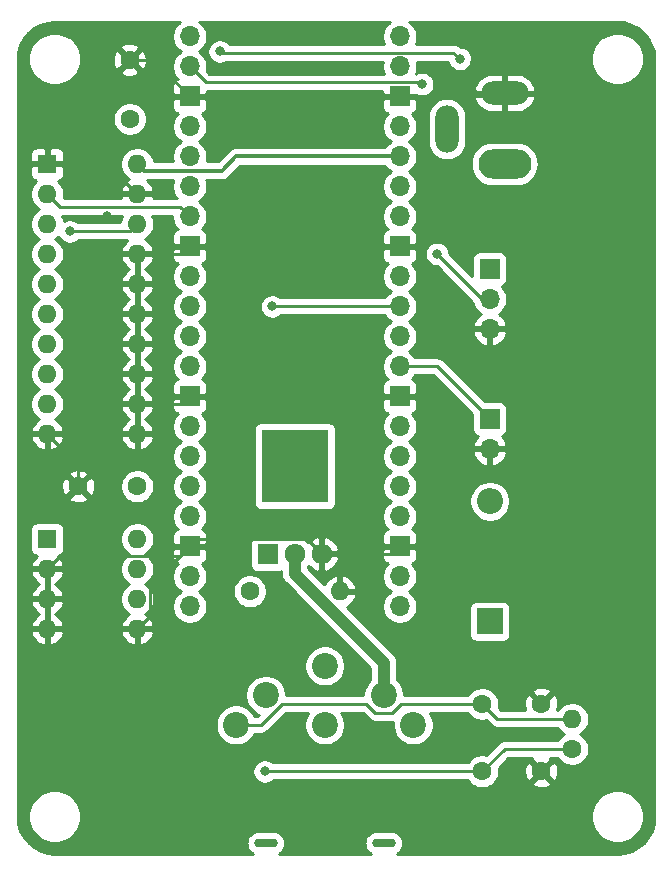
<source format=gbr>
%TF.GenerationSoftware,KiCad,Pcbnew,(5.1.12-1-10_14)*%
%TF.CreationDate,2022-12-20T21:08:20-08:00*%
%TF.ProjectId,nabu-usb-keyboard,6e616275-2d75-4736-922d-6b6579626f61,0.1*%
%TF.SameCoordinates,Original*%
%TF.FileFunction,Copper,L1,Top*%
%TF.FilePolarity,Positive*%
%FSLAX46Y46*%
G04 Gerber Fmt 4.6, Leading zero omitted, Abs format (unit mm)*
G04 Created by KiCad (PCBNEW (5.1.12-1-10_14)) date 2022-12-20 21:08:20*
%MOMM*%
%LPD*%
G01*
G04 APERTURE LIST*
%TA.AperFunction,ComponentPad*%
%ADD10R,1.600000X1.600000*%
%TD*%
%TA.AperFunction,ComponentPad*%
%ADD11O,1.600000X1.600000*%
%TD*%
%TA.AperFunction,ComponentPad*%
%ADD12C,2.200000*%
%TD*%
%TA.AperFunction,ComponentPad*%
%ADD13O,2.000000X0.750000*%
%TD*%
%TA.AperFunction,ComponentPad*%
%ADD14O,1.700000X1.700000*%
%TD*%
%TA.AperFunction,ComponentPad*%
%ADD15R,1.700000X1.700000*%
%TD*%
%TA.AperFunction,SMDPad,CuDef*%
%ADD16R,5.700000X6.200000*%
%TD*%
%TA.AperFunction,ComponentPad*%
%ADD17R,1.717500X1.800000*%
%TD*%
%TA.AperFunction,ComponentPad*%
%ADD18O,1.717500X1.800000*%
%TD*%
%TA.AperFunction,ComponentPad*%
%ADD19C,1.600000*%
%TD*%
%TA.AperFunction,ComponentPad*%
%ADD20O,4.000000X2.000000*%
%TD*%
%TA.AperFunction,ComponentPad*%
%ADD21O,4.500000X2.500000*%
%TD*%
%TA.AperFunction,ComponentPad*%
%ADD22O,2.000000X4.000000*%
%TD*%
%TA.AperFunction,ComponentPad*%
%ADD23R,2.200000X2.200000*%
%TD*%
%TA.AperFunction,ComponentPad*%
%ADD24O,2.200000X2.200000*%
%TD*%
%TA.AperFunction,ViaPad*%
%ADD25C,0.800000*%
%TD*%
%TA.AperFunction,Conductor*%
%ADD26C,0.250000*%
%TD*%
%TA.AperFunction,Conductor*%
%ADD27C,0.350000*%
%TD*%
%TA.AperFunction,Conductor*%
%ADD28C,1.000000*%
%TD*%
%TA.AperFunction,Conductor*%
%ADD29C,0.254000*%
%TD*%
%TA.AperFunction,Conductor*%
%ADD30C,0.100000*%
%TD*%
G04 APERTURE END LIST*
D10*
%TO.P,U3,1*%
%TO.N,Net-(U1-Pad18)*%
X120650000Y-107950000D03*
D11*
%TO.P,U3,5*%
%TO.N,GND*%
X128270000Y-115570000D03*
%TO.P,U3,2*%
X120650000Y-110490000D03*
%TO.P,U3,6*%
%TO.N,Net-(C3-Pad1)*%
X128270000Y-113030000D03*
%TO.P,U3,3*%
%TO.N,GND*%
X120650000Y-113030000D03*
%TO.P,U3,7*%
%TO.N,Net-(C4-Pad1)*%
X128270000Y-110490000D03*
%TO.P,U3,4*%
%TO.N,GND*%
X120650000Y-115570000D03*
%TO.P,U3,8*%
%TO.N,+5V*%
X128270000Y-107950000D03*
%TD*%
D12*
%TO.P,J2,2*%
%TO.N,/9VRET*%
X149145000Y-121200000D03*
%TO.P,J2,4*%
%TO.N,Net-(C4-Pad1)*%
X139145000Y-121200000D03*
%TO.P,J2,6*%
%TO.N,Net-(J2-Pad6)*%
X144145000Y-118700000D03*
%TO.P,J2,5*%
%TO.N,Net-(C3-Pad1)*%
X136645000Y-123700000D03*
%TO.P,J2,1*%
%TO.N,Net-(J2-Pad1)*%
X151645000Y-123700000D03*
%TO.P,J2,3*%
%TO.N,Net-(D1-Pad1)*%
X144145000Y-123700000D03*
D13*
%TO.P,J2,*%
%TO.N,*%
X139145000Y-133700000D03*
X149145000Y-133700000D03*
%TD*%
D14*
%TO.P,U2,40*%
%TO.N,+5V*%
X150495000Y-65405000D03*
%TO.P,U2,39*%
%TO.N,Net-(U2-Pad39)*%
X150495000Y-67945000D03*
D15*
%TO.P,U2,38*%
%TO.N,GND*%
X150495000Y-70485000D03*
D14*
%TO.P,U2,37*%
%TO.N,Net-(U2-Pad37)*%
X150495000Y-73025000D03*
%TO.P,U2,36*%
%TO.N,+3V3*%
X150495000Y-75565000D03*
%TO.P,U2,35*%
%TO.N,Net-(U2-Pad35)*%
X150495000Y-78105000D03*
%TO.P,U2,34*%
%TO.N,Net-(U2-Pad34)*%
X150495000Y-80645000D03*
D15*
%TO.P,U2,33*%
%TO.N,GND*%
X150495000Y-83185000D03*
D14*
%TO.P,U2,32*%
%TO.N,Net-(U2-Pad32)*%
X150495000Y-85725000D03*
%TO.P,U2,31*%
%TO.N,Net-(Q1-Pad1)*%
X150495000Y-88265000D03*
%TO.P,U2,30*%
%TO.N,Net-(U2-Pad30)*%
X150495000Y-90805000D03*
%TO.P,U2,29*%
%TO.N,Net-(JP1-Pad1)*%
X150495000Y-93345000D03*
D15*
%TO.P,U2,28*%
%TO.N,GND*%
X150495000Y-95885000D03*
D14*
%TO.P,U2,27*%
%TO.N,Net-(U2-Pad27)*%
X150495000Y-98425000D03*
%TO.P,U2,26*%
%TO.N,Net-(U2-Pad26)*%
X150495000Y-100965000D03*
%TO.P,U2,25*%
%TO.N,Net-(U2-Pad25)*%
X150495000Y-103505000D03*
%TO.P,U2,24*%
%TO.N,Net-(U2-Pad24)*%
X150495000Y-106045000D03*
D15*
%TO.P,U2,23*%
%TO.N,GND*%
X150495000Y-108585000D03*
D14*
%TO.P,U2,22*%
%TO.N,Net-(U2-Pad22)*%
X150495000Y-111125000D03*
%TO.P,U2,21*%
%TO.N,Net-(U2-Pad21)*%
X150495000Y-113665000D03*
%TO.P,U2,20*%
%TO.N,Net-(U2-Pad20)*%
X132715000Y-113665000D03*
%TO.P,U2,19*%
%TO.N,Net-(U2-Pad19)*%
X132715000Y-111125000D03*
D15*
%TO.P,U2,18*%
%TO.N,GND*%
X132715000Y-108585000D03*
D14*
%TO.P,U2,17*%
%TO.N,Net-(U2-Pad17)*%
X132715000Y-106045000D03*
%TO.P,U2,16*%
%TO.N,Net-(U2-Pad16)*%
X132715000Y-103505000D03*
%TO.P,U2,15*%
%TO.N,Net-(U2-Pad15)*%
X132715000Y-100965000D03*
%TO.P,U2,14*%
%TO.N,Net-(U2-Pad14)*%
X132715000Y-98425000D03*
D15*
%TO.P,U2,13*%
%TO.N,GND*%
X132715000Y-95885000D03*
D14*
%TO.P,U2,12*%
%TO.N,Net-(U2-Pad12)*%
X132715000Y-93345000D03*
%TO.P,U2,11*%
%TO.N,Net-(U2-Pad11)*%
X132715000Y-90805000D03*
%TO.P,U2,10*%
%TO.N,Net-(U2-Pad10)*%
X132715000Y-88265000D03*
%TO.P,U2,9*%
%TO.N,Net-(U2-Pad9)*%
X132715000Y-85725000D03*
D15*
%TO.P,U2,8*%
%TO.N,GND*%
X132715000Y-83185000D03*
D14*
%TO.P,U2,7*%
%TO.N,Net-(U1-Pad2)*%
X132715000Y-80645000D03*
%TO.P,U2,6*%
%TO.N,Net-(U2-Pad6)*%
X132715000Y-78105000D03*
%TO.P,U2,5*%
%TO.N,Net-(U2-Pad5)*%
X132715000Y-75565000D03*
%TO.P,U2,4*%
%TO.N,Net-(U2-Pad4)*%
X132715000Y-73025000D03*
D15*
%TO.P,U2,3*%
%TO.N,GND*%
X132715000Y-70485000D03*
D14*
%TO.P,U2,2*%
%TO.N,Net-(J1-Pad2)*%
X132715000Y-67945000D03*
%TO.P,U2,1*%
%TO.N,Net-(J1-Pad1)*%
X132715000Y-65405000D03*
%TD*%
D15*
%TO.P,J1,1*%
%TO.N,Net-(J1-Pad1)*%
X158115000Y-85090000D03*
D14*
%TO.P,J1,2*%
%TO.N,Net-(J1-Pad2)*%
X158115000Y-87630000D03*
%TO.P,J1,3*%
%TO.N,GND*%
X158115000Y-90170000D03*
%TD*%
D15*
%TO.P,JP1,1*%
%TO.N,Net-(JP1-Pad1)*%
X158115000Y-97790000D03*
D14*
%TO.P,JP1,2*%
%TO.N,GND*%
X158115000Y-100330000D03*
%TD*%
D10*
%TO.P,U1,1*%
%TO.N,GND*%
X120650000Y-76200000D03*
D11*
%TO.P,U1,11*%
X128270000Y-99060000D03*
%TO.P,U1,2*%
%TO.N,Net-(U1-Pad2)*%
X120650000Y-78740000D03*
%TO.P,U1,12*%
%TO.N,GND*%
X128270000Y-96520000D03*
%TO.P,U1,3*%
%TO.N,Net-(U1-Pad3)*%
X120650000Y-81280000D03*
%TO.P,U1,13*%
%TO.N,GND*%
X128270000Y-93980000D03*
%TO.P,U1,4*%
%TO.N,Net-(U1-Pad4)*%
X120650000Y-83820000D03*
%TO.P,U1,14*%
%TO.N,GND*%
X128270000Y-91440000D03*
%TO.P,U1,5*%
%TO.N,Net-(U1-Pad5)*%
X120650000Y-86360000D03*
%TO.P,U1,15*%
%TO.N,GND*%
X128270000Y-88900000D03*
%TO.P,U1,6*%
%TO.N,Net-(U1-Pad6)*%
X120650000Y-88900000D03*
%TO.P,U1,16*%
%TO.N,GND*%
X128270000Y-86360000D03*
%TO.P,U1,7*%
%TO.N,Net-(U1-Pad7)*%
X120650000Y-91440000D03*
%TO.P,U1,17*%
%TO.N,GND*%
X128270000Y-83820000D03*
%TO.P,U1,8*%
%TO.N,Net-(U1-Pad8)*%
X120650000Y-93980000D03*
%TO.P,U1,18*%
%TO.N,Net-(U1-Pad18)*%
X128270000Y-81280000D03*
%TO.P,U1,9*%
%TO.N,Net-(U1-Pad9)*%
X120650000Y-96520000D03*
%TO.P,U1,19*%
%TO.N,GND*%
X128270000Y-78740000D03*
%TO.P,U1,10*%
X120650000Y-99060000D03*
%TO.P,U1,20*%
%TO.N,+3V3*%
X128270000Y-76200000D03*
%TD*%
D16*
%TO.P,Q1,4*%
%TO.N,N/C*%
X141605000Y-101786667D03*
D17*
%TO.P,Q1,1*%
%TO.N,Net-(Q1-Pad1)*%
X139315000Y-109220000D03*
D18*
%TO.P,Q1,2*%
%TO.N,/9VRET*%
X141605000Y-109220000D03*
%TO.P,Q1,3*%
%TO.N,GND*%
X143895000Y-109220000D03*
%TD*%
D19*
%TO.P,C3,1*%
%TO.N,Net-(C3-Pad1)*%
X157480000Y-121920000D03*
%TO.P,C3,2*%
%TO.N,GND*%
X162480000Y-121920000D03*
%TD*%
%TO.P,C4,2*%
%TO.N,GND*%
X162480000Y-127635000D03*
%TO.P,C4,1*%
%TO.N,Net-(C4-Pad1)*%
X157480000Y-127635000D03*
%TD*%
%TO.P,R1,1*%
%TO.N,Net-(Q1-Pad1)*%
X137795000Y-112395000D03*
D11*
%TO.P,R1,2*%
%TO.N,GND*%
X145415000Y-112395000D03*
%TD*%
D19*
%TO.P,R2,1*%
%TO.N,Net-(C4-Pad1)*%
X165100000Y-125730000D03*
D11*
%TO.P,R2,2*%
%TO.N,Net-(C3-Pad1)*%
X165100000Y-123190000D03*
%TD*%
D19*
%TO.P,C1,1*%
%TO.N,+3V3*%
X127635000Y-72390000D03*
%TO.P,C1,2*%
%TO.N,GND*%
X127635000Y-67390000D03*
%TD*%
%TO.P,C2,2*%
%TO.N,GND*%
X123270000Y-103505000D03*
%TO.P,C2,1*%
%TO.N,+5V*%
X128270000Y-103505000D03*
%TD*%
D20*
%TO.P,J3,2*%
%TO.N,GND*%
X159385000Y-70200000D03*
D21*
%TO.P,J3,1*%
%TO.N,+9V*%
X159385000Y-76200000D03*
D22*
%TO.P,J3,3*%
%TO.N,Net-(J3-Pad3)*%
X154485000Y-73250000D03*
%TD*%
D23*
%TO.P,D1,1*%
%TO.N,Net-(D1-Pad1)*%
X158115000Y-114935000D03*
D24*
%TO.P,D1,2*%
%TO.N,+9V*%
X158115000Y-104775000D03*
%TD*%
D25*
%TO.N,GND*%
X162560000Y-108585000D03*
X142240000Y-65405000D03*
X140970000Y-67945000D03*
X125730000Y-80645000D03*
X157480000Y-80010000D03*
%TO.N,Net-(J1-Pad1)*%
X155575000Y-67310000D03*
X135255000Y-66675000D03*
%TO.N,Net-(J1-Pad2)*%
X153670000Y-83820000D03*
X152400000Y-69455165D03*
%TO.N,Net-(Q1-Pad1)*%
X139700000Y-88265000D03*
%TO.N,Net-(U1-Pad18)*%
X122555000Y-81915000D03*
%TO.N,Net-(C4-Pad1)*%
X139065000Y-127635000D03*
%TD*%
D26*
%TO.N,GND*%
X142619990Y-107944990D02*
X143895000Y-109220000D01*
X133355010Y-107944990D02*
X142619990Y-107944990D01*
X132715000Y-108585000D02*
X133355010Y-107944990D01*
X149860000Y-109220000D02*
X150495000Y-108585000D01*
X143895000Y-109220000D02*
X149860000Y-109220000D01*
X132080000Y-83820000D02*
X132715000Y-83185000D01*
X128270000Y-83820000D02*
X132080000Y-83820000D01*
X132080000Y-96520000D02*
X132715000Y-95885000D01*
X128270000Y-96520000D02*
X132080000Y-96520000D01*
X125730000Y-76200000D02*
X128270000Y-78740000D01*
X120650000Y-76200000D02*
X125730000Y-76200000D01*
X129620000Y-67390000D02*
X132715000Y-70485000D01*
X128270000Y-67390000D02*
X129620000Y-67390000D01*
X162560000Y-108585000D02*
X150495000Y-108585000D01*
X158830000Y-70485000D02*
X159385000Y-69930000D01*
X129395001Y-111904999D02*
X132715000Y-108585000D01*
X129395001Y-114444999D02*
X129395001Y-111904999D01*
X128270000Y-115570000D02*
X129395001Y-114444999D01*
X121775001Y-109364999D02*
X120650000Y-110490000D01*
X131935001Y-109364999D02*
X121775001Y-109364999D01*
X132715000Y-108585000D02*
X131935001Y-109364999D01*
X123270000Y-101680000D02*
X120650000Y-99060000D01*
X123270000Y-103505000D02*
X123270000Y-101680000D01*
X159100000Y-70485000D02*
X159385000Y-70200000D01*
X150495000Y-70485000D02*
X159100000Y-70485000D01*
D27*
%TO.N,+3V3*%
X128270000Y-76200000D02*
X128860001Y-76790001D01*
X128860001Y-76790001D02*
X135422995Y-76790001D01*
X135422995Y-76790001D02*
X136647996Y-75565000D01*
X136647996Y-75565000D02*
X150495000Y-75565000D01*
D26*
%TO.N,Net-(J1-Pad1)*%
X155034999Y-66769999D02*
X155575000Y-67310000D01*
X135349999Y-66769999D02*
X155034999Y-66769999D01*
%TO.N,Net-(J1-Pad2)*%
X157480000Y-87630000D02*
X158115000Y-87630000D01*
X153670000Y-83820000D02*
X157480000Y-87630000D01*
X152249845Y-69305010D02*
X152400000Y-69455165D01*
X134075010Y-69305010D02*
X152249845Y-69305010D01*
X132715000Y-67945000D02*
X134075010Y-69305010D01*
%TO.N,Net-(JP1-Pad1)*%
X153670000Y-93345000D02*
X158115000Y-97790000D01*
X150495000Y-93345000D02*
X153670000Y-93345000D01*
%TO.N,Net-(Q1-Pad1)*%
X139700000Y-88265000D02*
X150495000Y-88265000D01*
%TO.N,Net-(U1-Pad2)*%
X120650000Y-78740000D02*
X121775001Y-79865001D01*
X131935001Y-79865001D02*
X132715000Y-80645000D01*
X121775001Y-79865001D02*
X131935001Y-79865001D01*
%TO.N,Net-(U1-Pad18)*%
X127635000Y-81915000D02*
X122555000Y-81915000D01*
X128270000Y-81280000D02*
X127635000Y-81915000D01*
D28*
%TO.N,/9VRET*%
X141605000Y-110879002D02*
X141605000Y-109220000D01*
X149145000Y-118419002D02*
X141605000Y-110879002D01*
X149145000Y-121200000D02*
X149145000Y-118419002D01*
D26*
%TO.N,Net-(C3-Pad1)*%
X158750000Y-123190000D02*
X157480000Y-121920000D01*
X165100000Y-123190000D02*
X158750000Y-123190000D01*
X138754002Y-123700000D02*
X136645000Y-123700000D01*
X140534002Y-121920000D02*
X138754002Y-123700000D01*
X147681998Y-121920000D02*
X140534002Y-121920000D01*
X148436999Y-122675001D02*
X147681998Y-121920000D01*
X149853001Y-122675001D02*
X148436999Y-122675001D01*
X150608002Y-121920000D02*
X149853001Y-122675001D01*
X157480000Y-121920000D02*
X150608002Y-121920000D01*
%TO.N,Net-(C4-Pad1)*%
X159385000Y-125730000D02*
X157480000Y-127635000D01*
X165100000Y-125730000D02*
X159385000Y-125730000D01*
X157480000Y-127635000D02*
X139065000Y-127635000D01*
%TD*%
D29*
%TO.N,GND*%
X131768368Y-64251525D02*
X131561525Y-64458368D01*
X131399010Y-64701589D01*
X131287068Y-64971842D01*
X131230000Y-65258740D01*
X131230000Y-65551260D01*
X131287068Y-65838158D01*
X131399010Y-66108411D01*
X131561525Y-66351632D01*
X131768368Y-66558475D01*
X131942760Y-66675000D01*
X131768368Y-66791525D01*
X131561525Y-66998368D01*
X131399010Y-67241589D01*
X131287068Y-67511842D01*
X131230000Y-67798740D01*
X131230000Y-68091260D01*
X131287068Y-68378158D01*
X131399010Y-68648411D01*
X131561525Y-68891632D01*
X131693380Y-69023487D01*
X131620820Y-69045498D01*
X131510506Y-69104463D01*
X131413815Y-69183815D01*
X131334463Y-69280506D01*
X131275498Y-69390820D01*
X131239188Y-69510518D01*
X131226928Y-69635000D01*
X131230000Y-70199250D01*
X131388750Y-70358000D01*
X132588000Y-70358000D01*
X132588000Y-70338000D01*
X132842000Y-70338000D01*
X132842000Y-70358000D01*
X134041250Y-70358000D01*
X134200000Y-70199250D01*
X134200731Y-70065010D01*
X149009269Y-70065010D01*
X149010000Y-70199250D01*
X149168750Y-70358000D01*
X150368000Y-70358000D01*
X150368000Y-70338000D01*
X150622000Y-70338000D01*
X150622000Y-70358000D01*
X151821250Y-70358000D01*
X151848081Y-70331169D01*
X151909744Y-70372370D01*
X152098102Y-70450391D01*
X152298061Y-70490165D01*
X152501939Y-70490165D01*
X152701898Y-70450391D01*
X152890256Y-70372370D01*
X153059774Y-70259102D01*
X153203937Y-70114939D01*
X153317205Y-69945421D01*
X153369336Y-69819566D01*
X156794876Y-69819566D01*
X156914223Y-70073000D01*
X159258000Y-70073000D01*
X159258000Y-68565000D01*
X159512000Y-68565000D01*
X159512000Y-70073000D01*
X161855777Y-70073000D01*
X161975124Y-69819566D01*
X161944144Y-69691645D01*
X161815010Y-69397239D01*
X161630922Y-69133683D01*
X161398954Y-68911105D01*
X161128020Y-68738058D01*
X160828532Y-68621193D01*
X160512000Y-68565000D01*
X159512000Y-68565000D01*
X159258000Y-68565000D01*
X158258000Y-68565000D01*
X157941468Y-68621193D01*
X157641980Y-68738058D01*
X157371046Y-68911105D01*
X157139078Y-69133683D01*
X156954990Y-69397239D01*
X156825856Y-69691645D01*
X156794876Y-69819566D01*
X153369336Y-69819566D01*
X153395226Y-69757063D01*
X153435000Y-69557104D01*
X153435000Y-69353226D01*
X153395226Y-69153267D01*
X153317205Y-68964909D01*
X153203937Y-68795391D01*
X153059774Y-68651228D01*
X152890256Y-68537960D01*
X152701898Y-68459939D01*
X152501939Y-68420165D01*
X152298061Y-68420165D01*
X152098102Y-68459939D01*
X151909744Y-68537960D01*
X151899193Y-68545010D01*
X151853820Y-68545010D01*
X151922932Y-68378158D01*
X151980000Y-68091260D01*
X151980000Y-67798740D01*
X151926544Y-67529999D01*
X154563483Y-67529999D01*
X154579774Y-67611898D01*
X154657795Y-67800256D01*
X154771063Y-67969774D01*
X154915226Y-68113937D01*
X155084744Y-68227205D01*
X155273102Y-68305226D01*
X155473061Y-68345000D01*
X155676939Y-68345000D01*
X155876898Y-68305226D01*
X156065256Y-68227205D01*
X156234774Y-68113937D01*
X156378937Y-67969774D01*
X156492205Y-67800256D01*
X156570226Y-67611898D01*
X156610000Y-67411939D01*
X156610000Y-67208061D01*
X156586491Y-67089872D01*
X166675000Y-67089872D01*
X166675000Y-67530128D01*
X166760890Y-67961925D01*
X166929369Y-68368669D01*
X167173962Y-68734729D01*
X167485271Y-69046038D01*
X167851331Y-69290631D01*
X168258075Y-69459110D01*
X168689872Y-69545000D01*
X169130128Y-69545000D01*
X169561925Y-69459110D01*
X169968669Y-69290631D01*
X170334729Y-69046038D01*
X170646038Y-68734729D01*
X170890631Y-68368669D01*
X171059110Y-67961925D01*
X171145000Y-67530128D01*
X171145000Y-67089872D01*
X171059110Y-66658075D01*
X170890631Y-66251331D01*
X170646038Y-65885271D01*
X170334729Y-65573962D01*
X169968669Y-65329369D01*
X169561925Y-65160890D01*
X169130128Y-65075000D01*
X168689872Y-65075000D01*
X168258075Y-65160890D01*
X167851331Y-65329369D01*
X167485271Y-65573962D01*
X167173962Y-65885271D01*
X166929369Y-66251331D01*
X166760890Y-66658075D01*
X166675000Y-67089872D01*
X156586491Y-67089872D01*
X156570226Y-67008102D01*
X156492205Y-66819744D01*
X156378937Y-66650226D01*
X156234774Y-66506063D01*
X156065256Y-66392795D01*
X155876898Y-66314774D01*
X155676939Y-66275000D01*
X155614801Y-66275000D01*
X155598802Y-66259001D01*
X155575000Y-66229998D01*
X155459275Y-66135025D01*
X155327246Y-66064453D01*
X155183985Y-66020996D01*
X155072332Y-66009999D01*
X155072321Y-66009999D01*
X155034999Y-66006323D01*
X154997677Y-66009999D01*
X151851753Y-66009999D01*
X151922932Y-65838158D01*
X151980000Y-65551260D01*
X151980000Y-65258740D01*
X151922932Y-64971842D01*
X151810990Y-64701589D01*
X151648475Y-64458368D01*
X151441632Y-64251525D01*
X151304655Y-64160000D01*
X168877721Y-64160000D01*
X169521222Y-64223096D01*
X170109164Y-64400606D01*
X170651436Y-64688937D01*
X171127364Y-65077094D01*
X171518845Y-65550314D01*
X171810951Y-66090552D01*
X171992563Y-66677244D01*
X172060000Y-67318879D01*
X172060001Y-131412711D01*
X171996904Y-132056221D01*
X171819394Y-132644164D01*
X171531063Y-133186436D01*
X171142906Y-133662364D01*
X170669686Y-134053845D01*
X170129449Y-134345950D01*
X169542756Y-134527563D01*
X168901130Y-134595000D01*
X150238139Y-134595000D01*
X150333840Y-134543847D01*
X150487633Y-134417633D01*
X150613847Y-134263840D01*
X150707632Y-134088380D01*
X150765385Y-133897994D01*
X150784886Y-133700000D01*
X150765385Y-133502006D01*
X150707632Y-133311620D01*
X150613847Y-133136160D01*
X150487633Y-132982367D01*
X150333840Y-132856153D01*
X150158380Y-132762368D01*
X149967994Y-132704615D01*
X149819608Y-132690000D01*
X148470392Y-132690000D01*
X148322006Y-132704615D01*
X148131620Y-132762368D01*
X147956160Y-132856153D01*
X147802367Y-132982367D01*
X147676153Y-133136160D01*
X147582368Y-133311620D01*
X147524615Y-133502006D01*
X147505114Y-133700000D01*
X147524615Y-133897994D01*
X147582368Y-134088380D01*
X147676153Y-134263840D01*
X147802367Y-134417633D01*
X147956160Y-134543847D01*
X148051861Y-134595000D01*
X140238139Y-134595000D01*
X140333840Y-134543847D01*
X140487633Y-134417633D01*
X140613847Y-134263840D01*
X140707632Y-134088380D01*
X140765385Y-133897994D01*
X140784886Y-133700000D01*
X140765385Y-133502006D01*
X140707632Y-133311620D01*
X140613847Y-133136160D01*
X140487633Y-132982367D01*
X140333840Y-132856153D01*
X140158380Y-132762368D01*
X139967994Y-132704615D01*
X139819608Y-132690000D01*
X138470392Y-132690000D01*
X138322006Y-132704615D01*
X138131620Y-132762368D01*
X137956160Y-132856153D01*
X137802367Y-132982367D01*
X137676153Y-133136160D01*
X137582368Y-133311620D01*
X137524615Y-133502006D01*
X137505114Y-133700000D01*
X137524615Y-133897994D01*
X137582368Y-134088380D01*
X137676153Y-134263840D01*
X137802367Y-134417633D01*
X137956160Y-134543847D01*
X138051861Y-134595000D01*
X121317279Y-134595000D01*
X120673779Y-134531904D01*
X120085836Y-134354394D01*
X119543564Y-134066063D01*
X119067636Y-133677906D01*
X118676155Y-133204686D01*
X118384050Y-132664449D01*
X118202437Y-132077756D01*
X118135000Y-131436130D01*
X118135000Y-131224872D01*
X119050000Y-131224872D01*
X119050000Y-131665128D01*
X119135890Y-132096925D01*
X119304369Y-132503669D01*
X119548962Y-132869729D01*
X119860271Y-133181038D01*
X120226331Y-133425631D01*
X120633075Y-133594110D01*
X121064872Y-133680000D01*
X121505128Y-133680000D01*
X121936925Y-133594110D01*
X122343669Y-133425631D01*
X122709729Y-133181038D01*
X123021038Y-132869729D01*
X123265631Y-132503669D01*
X123434110Y-132096925D01*
X123520000Y-131665128D01*
X123520000Y-131224872D01*
X166675000Y-131224872D01*
X166675000Y-131665128D01*
X166760890Y-132096925D01*
X166929369Y-132503669D01*
X167173962Y-132869729D01*
X167485271Y-133181038D01*
X167851331Y-133425631D01*
X168258075Y-133594110D01*
X168689872Y-133680000D01*
X169130128Y-133680000D01*
X169561925Y-133594110D01*
X169968669Y-133425631D01*
X170334729Y-133181038D01*
X170646038Y-132869729D01*
X170890631Y-132503669D01*
X171059110Y-132096925D01*
X171145000Y-131665128D01*
X171145000Y-131224872D01*
X171059110Y-130793075D01*
X170890631Y-130386331D01*
X170646038Y-130020271D01*
X170334729Y-129708962D01*
X169968669Y-129464369D01*
X169561925Y-129295890D01*
X169130128Y-129210000D01*
X168689872Y-129210000D01*
X168258075Y-129295890D01*
X167851331Y-129464369D01*
X167485271Y-129708962D01*
X167173962Y-130020271D01*
X166929369Y-130386331D01*
X166760890Y-130793075D01*
X166675000Y-131224872D01*
X123520000Y-131224872D01*
X123434110Y-130793075D01*
X123265631Y-130386331D01*
X123021038Y-130020271D01*
X122709729Y-129708962D01*
X122343669Y-129464369D01*
X121936925Y-129295890D01*
X121505128Y-129210000D01*
X121064872Y-129210000D01*
X120633075Y-129295890D01*
X120226331Y-129464369D01*
X119860271Y-129708962D01*
X119548962Y-130020271D01*
X119304369Y-130386331D01*
X119135890Y-130793075D01*
X119050000Y-131224872D01*
X118135000Y-131224872D01*
X118135000Y-123529117D01*
X134910000Y-123529117D01*
X134910000Y-123870883D01*
X134976675Y-124206081D01*
X135107463Y-124521831D01*
X135297337Y-124805998D01*
X135539002Y-125047663D01*
X135823169Y-125237537D01*
X136138919Y-125368325D01*
X136474117Y-125435000D01*
X136815883Y-125435000D01*
X137151081Y-125368325D01*
X137466831Y-125237537D01*
X137750998Y-125047663D01*
X137992663Y-124805998D01*
X138182537Y-124521831D01*
X138208148Y-124460000D01*
X138716680Y-124460000D01*
X138754002Y-124463676D01*
X138791324Y-124460000D01*
X138791335Y-124460000D01*
X138902988Y-124449003D01*
X139046249Y-124405546D01*
X139178278Y-124334974D01*
X139294003Y-124240001D01*
X139317806Y-124210997D01*
X140848804Y-122680000D01*
X142739875Y-122680000D01*
X142607463Y-122878169D01*
X142476675Y-123193919D01*
X142410000Y-123529117D01*
X142410000Y-123870883D01*
X142476675Y-124206081D01*
X142607463Y-124521831D01*
X142797337Y-124805998D01*
X143039002Y-125047663D01*
X143323169Y-125237537D01*
X143638919Y-125368325D01*
X143974117Y-125435000D01*
X144315883Y-125435000D01*
X144651081Y-125368325D01*
X144966831Y-125237537D01*
X145250998Y-125047663D01*
X145492663Y-124805998D01*
X145682537Y-124521831D01*
X145813325Y-124206081D01*
X145880000Y-123870883D01*
X145880000Y-123529117D01*
X145813325Y-123193919D01*
X145682537Y-122878169D01*
X145550125Y-122680000D01*
X147367197Y-122680000D01*
X147873200Y-123186003D01*
X147896998Y-123215002D01*
X148012723Y-123309975D01*
X148144752Y-123380547D01*
X148288013Y-123424004D01*
X148399666Y-123435001D01*
X148399674Y-123435001D01*
X148436999Y-123438677D01*
X148474324Y-123435001D01*
X149815679Y-123435001D01*
X149853001Y-123438677D01*
X149890323Y-123435001D01*
X149890334Y-123435001D01*
X149929488Y-123431145D01*
X149910000Y-123529117D01*
X149910000Y-123870883D01*
X149976675Y-124206081D01*
X150107463Y-124521831D01*
X150297337Y-124805998D01*
X150539002Y-125047663D01*
X150823169Y-125237537D01*
X151138919Y-125368325D01*
X151474117Y-125435000D01*
X151815883Y-125435000D01*
X152151081Y-125368325D01*
X152466831Y-125237537D01*
X152750998Y-125047663D01*
X152992663Y-124805998D01*
X153182537Y-124521831D01*
X153313325Y-124206081D01*
X153380000Y-123870883D01*
X153380000Y-123529117D01*
X153313325Y-123193919D01*
X153182537Y-122878169D01*
X153050125Y-122680000D01*
X156261957Y-122680000D01*
X156365363Y-122834759D01*
X156565241Y-123034637D01*
X156800273Y-123191680D01*
X157061426Y-123299853D01*
X157338665Y-123355000D01*
X157621335Y-123355000D01*
X157803886Y-123318688D01*
X158186201Y-123701003D01*
X158209999Y-123730001D01*
X158325724Y-123824974D01*
X158457753Y-123895546D01*
X158601014Y-123939003D01*
X158712667Y-123950000D01*
X158712676Y-123950000D01*
X158749999Y-123953676D01*
X158787322Y-123950000D01*
X163881957Y-123950000D01*
X163985363Y-124104759D01*
X164185241Y-124304637D01*
X164417759Y-124460000D01*
X164185241Y-124615363D01*
X163985363Y-124815241D01*
X163881957Y-124970000D01*
X159422323Y-124970000D01*
X159385000Y-124966324D01*
X159347677Y-124970000D01*
X159347667Y-124970000D01*
X159236014Y-124980997D01*
X159092753Y-125024454D01*
X158960724Y-125095026D01*
X158844999Y-125189999D01*
X158821201Y-125218997D01*
X157803886Y-126236312D01*
X157621335Y-126200000D01*
X157338665Y-126200000D01*
X157061426Y-126255147D01*
X156800273Y-126363320D01*
X156565241Y-126520363D01*
X156365363Y-126720241D01*
X156261957Y-126875000D01*
X139768711Y-126875000D01*
X139724774Y-126831063D01*
X139555256Y-126717795D01*
X139366898Y-126639774D01*
X139166939Y-126600000D01*
X138963061Y-126600000D01*
X138763102Y-126639774D01*
X138574744Y-126717795D01*
X138405226Y-126831063D01*
X138261063Y-126975226D01*
X138147795Y-127144744D01*
X138069774Y-127333102D01*
X138030000Y-127533061D01*
X138030000Y-127736939D01*
X138069774Y-127936898D01*
X138147795Y-128125256D01*
X138261063Y-128294774D01*
X138405226Y-128438937D01*
X138574744Y-128552205D01*
X138763102Y-128630226D01*
X138963061Y-128670000D01*
X139166939Y-128670000D01*
X139366898Y-128630226D01*
X139555256Y-128552205D01*
X139724774Y-128438937D01*
X139768711Y-128395000D01*
X156261957Y-128395000D01*
X156365363Y-128549759D01*
X156565241Y-128749637D01*
X156800273Y-128906680D01*
X157061426Y-129014853D01*
X157338665Y-129070000D01*
X157621335Y-129070000D01*
X157898574Y-129014853D01*
X158159727Y-128906680D01*
X158394759Y-128749637D01*
X158516694Y-128627702D01*
X161666903Y-128627702D01*
X161738486Y-128871671D01*
X161993996Y-128992571D01*
X162268184Y-129061300D01*
X162550512Y-129075217D01*
X162830130Y-129033787D01*
X163096292Y-128938603D01*
X163221514Y-128871671D01*
X163293097Y-128627702D01*
X162480000Y-127814605D01*
X161666903Y-128627702D01*
X158516694Y-128627702D01*
X158594637Y-128549759D01*
X158751680Y-128314727D01*
X158859853Y-128053574D01*
X158915000Y-127776335D01*
X158915000Y-127705512D01*
X161039783Y-127705512D01*
X161081213Y-127985130D01*
X161176397Y-128251292D01*
X161243329Y-128376514D01*
X161487298Y-128448097D01*
X162300395Y-127635000D01*
X162659605Y-127635000D01*
X163472702Y-128448097D01*
X163716671Y-128376514D01*
X163837571Y-128121004D01*
X163906300Y-127846816D01*
X163920217Y-127564488D01*
X163878787Y-127284870D01*
X163783603Y-127018708D01*
X163716671Y-126893486D01*
X163472702Y-126821903D01*
X162659605Y-127635000D01*
X162300395Y-127635000D01*
X161487298Y-126821903D01*
X161243329Y-126893486D01*
X161122429Y-127148996D01*
X161053700Y-127423184D01*
X161039783Y-127705512D01*
X158915000Y-127705512D01*
X158915000Y-127493665D01*
X158878688Y-127311114D01*
X159699802Y-126490000D01*
X161711589Y-126490000D01*
X161666903Y-126642298D01*
X162480000Y-127455395D01*
X163293097Y-126642298D01*
X163248411Y-126490000D01*
X163881957Y-126490000D01*
X163985363Y-126644759D01*
X164185241Y-126844637D01*
X164420273Y-127001680D01*
X164681426Y-127109853D01*
X164958665Y-127165000D01*
X165241335Y-127165000D01*
X165518574Y-127109853D01*
X165779727Y-127001680D01*
X166014759Y-126844637D01*
X166214637Y-126644759D01*
X166371680Y-126409727D01*
X166479853Y-126148574D01*
X166535000Y-125871335D01*
X166535000Y-125588665D01*
X166479853Y-125311426D01*
X166371680Y-125050273D01*
X166214637Y-124815241D01*
X166014759Y-124615363D01*
X165782241Y-124460000D01*
X166014759Y-124304637D01*
X166214637Y-124104759D01*
X166371680Y-123869727D01*
X166479853Y-123608574D01*
X166535000Y-123331335D01*
X166535000Y-123048665D01*
X166479853Y-122771426D01*
X166371680Y-122510273D01*
X166214637Y-122275241D01*
X166014759Y-122075363D01*
X165779727Y-121918320D01*
X165518574Y-121810147D01*
X165241335Y-121755000D01*
X164958665Y-121755000D01*
X164681426Y-121810147D01*
X164420273Y-121918320D01*
X164185241Y-122075363D01*
X163985363Y-122275241D01*
X163881957Y-122430000D01*
X163826217Y-122430000D01*
X163837571Y-122406004D01*
X163906300Y-122131816D01*
X163920217Y-121849488D01*
X163878787Y-121569870D01*
X163783603Y-121303708D01*
X163716671Y-121178486D01*
X163472702Y-121106903D01*
X162659605Y-121920000D01*
X162673748Y-121934143D01*
X162494143Y-122113748D01*
X162480000Y-122099605D01*
X162465858Y-122113748D01*
X162286253Y-121934143D01*
X162300395Y-121920000D01*
X161487298Y-121106903D01*
X161243329Y-121178486D01*
X161122429Y-121433996D01*
X161053700Y-121708184D01*
X161039783Y-121990512D01*
X161081213Y-122270130D01*
X161138385Y-122430000D01*
X159064802Y-122430000D01*
X158878688Y-122243886D01*
X158915000Y-122061335D01*
X158915000Y-121778665D01*
X158859853Y-121501426D01*
X158751680Y-121240273D01*
X158594637Y-121005241D01*
X158516694Y-120927298D01*
X161666903Y-120927298D01*
X162480000Y-121740395D01*
X163293097Y-120927298D01*
X163221514Y-120683329D01*
X162966004Y-120562429D01*
X162691816Y-120493700D01*
X162409488Y-120479783D01*
X162129870Y-120521213D01*
X161863708Y-120616397D01*
X161738486Y-120683329D01*
X161666903Y-120927298D01*
X158516694Y-120927298D01*
X158394759Y-120805363D01*
X158159727Y-120648320D01*
X157898574Y-120540147D01*
X157621335Y-120485000D01*
X157338665Y-120485000D01*
X157061426Y-120540147D01*
X156800273Y-120648320D01*
X156565241Y-120805363D01*
X156365363Y-121005241D01*
X156261957Y-121160000D01*
X150880000Y-121160000D01*
X150880000Y-121029117D01*
X150813325Y-120693919D01*
X150682537Y-120378169D01*
X150492663Y-120094002D01*
X150280000Y-119881339D01*
X150280000Y-118474743D01*
X150285490Y-118419001D01*
X150280000Y-118363259D01*
X150280000Y-118363250D01*
X150263577Y-118196503D01*
X150198676Y-117982555D01*
X150093284Y-117785379D01*
X149951449Y-117612553D01*
X149908141Y-117577011D01*
X146024698Y-113693568D01*
X146028881Y-113692070D01*
X146270131Y-113547385D01*
X146478519Y-113358414D01*
X146646037Y-113132420D01*
X146766246Y-112878087D01*
X146806904Y-112744039D01*
X146684915Y-112522000D01*
X145542000Y-112522000D01*
X145542000Y-112542000D01*
X145288000Y-112542000D01*
X145288000Y-112522000D01*
X145268000Y-112522000D01*
X145268000Y-112268000D01*
X145288000Y-112268000D01*
X145288000Y-111124376D01*
X145542000Y-111124376D01*
X145542000Y-112268000D01*
X146684915Y-112268000D01*
X146806904Y-112045961D01*
X146766246Y-111911913D01*
X146646037Y-111657580D01*
X146478519Y-111431586D01*
X146270131Y-111242615D01*
X146028881Y-111097930D01*
X145764040Y-111003091D01*
X145542000Y-111124376D01*
X145288000Y-111124376D01*
X145065960Y-111003091D01*
X144801119Y-111097930D01*
X144559869Y-111242615D01*
X144351481Y-111431586D01*
X144183963Y-111657580D01*
X144121296Y-111790167D01*
X142740000Y-110408871D01*
X142740000Y-110232859D01*
X142755413Y-110214078D01*
X142858990Y-110335702D01*
X143088512Y-110517172D01*
X143349027Y-110650378D01*
X143536736Y-110711400D01*
X143768000Y-110590195D01*
X143768000Y-109347000D01*
X144022000Y-109347000D01*
X144022000Y-110590195D01*
X144253264Y-110711400D01*
X144440973Y-110650378D01*
X144701488Y-110517172D01*
X144931010Y-110335702D01*
X145120718Y-110112941D01*
X145263323Y-109857450D01*
X145353344Y-109579048D01*
X145274513Y-109435000D01*
X149006928Y-109435000D01*
X149019188Y-109559482D01*
X149055498Y-109679180D01*
X149114463Y-109789494D01*
X149193815Y-109886185D01*
X149290506Y-109965537D01*
X149400820Y-110024502D01*
X149473380Y-110046513D01*
X149341525Y-110178368D01*
X149179010Y-110421589D01*
X149067068Y-110691842D01*
X149010000Y-110978740D01*
X149010000Y-111271260D01*
X149067068Y-111558158D01*
X149179010Y-111828411D01*
X149341525Y-112071632D01*
X149548368Y-112278475D01*
X149722760Y-112395000D01*
X149548368Y-112511525D01*
X149341525Y-112718368D01*
X149179010Y-112961589D01*
X149067068Y-113231842D01*
X149010000Y-113518740D01*
X149010000Y-113811260D01*
X149067068Y-114098158D01*
X149179010Y-114368411D01*
X149341525Y-114611632D01*
X149548368Y-114818475D01*
X149791589Y-114980990D01*
X150061842Y-115092932D01*
X150348740Y-115150000D01*
X150641260Y-115150000D01*
X150928158Y-115092932D01*
X151198411Y-114980990D01*
X151441632Y-114818475D01*
X151648475Y-114611632D01*
X151810990Y-114368411D01*
X151922932Y-114098158D01*
X151975277Y-113835000D01*
X156376928Y-113835000D01*
X156376928Y-116035000D01*
X156389188Y-116159482D01*
X156425498Y-116279180D01*
X156484463Y-116389494D01*
X156563815Y-116486185D01*
X156660506Y-116565537D01*
X156770820Y-116624502D01*
X156890518Y-116660812D01*
X157015000Y-116673072D01*
X159215000Y-116673072D01*
X159339482Y-116660812D01*
X159459180Y-116624502D01*
X159569494Y-116565537D01*
X159666185Y-116486185D01*
X159745537Y-116389494D01*
X159804502Y-116279180D01*
X159840812Y-116159482D01*
X159853072Y-116035000D01*
X159853072Y-113835000D01*
X159840812Y-113710518D01*
X159804502Y-113590820D01*
X159745537Y-113480506D01*
X159666185Y-113383815D01*
X159569494Y-113304463D01*
X159459180Y-113245498D01*
X159339482Y-113209188D01*
X159215000Y-113196928D01*
X157015000Y-113196928D01*
X156890518Y-113209188D01*
X156770820Y-113245498D01*
X156660506Y-113304463D01*
X156563815Y-113383815D01*
X156484463Y-113480506D01*
X156425498Y-113590820D01*
X156389188Y-113710518D01*
X156376928Y-113835000D01*
X151975277Y-113835000D01*
X151980000Y-113811260D01*
X151980000Y-113518740D01*
X151922932Y-113231842D01*
X151810990Y-112961589D01*
X151648475Y-112718368D01*
X151441632Y-112511525D01*
X151267240Y-112395000D01*
X151441632Y-112278475D01*
X151648475Y-112071632D01*
X151810990Y-111828411D01*
X151922932Y-111558158D01*
X151980000Y-111271260D01*
X151980000Y-110978740D01*
X151922932Y-110691842D01*
X151810990Y-110421589D01*
X151648475Y-110178368D01*
X151516620Y-110046513D01*
X151589180Y-110024502D01*
X151699494Y-109965537D01*
X151796185Y-109886185D01*
X151875537Y-109789494D01*
X151934502Y-109679180D01*
X151970812Y-109559482D01*
X151983072Y-109435000D01*
X151980000Y-108870750D01*
X151821250Y-108712000D01*
X150622000Y-108712000D01*
X150622000Y-108732000D01*
X150368000Y-108732000D01*
X150368000Y-108712000D01*
X149168750Y-108712000D01*
X149010000Y-108870750D01*
X149006928Y-109435000D01*
X145274513Y-109435000D01*
X145226354Y-109347000D01*
X144022000Y-109347000D01*
X143768000Y-109347000D01*
X143748000Y-109347000D01*
X143748000Y-109093000D01*
X143768000Y-109093000D01*
X143768000Y-107849805D01*
X144022000Y-107849805D01*
X144022000Y-109093000D01*
X145226354Y-109093000D01*
X145353344Y-108860952D01*
X145263323Y-108582550D01*
X145120718Y-108327059D01*
X144931010Y-108104298D01*
X144701488Y-107922828D01*
X144440973Y-107789622D01*
X144253264Y-107728600D01*
X144022000Y-107849805D01*
X143768000Y-107849805D01*
X143536736Y-107728600D01*
X143349027Y-107789622D01*
X143088512Y-107922828D01*
X142858990Y-108104298D01*
X142755413Y-108225921D01*
X142666351Y-108117399D01*
X142438897Y-107930733D01*
X142179398Y-107792028D01*
X141897825Y-107706614D01*
X141605000Y-107677773D01*
X141312174Y-107706614D01*
X141030601Y-107792028D01*
X140771102Y-107930733D01*
X140711740Y-107979450D01*
X140704287Y-107965506D01*
X140624935Y-107868815D01*
X140528244Y-107789463D01*
X140417930Y-107730498D01*
X140298232Y-107694188D01*
X140173750Y-107681928D01*
X138456250Y-107681928D01*
X138331768Y-107694188D01*
X138212070Y-107730498D01*
X138101756Y-107789463D01*
X138005065Y-107868815D01*
X137925713Y-107965506D01*
X137866748Y-108075820D01*
X137830438Y-108195518D01*
X137818178Y-108320000D01*
X137818178Y-110120000D01*
X137830438Y-110244482D01*
X137866748Y-110364180D01*
X137925713Y-110474494D01*
X138005065Y-110571185D01*
X138101756Y-110650537D01*
X138212070Y-110709502D01*
X138331768Y-110745812D01*
X138456250Y-110758072D01*
X140173750Y-110758072D01*
X140298232Y-110745812D01*
X140417930Y-110709502D01*
X140470000Y-110681670D01*
X140470000Y-110823251D01*
X140464509Y-110879002D01*
X140470000Y-110934753D01*
X140486423Y-111101500D01*
X140551324Y-111315448D01*
X140656716Y-111512625D01*
X140798551Y-111685451D01*
X140841865Y-111720998D01*
X148010001Y-118889135D01*
X148010000Y-119881339D01*
X147797337Y-120094002D01*
X147607463Y-120378169D01*
X147476675Y-120693919D01*
X147410000Y-121029117D01*
X147410000Y-121160000D01*
X140880000Y-121160000D01*
X140880000Y-121029117D01*
X140813325Y-120693919D01*
X140682537Y-120378169D01*
X140492663Y-120094002D01*
X140250998Y-119852337D01*
X139966831Y-119662463D01*
X139651081Y-119531675D01*
X139315883Y-119465000D01*
X138974117Y-119465000D01*
X138638919Y-119531675D01*
X138323169Y-119662463D01*
X138039002Y-119852337D01*
X137797337Y-120094002D01*
X137607463Y-120378169D01*
X137476675Y-120693919D01*
X137410000Y-121029117D01*
X137410000Y-121370883D01*
X137476675Y-121706081D01*
X137607463Y-122021831D01*
X137797337Y-122305998D01*
X138039002Y-122547663D01*
X138323169Y-122737537D01*
X138548379Y-122830822D01*
X138439201Y-122940000D01*
X138208148Y-122940000D01*
X138182537Y-122878169D01*
X137992663Y-122594002D01*
X137750998Y-122352337D01*
X137466831Y-122162463D01*
X137151081Y-122031675D01*
X136815883Y-121965000D01*
X136474117Y-121965000D01*
X136138919Y-122031675D01*
X135823169Y-122162463D01*
X135539002Y-122352337D01*
X135297337Y-122594002D01*
X135107463Y-122878169D01*
X134976675Y-123193919D01*
X134910000Y-123529117D01*
X118135000Y-123529117D01*
X118135000Y-118529117D01*
X142410000Y-118529117D01*
X142410000Y-118870883D01*
X142476675Y-119206081D01*
X142607463Y-119521831D01*
X142797337Y-119805998D01*
X143039002Y-120047663D01*
X143323169Y-120237537D01*
X143638919Y-120368325D01*
X143974117Y-120435000D01*
X144315883Y-120435000D01*
X144651081Y-120368325D01*
X144966831Y-120237537D01*
X145250998Y-120047663D01*
X145492663Y-119805998D01*
X145682537Y-119521831D01*
X145813325Y-119206081D01*
X145880000Y-118870883D01*
X145880000Y-118529117D01*
X145813325Y-118193919D01*
X145682537Y-117878169D01*
X145492663Y-117594002D01*
X145250998Y-117352337D01*
X144966831Y-117162463D01*
X144651081Y-117031675D01*
X144315883Y-116965000D01*
X143974117Y-116965000D01*
X143638919Y-117031675D01*
X143323169Y-117162463D01*
X143039002Y-117352337D01*
X142797337Y-117594002D01*
X142607463Y-117878169D01*
X142476675Y-118193919D01*
X142410000Y-118529117D01*
X118135000Y-118529117D01*
X118135000Y-115919039D01*
X119258096Y-115919039D01*
X119298754Y-116053087D01*
X119418963Y-116307420D01*
X119586481Y-116533414D01*
X119794869Y-116722385D01*
X120036119Y-116867070D01*
X120300960Y-116961909D01*
X120523000Y-116840624D01*
X120523000Y-115697000D01*
X120777000Y-115697000D01*
X120777000Y-116840624D01*
X120999040Y-116961909D01*
X121263881Y-116867070D01*
X121505131Y-116722385D01*
X121713519Y-116533414D01*
X121881037Y-116307420D01*
X122001246Y-116053087D01*
X122041904Y-115919039D01*
X126878096Y-115919039D01*
X126918754Y-116053087D01*
X127038963Y-116307420D01*
X127206481Y-116533414D01*
X127414869Y-116722385D01*
X127656119Y-116867070D01*
X127920960Y-116961909D01*
X128143000Y-116840624D01*
X128143000Y-115697000D01*
X128397000Y-115697000D01*
X128397000Y-116840624D01*
X128619040Y-116961909D01*
X128883881Y-116867070D01*
X129125131Y-116722385D01*
X129333519Y-116533414D01*
X129501037Y-116307420D01*
X129621246Y-116053087D01*
X129661904Y-115919039D01*
X129539915Y-115697000D01*
X128397000Y-115697000D01*
X128143000Y-115697000D01*
X127000085Y-115697000D01*
X126878096Y-115919039D01*
X122041904Y-115919039D01*
X121919915Y-115697000D01*
X120777000Y-115697000D01*
X120523000Y-115697000D01*
X119380085Y-115697000D01*
X119258096Y-115919039D01*
X118135000Y-115919039D01*
X118135000Y-113379039D01*
X119258096Y-113379039D01*
X119298754Y-113513087D01*
X119418963Y-113767420D01*
X119586481Y-113993414D01*
X119794869Y-114182385D01*
X119990982Y-114300000D01*
X119794869Y-114417615D01*
X119586481Y-114606586D01*
X119418963Y-114832580D01*
X119298754Y-115086913D01*
X119258096Y-115220961D01*
X119380085Y-115443000D01*
X120523000Y-115443000D01*
X120523000Y-113157000D01*
X120777000Y-113157000D01*
X120777000Y-115443000D01*
X121919915Y-115443000D01*
X122041904Y-115220961D01*
X122001246Y-115086913D01*
X121881037Y-114832580D01*
X121713519Y-114606586D01*
X121505131Y-114417615D01*
X121309018Y-114300000D01*
X121505131Y-114182385D01*
X121713519Y-113993414D01*
X121881037Y-113767420D01*
X122001246Y-113513087D01*
X122041904Y-113379039D01*
X121919915Y-113157000D01*
X120777000Y-113157000D01*
X120523000Y-113157000D01*
X119380085Y-113157000D01*
X119258096Y-113379039D01*
X118135000Y-113379039D01*
X118135000Y-110839039D01*
X119258096Y-110839039D01*
X119298754Y-110973087D01*
X119418963Y-111227420D01*
X119586481Y-111453414D01*
X119794869Y-111642385D01*
X119990982Y-111760000D01*
X119794869Y-111877615D01*
X119586481Y-112066586D01*
X119418963Y-112292580D01*
X119298754Y-112546913D01*
X119258096Y-112680961D01*
X119380085Y-112903000D01*
X120523000Y-112903000D01*
X120523000Y-110617000D01*
X120777000Y-110617000D01*
X120777000Y-112903000D01*
X121919915Y-112903000D01*
X122041904Y-112680961D01*
X122001246Y-112546913D01*
X121881037Y-112292580D01*
X121713519Y-112066586D01*
X121505131Y-111877615D01*
X121309018Y-111760000D01*
X121505131Y-111642385D01*
X121713519Y-111453414D01*
X121881037Y-111227420D01*
X122001246Y-110973087D01*
X122041904Y-110839039D01*
X121919915Y-110617000D01*
X120777000Y-110617000D01*
X120523000Y-110617000D01*
X119380085Y-110617000D01*
X119258096Y-110839039D01*
X118135000Y-110839039D01*
X118135000Y-107150000D01*
X119211928Y-107150000D01*
X119211928Y-108750000D01*
X119224188Y-108874482D01*
X119260498Y-108994180D01*
X119319463Y-109104494D01*
X119398815Y-109201185D01*
X119495506Y-109280537D01*
X119605820Y-109339502D01*
X119725518Y-109375812D01*
X119750080Y-109378231D01*
X119586481Y-109526586D01*
X119418963Y-109752580D01*
X119298754Y-110006913D01*
X119258096Y-110140961D01*
X119380085Y-110363000D01*
X120523000Y-110363000D01*
X120523000Y-110343000D01*
X120777000Y-110343000D01*
X120777000Y-110363000D01*
X121919915Y-110363000D01*
X122041904Y-110140961D01*
X122001246Y-110006913D01*
X121881037Y-109752580D01*
X121713519Y-109526586D01*
X121549920Y-109378231D01*
X121574482Y-109375812D01*
X121694180Y-109339502D01*
X121804494Y-109280537D01*
X121901185Y-109201185D01*
X121980537Y-109104494D01*
X122039502Y-108994180D01*
X122075812Y-108874482D01*
X122088072Y-108750000D01*
X122088072Y-107808665D01*
X126835000Y-107808665D01*
X126835000Y-108091335D01*
X126890147Y-108368574D01*
X126998320Y-108629727D01*
X127155363Y-108864759D01*
X127355241Y-109064637D01*
X127587759Y-109220000D01*
X127355241Y-109375363D01*
X127155363Y-109575241D01*
X126998320Y-109810273D01*
X126890147Y-110071426D01*
X126835000Y-110348665D01*
X126835000Y-110631335D01*
X126890147Y-110908574D01*
X126998320Y-111169727D01*
X127155363Y-111404759D01*
X127355241Y-111604637D01*
X127587759Y-111760000D01*
X127355241Y-111915363D01*
X127155363Y-112115241D01*
X126998320Y-112350273D01*
X126890147Y-112611426D01*
X126835000Y-112888665D01*
X126835000Y-113171335D01*
X126890147Y-113448574D01*
X126998320Y-113709727D01*
X127155363Y-113944759D01*
X127355241Y-114144637D01*
X127590273Y-114301680D01*
X127600865Y-114306067D01*
X127414869Y-114417615D01*
X127206481Y-114606586D01*
X127038963Y-114832580D01*
X126918754Y-115086913D01*
X126878096Y-115220961D01*
X127000085Y-115443000D01*
X128143000Y-115443000D01*
X128143000Y-115423000D01*
X128397000Y-115423000D01*
X128397000Y-115443000D01*
X129539915Y-115443000D01*
X129661904Y-115220961D01*
X129621246Y-115086913D01*
X129501037Y-114832580D01*
X129333519Y-114606586D01*
X129125131Y-114417615D01*
X128939135Y-114306067D01*
X128949727Y-114301680D01*
X129184759Y-114144637D01*
X129384637Y-113944759D01*
X129541680Y-113709727D01*
X129649853Y-113448574D01*
X129705000Y-113171335D01*
X129705000Y-112888665D01*
X129649853Y-112611426D01*
X129541680Y-112350273D01*
X129384637Y-112115241D01*
X129184759Y-111915363D01*
X128952241Y-111760000D01*
X129184759Y-111604637D01*
X129384637Y-111404759D01*
X129541680Y-111169727D01*
X129649853Y-110908574D01*
X129705000Y-110631335D01*
X129705000Y-110348665D01*
X129649853Y-110071426D01*
X129541680Y-109810273D01*
X129384637Y-109575241D01*
X129244396Y-109435000D01*
X131226928Y-109435000D01*
X131239188Y-109559482D01*
X131275498Y-109679180D01*
X131334463Y-109789494D01*
X131413815Y-109886185D01*
X131510506Y-109965537D01*
X131620820Y-110024502D01*
X131693380Y-110046513D01*
X131561525Y-110178368D01*
X131399010Y-110421589D01*
X131287068Y-110691842D01*
X131230000Y-110978740D01*
X131230000Y-111271260D01*
X131287068Y-111558158D01*
X131399010Y-111828411D01*
X131561525Y-112071632D01*
X131768368Y-112278475D01*
X131942760Y-112395000D01*
X131768368Y-112511525D01*
X131561525Y-112718368D01*
X131399010Y-112961589D01*
X131287068Y-113231842D01*
X131230000Y-113518740D01*
X131230000Y-113811260D01*
X131287068Y-114098158D01*
X131399010Y-114368411D01*
X131561525Y-114611632D01*
X131768368Y-114818475D01*
X132011589Y-114980990D01*
X132281842Y-115092932D01*
X132568740Y-115150000D01*
X132861260Y-115150000D01*
X133148158Y-115092932D01*
X133418411Y-114980990D01*
X133661632Y-114818475D01*
X133868475Y-114611632D01*
X134030990Y-114368411D01*
X134142932Y-114098158D01*
X134200000Y-113811260D01*
X134200000Y-113518740D01*
X134142932Y-113231842D01*
X134030990Y-112961589D01*
X133868475Y-112718368D01*
X133661632Y-112511525D01*
X133487240Y-112395000D01*
X133661632Y-112278475D01*
X133686442Y-112253665D01*
X136360000Y-112253665D01*
X136360000Y-112536335D01*
X136415147Y-112813574D01*
X136523320Y-113074727D01*
X136680363Y-113309759D01*
X136880241Y-113509637D01*
X137115273Y-113666680D01*
X137376426Y-113774853D01*
X137653665Y-113830000D01*
X137936335Y-113830000D01*
X138213574Y-113774853D01*
X138474727Y-113666680D01*
X138709759Y-113509637D01*
X138909637Y-113309759D01*
X139066680Y-113074727D01*
X139174853Y-112813574D01*
X139230000Y-112536335D01*
X139230000Y-112253665D01*
X139174853Y-111976426D01*
X139066680Y-111715273D01*
X138909637Y-111480241D01*
X138709759Y-111280363D01*
X138474727Y-111123320D01*
X138213574Y-111015147D01*
X137936335Y-110960000D01*
X137653665Y-110960000D01*
X137376426Y-111015147D01*
X137115273Y-111123320D01*
X136880241Y-111280363D01*
X136680363Y-111480241D01*
X136523320Y-111715273D01*
X136415147Y-111976426D01*
X136360000Y-112253665D01*
X133686442Y-112253665D01*
X133868475Y-112071632D01*
X134030990Y-111828411D01*
X134142932Y-111558158D01*
X134200000Y-111271260D01*
X134200000Y-110978740D01*
X134142932Y-110691842D01*
X134030990Y-110421589D01*
X133868475Y-110178368D01*
X133736620Y-110046513D01*
X133809180Y-110024502D01*
X133919494Y-109965537D01*
X134016185Y-109886185D01*
X134095537Y-109789494D01*
X134154502Y-109679180D01*
X134190812Y-109559482D01*
X134203072Y-109435000D01*
X134200000Y-108870750D01*
X134041250Y-108712000D01*
X132842000Y-108712000D01*
X132842000Y-108732000D01*
X132588000Y-108732000D01*
X132588000Y-108712000D01*
X131388750Y-108712000D01*
X131230000Y-108870750D01*
X131226928Y-109435000D01*
X129244396Y-109435000D01*
X129184759Y-109375363D01*
X128952241Y-109220000D01*
X129184759Y-109064637D01*
X129384637Y-108864759D01*
X129541680Y-108629727D01*
X129649853Y-108368574D01*
X129705000Y-108091335D01*
X129705000Y-107808665D01*
X129649853Y-107531426D01*
X129541680Y-107270273D01*
X129384637Y-107035241D01*
X129184759Y-106835363D01*
X128949727Y-106678320D01*
X128688574Y-106570147D01*
X128411335Y-106515000D01*
X128128665Y-106515000D01*
X127851426Y-106570147D01*
X127590273Y-106678320D01*
X127355241Y-106835363D01*
X127155363Y-107035241D01*
X126998320Y-107270273D01*
X126890147Y-107531426D01*
X126835000Y-107808665D01*
X122088072Y-107808665D01*
X122088072Y-107150000D01*
X122075812Y-107025518D01*
X122039502Y-106905820D01*
X121980537Y-106795506D01*
X121901185Y-106698815D01*
X121804494Y-106619463D01*
X121694180Y-106560498D01*
X121574482Y-106524188D01*
X121450000Y-106511928D01*
X119850000Y-106511928D01*
X119725518Y-106524188D01*
X119605820Y-106560498D01*
X119495506Y-106619463D01*
X119398815Y-106698815D01*
X119319463Y-106795506D01*
X119260498Y-106905820D01*
X119224188Y-107025518D01*
X119211928Y-107150000D01*
X118135000Y-107150000D01*
X118135000Y-104497702D01*
X122456903Y-104497702D01*
X122528486Y-104741671D01*
X122783996Y-104862571D01*
X123058184Y-104931300D01*
X123340512Y-104945217D01*
X123620130Y-104903787D01*
X123886292Y-104808603D01*
X124011514Y-104741671D01*
X124083097Y-104497702D01*
X123270000Y-103684605D01*
X122456903Y-104497702D01*
X118135000Y-104497702D01*
X118135000Y-103575512D01*
X121829783Y-103575512D01*
X121871213Y-103855130D01*
X121966397Y-104121292D01*
X122033329Y-104246514D01*
X122277298Y-104318097D01*
X123090395Y-103505000D01*
X123449605Y-103505000D01*
X124262702Y-104318097D01*
X124506671Y-104246514D01*
X124627571Y-103991004D01*
X124696300Y-103716816D01*
X124710217Y-103434488D01*
X124699724Y-103363665D01*
X126835000Y-103363665D01*
X126835000Y-103646335D01*
X126890147Y-103923574D01*
X126998320Y-104184727D01*
X127155363Y-104419759D01*
X127355241Y-104619637D01*
X127590273Y-104776680D01*
X127851426Y-104884853D01*
X128128665Y-104940000D01*
X128411335Y-104940000D01*
X128688574Y-104884853D01*
X128949727Y-104776680D01*
X129184759Y-104619637D01*
X129384637Y-104419759D01*
X129541680Y-104184727D01*
X129649853Y-103923574D01*
X129705000Y-103646335D01*
X129705000Y-103363665D01*
X129649853Y-103086426D01*
X129541680Y-102825273D01*
X129384637Y-102590241D01*
X129184759Y-102390363D01*
X128949727Y-102233320D01*
X128688574Y-102125147D01*
X128411335Y-102070000D01*
X128128665Y-102070000D01*
X127851426Y-102125147D01*
X127590273Y-102233320D01*
X127355241Y-102390363D01*
X127155363Y-102590241D01*
X126998320Y-102825273D01*
X126890147Y-103086426D01*
X126835000Y-103363665D01*
X124699724Y-103363665D01*
X124668787Y-103154870D01*
X124573603Y-102888708D01*
X124506671Y-102763486D01*
X124262702Y-102691903D01*
X123449605Y-103505000D01*
X123090395Y-103505000D01*
X122277298Y-102691903D01*
X122033329Y-102763486D01*
X121912429Y-103018996D01*
X121843700Y-103293184D01*
X121829783Y-103575512D01*
X118135000Y-103575512D01*
X118135000Y-102512298D01*
X122456903Y-102512298D01*
X123270000Y-103325395D01*
X124083097Y-102512298D01*
X124011514Y-102268329D01*
X123756004Y-102147429D01*
X123481816Y-102078700D01*
X123199488Y-102064783D01*
X122919870Y-102106213D01*
X122653708Y-102201397D01*
X122528486Y-102268329D01*
X122456903Y-102512298D01*
X118135000Y-102512298D01*
X118135000Y-99409039D01*
X119258096Y-99409039D01*
X119298754Y-99543087D01*
X119418963Y-99797420D01*
X119586481Y-100023414D01*
X119794869Y-100212385D01*
X120036119Y-100357070D01*
X120300960Y-100451909D01*
X120523000Y-100330624D01*
X120523000Y-99187000D01*
X120777000Y-99187000D01*
X120777000Y-100330624D01*
X120999040Y-100451909D01*
X121263881Y-100357070D01*
X121505131Y-100212385D01*
X121713519Y-100023414D01*
X121881037Y-99797420D01*
X122001246Y-99543087D01*
X122041904Y-99409039D01*
X126878096Y-99409039D01*
X126918754Y-99543087D01*
X127038963Y-99797420D01*
X127206481Y-100023414D01*
X127414869Y-100212385D01*
X127656119Y-100357070D01*
X127920960Y-100451909D01*
X128143000Y-100330624D01*
X128143000Y-99187000D01*
X128397000Y-99187000D01*
X128397000Y-100330624D01*
X128619040Y-100451909D01*
X128883881Y-100357070D01*
X129125131Y-100212385D01*
X129333519Y-100023414D01*
X129501037Y-99797420D01*
X129621246Y-99543087D01*
X129661904Y-99409039D01*
X129539915Y-99187000D01*
X128397000Y-99187000D01*
X128143000Y-99187000D01*
X127000085Y-99187000D01*
X126878096Y-99409039D01*
X122041904Y-99409039D01*
X121919915Y-99187000D01*
X120777000Y-99187000D01*
X120523000Y-99187000D01*
X119380085Y-99187000D01*
X119258096Y-99409039D01*
X118135000Y-99409039D01*
X118135000Y-77000000D01*
X119211928Y-77000000D01*
X119224188Y-77124482D01*
X119260498Y-77244180D01*
X119319463Y-77354494D01*
X119398815Y-77451185D01*
X119495506Y-77530537D01*
X119605820Y-77589502D01*
X119725518Y-77625812D01*
X119733961Y-77626643D01*
X119535363Y-77825241D01*
X119378320Y-78060273D01*
X119270147Y-78321426D01*
X119215000Y-78598665D01*
X119215000Y-78881335D01*
X119270147Y-79158574D01*
X119378320Y-79419727D01*
X119535363Y-79654759D01*
X119735241Y-79854637D01*
X119967759Y-80010000D01*
X119735241Y-80165363D01*
X119535363Y-80365241D01*
X119378320Y-80600273D01*
X119270147Y-80861426D01*
X119215000Y-81138665D01*
X119215000Y-81421335D01*
X119270147Y-81698574D01*
X119378320Y-81959727D01*
X119535363Y-82194759D01*
X119735241Y-82394637D01*
X119967759Y-82550000D01*
X119735241Y-82705363D01*
X119535363Y-82905241D01*
X119378320Y-83140273D01*
X119270147Y-83401426D01*
X119215000Y-83678665D01*
X119215000Y-83961335D01*
X119270147Y-84238574D01*
X119378320Y-84499727D01*
X119535363Y-84734759D01*
X119735241Y-84934637D01*
X119967759Y-85090000D01*
X119735241Y-85245363D01*
X119535363Y-85445241D01*
X119378320Y-85680273D01*
X119270147Y-85941426D01*
X119215000Y-86218665D01*
X119215000Y-86501335D01*
X119270147Y-86778574D01*
X119378320Y-87039727D01*
X119535363Y-87274759D01*
X119735241Y-87474637D01*
X119967759Y-87630000D01*
X119735241Y-87785363D01*
X119535363Y-87985241D01*
X119378320Y-88220273D01*
X119270147Y-88481426D01*
X119215000Y-88758665D01*
X119215000Y-89041335D01*
X119270147Y-89318574D01*
X119378320Y-89579727D01*
X119535363Y-89814759D01*
X119735241Y-90014637D01*
X119967759Y-90170000D01*
X119735241Y-90325363D01*
X119535363Y-90525241D01*
X119378320Y-90760273D01*
X119270147Y-91021426D01*
X119215000Y-91298665D01*
X119215000Y-91581335D01*
X119270147Y-91858574D01*
X119378320Y-92119727D01*
X119535363Y-92354759D01*
X119735241Y-92554637D01*
X119967759Y-92710000D01*
X119735241Y-92865363D01*
X119535363Y-93065241D01*
X119378320Y-93300273D01*
X119270147Y-93561426D01*
X119215000Y-93838665D01*
X119215000Y-94121335D01*
X119270147Y-94398574D01*
X119378320Y-94659727D01*
X119535363Y-94894759D01*
X119735241Y-95094637D01*
X119967759Y-95250000D01*
X119735241Y-95405363D01*
X119535363Y-95605241D01*
X119378320Y-95840273D01*
X119270147Y-96101426D01*
X119215000Y-96378665D01*
X119215000Y-96661335D01*
X119270147Y-96938574D01*
X119378320Y-97199727D01*
X119535363Y-97434759D01*
X119735241Y-97634637D01*
X119970273Y-97791680D01*
X119980865Y-97796067D01*
X119794869Y-97907615D01*
X119586481Y-98096586D01*
X119418963Y-98322580D01*
X119298754Y-98576913D01*
X119258096Y-98710961D01*
X119380085Y-98933000D01*
X120523000Y-98933000D01*
X120523000Y-98913000D01*
X120777000Y-98913000D01*
X120777000Y-98933000D01*
X121919915Y-98933000D01*
X122041904Y-98710961D01*
X122001246Y-98576913D01*
X121881037Y-98322580D01*
X121713519Y-98096586D01*
X121505131Y-97907615D01*
X121319135Y-97796067D01*
X121329727Y-97791680D01*
X121564759Y-97634637D01*
X121764637Y-97434759D01*
X121921680Y-97199727D01*
X122029853Y-96938574D01*
X122043684Y-96869039D01*
X126878096Y-96869039D01*
X126918754Y-97003087D01*
X127038963Y-97257420D01*
X127206481Y-97483414D01*
X127414869Y-97672385D01*
X127610982Y-97790000D01*
X127414869Y-97907615D01*
X127206481Y-98096586D01*
X127038963Y-98322580D01*
X126918754Y-98576913D01*
X126878096Y-98710961D01*
X127000085Y-98933000D01*
X128143000Y-98933000D01*
X128143000Y-96647000D01*
X128397000Y-96647000D01*
X128397000Y-98933000D01*
X129539915Y-98933000D01*
X129661904Y-98710961D01*
X129621246Y-98576913D01*
X129501037Y-98322580D01*
X129333519Y-98096586D01*
X129125131Y-97907615D01*
X128929018Y-97790000D01*
X129125131Y-97672385D01*
X129333519Y-97483414D01*
X129501037Y-97257420D01*
X129621246Y-97003087D01*
X129661904Y-96869039D01*
X129588263Y-96735000D01*
X131226928Y-96735000D01*
X131239188Y-96859482D01*
X131275498Y-96979180D01*
X131334463Y-97089494D01*
X131413815Y-97186185D01*
X131510506Y-97265537D01*
X131620820Y-97324502D01*
X131693380Y-97346513D01*
X131561525Y-97478368D01*
X131399010Y-97721589D01*
X131287068Y-97991842D01*
X131230000Y-98278740D01*
X131230000Y-98571260D01*
X131287068Y-98858158D01*
X131399010Y-99128411D01*
X131561525Y-99371632D01*
X131768368Y-99578475D01*
X131942760Y-99695000D01*
X131768368Y-99811525D01*
X131561525Y-100018368D01*
X131399010Y-100261589D01*
X131287068Y-100531842D01*
X131230000Y-100818740D01*
X131230000Y-101111260D01*
X131287068Y-101398158D01*
X131399010Y-101668411D01*
X131561525Y-101911632D01*
X131768368Y-102118475D01*
X131942760Y-102235000D01*
X131768368Y-102351525D01*
X131561525Y-102558368D01*
X131399010Y-102801589D01*
X131287068Y-103071842D01*
X131230000Y-103358740D01*
X131230000Y-103651260D01*
X131287068Y-103938158D01*
X131399010Y-104208411D01*
X131561525Y-104451632D01*
X131768368Y-104658475D01*
X131942760Y-104775000D01*
X131768368Y-104891525D01*
X131561525Y-105098368D01*
X131399010Y-105341589D01*
X131287068Y-105611842D01*
X131230000Y-105898740D01*
X131230000Y-106191260D01*
X131287068Y-106478158D01*
X131399010Y-106748411D01*
X131561525Y-106991632D01*
X131693380Y-107123487D01*
X131620820Y-107145498D01*
X131510506Y-107204463D01*
X131413815Y-107283815D01*
X131334463Y-107380506D01*
X131275498Y-107490820D01*
X131239188Y-107610518D01*
X131226928Y-107735000D01*
X131230000Y-108299250D01*
X131388750Y-108458000D01*
X132588000Y-108458000D01*
X132588000Y-108438000D01*
X132842000Y-108438000D01*
X132842000Y-108458000D01*
X134041250Y-108458000D01*
X134200000Y-108299250D01*
X134203072Y-107735000D01*
X134190812Y-107610518D01*
X134154502Y-107490820D01*
X134095537Y-107380506D01*
X134016185Y-107283815D01*
X133919494Y-107204463D01*
X133809180Y-107145498D01*
X133736620Y-107123487D01*
X133868475Y-106991632D01*
X134030990Y-106748411D01*
X134142932Y-106478158D01*
X134200000Y-106191260D01*
X134200000Y-105898740D01*
X134142932Y-105611842D01*
X134030990Y-105341589D01*
X133868475Y-105098368D01*
X133661632Y-104891525D01*
X133487240Y-104775000D01*
X133661632Y-104658475D01*
X133868475Y-104451632D01*
X134030990Y-104208411D01*
X134142932Y-103938158D01*
X134200000Y-103651260D01*
X134200000Y-103358740D01*
X134142932Y-103071842D01*
X134030990Y-102801589D01*
X133868475Y-102558368D01*
X133661632Y-102351525D01*
X133487240Y-102235000D01*
X133661632Y-102118475D01*
X133868475Y-101911632D01*
X134030990Y-101668411D01*
X134142932Y-101398158D01*
X134200000Y-101111260D01*
X134200000Y-100818740D01*
X134142932Y-100531842D01*
X134030990Y-100261589D01*
X133868475Y-100018368D01*
X133661632Y-99811525D01*
X133487240Y-99695000D01*
X133661632Y-99578475D01*
X133868475Y-99371632D01*
X134030990Y-99128411D01*
X134142932Y-98858158D01*
X134177043Y-98686667D01*
X138116928Y-98686667D01*
X138116928Y-104886667D01*
X138129188Y-105011149D01*
X138165498Y-105130847D01*
X138224463Y-105241161D01*
X138303815Y-105337852D01*
X138400506Y-105417204D01*
X138510820Y-105476169D01*
X138630518Y-105512479D01*
X138755000Y-105524739D01*
X144455000Y-105524739D01*
X144579482Y-105512479D01*
X144699180Y-105476169D01*
X144809494Y-105417204D01*
X144906185Y-105337852D01*
X144985537Y-105241161D01*
X145044502Y-105130847D01*
X145080812Y-105011149D01*
X145093072Y-104886667D01*
X145093072Y-98686667D01*
X145080812Y-98562185D01*
X145044502Y-98442487D01*
X144985537Y-98332173D01*
X144906185Y-98235482D01*
X144809494Y-98156130D01*
X144699180Y-98097165D01*
X144579482Y-98060855D01*
X144455000Y-98048595D01*
X138755000Y-98048595D01*
X138630518Y-98060855D01*
X138510820Y-98097165D01*
X138400506Y-98156130D01*
X138303815Y-98235482D01*
X138224463Y-98332173D01*
X138165498Y-98442487D01*
X138129188Y-98562185D01*
X138116928Y-98686667D01*
X134177043Y-98686667D01*
X134200000Y-98571260D01*
X134200000Y-98278740D01*
X134142932Y-97991842D01*
X134030990Y-97721589D01*
X133868475Y-97478368D01*
X133736620Y-97346513D01*
X133809180Y-97324502D01*
X133919494Y-97265537D01*
X134016185Y-97186185D01*
X134095537Y-97089494D01*
X134154502Y-96979180D01*
X134190812Y-96859482D01*
X134203072Y-96735000D01*
X149006928Y-96735000D01*
X149019188Y-96859482D01*
X149055498Y-96979180D01*
X149114463Y-97089494D01*
X149193815Y-97186185D01*
X149290506Y-97265537D01*
X149400820Y-97324502D01*
X149473380Y-97346513D01*
X149341525Y-97478368D01*
X149179010Y-97721589D01*
X149067068Y-97991842D01*
X149010000Y-98278740D01*
X149010000Y-98571260D01*
X149067068Y-98858158D01*
X149179010Y-99128411D01*
X149341525Y-99371632D01*
X149548368Y-99578475D01*
X149722760Y-99695000D01*
X149548368Y-99811525D01*
X149341525Y-100018368D01*
X149179010Y-100261589D01*
X149067068Y-100531842D01*
X149010000Y-100818740D01*
X149010000Y-101111260D01*
X149067068Y-101398158D01*
X149179010Y-101668411D01*
X149341525Y-101911632D01*
X149548368Y-102118475D01*
X149722760Y-102235000D01*
X149548368Y-102351525D01*
X149341525Y-102558368D01*
X149179010Y-102801589D01*
X149067068Y-103071842D01*
X149010000Y-103358740D01*
X149010000Y-103651260D01*
X149067068Y-103938158D01*
X149179010Y-104208411D01*
X149341525Y-104451632D01*
X149548368Y-104658475D01*
X149722760Y-104775000D01*
X149548368Y-104891525D01*
X149341525Y-105098368D01*
X149179010Y-105341589D01*
X149067068Y-105611842D01*
X149010000Y-105898740D01*
X149010000Y-106191260D01*
X149067068Y-106478158D01*
X149179010Y-106748411D01*
X149341525Y-106991632D01*
X149473380Y-107123487D01*
X149400820Y-107145498D01*
X149290506Y-107204463D01*
X149193815Y-107283815D01*
X149114463Y-107380506D01*
X149055498Y-107490820D01*
X149019188Y-107610518D01*
X149006928Y-107735000D01*
X149010000Y-108299250D01*
X149168750Y-108458000D01*
X150368000Y-108458000D01*
X150368000Y-108438000D01*
X150622000Y-108438000D01*
X150622000Y-108458000D01*
X151821250Y-108458000D01*
X151980000Y-108299250D01*
X151983072Y-107735000D01*
X151970812Y-107610518D01*
X151934502Y-107490820D01*
X151875537Y-107380506D01*
X151796185Y-107283815D01*
X151699494Y-107204463D01*
X151589180Y-107145498D01*
X151516620Y-107123487D01*
X151648475Y-106991632D01*
X151810990Y-106748411D01*
X151922932Y-106478158D01*
X151980000Y-106191260D01*
X151980000Y-105898740D01*
X151922932Y-105611842D01*
X151810990Y-105341589D01*
X151648475Y-105098368D01*
X151441632Y-104891525D01*
X151267240Y-104775000D01*
X151441632Y-104658475D01*
X151495990Y-104604117D01*
X156380000Y-104604117D01*
X156380000Y-104945883D01*
X156446675Y-105281081D01*
X156577463Y-105596831D01*
X156767337Y-105880998D01*
X157009002Y-106122663D01*
X157293169Y-106312537D01*
X157608919Y-106443325D01*
X157944117Y-106510000D01*
X158285883Y-106510000D01*
X158621081Y-106443325D01*
X158936831Y-106312537D01*
X159220998Y-106122663D01*
X159462663Y-105880998D01*
X159652537Y-105596831D01*
X159783325Y-105281081D01*
X159850000Y-104945883D01*
X159850000Y-104604117D01*
X159783325Y-104268919D01*
X159652537Y-103953169D01*
X159462663Y-103669002D01*
X159220998Y-103427337D01*
X158936831Y-103237463D01*
X158621081Y-103106675D01*
X158285883Y-103040000D01*
X157944117Y-103040000D01*
X157608919Y-103106675D01*
X157293169Y-103237463D01*
X157009002Y-103427337D01*
X156767337Y-103669002D01*
X156577463Y-103953169D01*
X156446675Y-104268919D01*
X156380000Y-104604117D01*
X151495990Y-104604117D01*
X151648475Y-104451632D01*
X151810990Y-104208411D01*
X151922932Y-103938158D01*
X151980000Y-103651260D01*
X151980000Y-103358740D01*
X151922932Y-103071842D01*
X151810990Y-102801589D01*
X151648475Y-102558368D01*
X151441632Y-102351525D01*
X151267240Y-102235000D01*
X151441632Y-102118475D01*
X151648475Y-101911632D01*
X151810990Y-101668411D01*
X151922932Y-101398158D01*
X151980000Y-101111260D01*
X151980000Y-100818740D01*
X151953774Y-100686890D01*
X156673524Y-100686890D01*
X156718175Y-100834099D01*
X156843359Y-101096920D01*
X157017412Y-101330269D01*
X157233645Y-101525178D01*
X157483748Y-101674157D01*
X157758109Y-101771481D01*
X157988000Y-101650814D01*
X157988000Y-100457000D01*
X158242000Y-100457000D01*
X158242000Y-101650814D01*
X158471891Y-101771481D01*
X158746252Y-101674157D01*
X158996355Y-101525178D01*
X159212588Y-101330269D01*
X159386641Y-101096920D01*
X159511825Y-100834099D01*
X159556476Y-100686890D01*
X159435155Y-100457000D01*
X158242000Y-100457000D01*
X157988000Y-100457000D01*
X156794845Y-100457000D01*
X156673524Y-100686890D01*
X151953774Y-100686890D01*
X151922932Y-100531842D01*
X151810990Y-100261589D01*
X151648475Y-100018368D01*
X151441632Y-99811525D01*
X151267240Y-99695000D01*
X151441632Y-99578475D01*
X151648475Y-99371632D01*
X151810990Y-99128411D01*
X151922932Y-98858158D01*
X151980000Y-98571260D01*
X151980000Y-98278740D01*
X151922932Y-97991842D01*
X151810990Y-97721589D01*
X151648475Y-97478368D01*
X151516620Y-97346513D01*
X151589180Y-97324502D01*
X151699494Y-97265537D01*
X151796185Y-97186185D01*
X151875537Y-97089494D01*
X151934502Y-96979180D01*
X151970812Y-96859482D01*
X151983072Y-96735000D01*
X151980000Y-96170750D01*
X151821250Y-96012000D01*
X150622000Y-96012000D01*
X150622000Y-96032000D01*
X150368000Y-96032000D01*
X150368000Y-96012000D01*
X149168750Y-96012000D01*
X149010000Y-96170750D01*
X149006928Y-96735000D01*
X134203072Y-96735000D01*
X134200000Y-96170750D01*
X134041250Y-96012000D01*
X132842000Y-96012000D01*
X132842000Y-96032000D01*
X132588000Y-96032000D01*
X132588000Y-96012000D01*
X131388750Y-96012000D01*
X131230000Y-96170750D01*
X131226928Y-96735000D01*
X129588263Y-96735000D01*
X129539915Y-96647000D01*
X128397000Y-96647000D01*
X128143000Y-96647000D01*
X127000085Y-96647000D01*
X126878096Y-96869039D01*
X122043684Y-96869039D01*
X122085000Y-96661335D01*
X122085000Y-96378665D01*
X122029853Y-96101426D01*
X121921680Y-95840273D01*
X121764637Y-95605241D01*
X121564759Y-95405363D01*
X121332241Y-95250000D01*
X121564759Y-95094637D01*
X121764637Y-94894759D01*
X121921680Y-94659727D01*
X122029853Y-94398574D01*
X122043684Y-94329039D01*
X126878096Y-94329039D01*
X126918754Y-94463087D01*
X127038963Y-94717420D01*
X127206481Y-94943414D01*
X127414869Y-95132385D01*
X127610982Y-95250000D01*
X127414869Y-95367615D01*
X127206481Y-95556586D01*
X127038963Y-95782580D01*
X126918754Y-96036913D01*
X126878096Y-96170961D01*
X127000085Y-96393000D01*
X128143000Y-96393000D01*
X128143000Y-94107000D01*
X128397000Y-94107000D01*
X128397000Y-96393000D01*
X129539915Y-96393000D01*
X129661904Y-96170961D01*
X129621246Y-96036913D01*
X129501037Y-95782580D01*
X129333519Y-95556586D01*
X129125131Y-95367615D01*
X128929018Y-95250000D01*
X129125131Y-95132385D01*
X129333519Y-94943414D01*
X129501037Y-94717420D01*
X129621246Y-94463087D01*
X129661904Y-94329039D01*
X129539915Y-94107000D01*
X128397000Y-94107000D01*
X128143000Y-94107000D01*
X127000085Y-94107000D01*
X126878096Y-94329039D01*
X122043684Y-94329039D01*
X122085000Y-94121335D01*
X122085000Y-93838665D01*
X122029853Y-93561426D01*
X121921680Y-93300273D01*
X121764637Y-93065241D01*
X121564759Y-92865363D01*
X121332241Y-92710000D01*
X121564759Y-92554637D01*
X121764637Y-92354759D01*
X121921680Y-92119727D01*
X122029853Y-91858574D01*
X122043684Y-91789039D01*
X126878096Y-91789039D01*
X126918754Y-91923087D01*
X127038963Y-92177420D01*
X127206481Y-92403414D01*
X127414869Y-92592385D01*
X127610982Y-92710000D01*
X127414869Y-92827615D01*
X127206481Y-93016586D01*
X127038963Y-93242580D01*
X126918754Y-93496913D01*
X126878096Y-93630961D01*
X127000085Y-93853000D01*
X128143000Y-93853000D01*
X128143000Y-91567000D01*
X128397000Y-91567000D01*
X128397000Y-93853000D01*
X129539915Y-93853000D01*
X129661904Y-93630961D01*
X129621246Y-93496913D01*
X129501037Y-93242580D01*
X129333519Y-93016586D01*
X129125131Y-92827615D01*
X128929018Y-92710000D01*
X129125131Y-92592385D01*
X129333519Y-92403414D01*
X129501037Y-92177420D01*
X129621246Y-91923087D01*
X129661904Y-91789039D01*
X129539915Y-91567000D01*
X128397000Y-91567000D01*
X128143000Y-91567000D01*
X127000085Y-91567000D01*
X126878096Y-91789039D01*
X122043684Y-91789039D01*
X122085000Y-91581335D01*
X122085000Y-91298665D01*
X122029853Y-91021426D01*
X121921680Y-90760273D01*
X121764637Y-90525241D01*
X121564759Y-90325363D01*
X121332241Y-90170000D01*
X121564759Y-90014637D01*
X121764637Y-89814759D01*
X121921680Y-89579727D01*
X122029853Y-89318574D01*
X122043684Y-89249039D01*
X126878096Y-89249039D01*
X126918754Y-89383087D01*
X127038963Y-89637420D01*
X127206481Y-89863414D01*
X127414869Y-90052385D01*
X127610982Y-90170000D01*
X127414869Y-90287615D01*
X127206481Y-90476586D01*
X127038963Y-90702580D01*
X126918754Y-90956913D01*
X126878096Y-91090961D01*
X127000085Y-91313000D01*
X128143000Y-91313000D01*
X128143000Y-89027000D01*
X128397000Y-89027000D01*
X128397000Y-91313000D01*
X129539915Y-91313000D01*
X129661904Y-91090961D01*
X129621246Y-90956913D01*
X129501037Y-90702580D01*
X129333519Y-90476586D01*
X129125131Y-90287615D01*
X128929018Y-90170000D01*
X129125131Y-90052385D01*
X129333519Y-89863414D01*
X129501037Y-89637420D01*
X129621246Y-89383087D01*
X129661904Y-89249039D01*
X129539915Y-89027000D01*
X128397000Y-89027000D01*
X128143000Y-89027000D01*
X127000085Y-89027000D01*
X126878096Y-89249039D01*
X122043684Y-89249039D01*
X122085000Y-89041335D01*
X122085000Y-88758665D01*
X122029853Y-88481426D01*
X121921680Y-88220273D01*
X121764637Y-87985241D01*
X121564759Y-87785363D01*
X121332241Y-87630000D01*
X121564759Y-87474637D01*
X121764637Y-87274759D01*
X121921680Y-87039727D01*
X122029853Y-86778574D01*
X122043684Y-86709039D01*
X126878096Y-86709039D01*
X126918754Y-86843087D01*
X127038963Y-87097420D01*
X127206481Y-87323414D01*
X127414869Y-87512385D01*
X127610982Y-87630000D01*
X127414869Y-87747615D01*
X127206481Y-87936586D01*
X127038963Y-88162580D01*
X126918754Y-88416913D01*
X126878096Y-88550961D01*
X127000085Y-88773000D01*
X128143000Y-88773000D01*
X128143000Y-86487000D01*
X128397000Y-86487000D01*
X128397000Y-88773000D01*
X129539915Y-88773000D01*
X129661904Y-88550961D01*
X129621246Y-88416913D01*
X129501037Y-88162580D01*
X129333519Y-87936586D01*
X129125131Y-87747615D01*
X128929018Y-87630000D01*
X129125131Y-87512385D01*
X129333519Y-87323414D01*
X129501037Y-87097420D01*
X129621246Y-86843087D01*
X129661904Y-86709039D01*
X129539915Y-86487000D01*
X128397000Y-86487000D01*
X128143000Y-86487000D01*
X127000085Y-86487000D01*
X126878096Y-86709039D01*
X122043684Y-86709039D01*
X122085000Y-86501335D01*
X122085000Y-86218665D01*
X122029853Y-85941426D01*
X121921680Y-85680273D01*
X121764637Y-85445241D01*
X121564759Y-85245363D01*
X121332241Y-85090000D01*
X121564759Y-84934637D01*
X121764637Y-84734759D01*
X121921680Y-84499727D01*
X122029853Y-84238574D01*
X122043684Y-84169039D01*
X126878096Y-84169039D01*
X126918754Y-84303087D01*
X127038963Y-84557420D01*
X127206481Y-84783414D01*
X127414869Y-84972385D01*
X127610982Y-85090000D01*
X127414869Y-85207615D01*
X127206481Y-85396586D01*
X127038963Y-85622580D01*
X126918754Y-85876913D01*
X126878096Y-86010961D01*
X127000085Y-86233000D01*
X128143000Y-86233000D01*
X128143000Y-83947000D01*
X128397000Y-83947000D01*
X128397000Y-86233000D01*
X129539915Y-86233000D01*
X129661904Y-86010961D01*
X129621246Y-85876913D01*
X129501037Y-85622580D01*
X129333519Y-85396586D01*
X129125131Y-85207615D01*
X128929018Y-85090000D01*
X129125131Y-84972385D01*
X129333519Y-84783414D01*
X129501037Y-84557420D01*
X129621246Y-84303087D01*
X129661904Y-84169039D01*
X129588263Y-84035000D01*
X131226928Y-84035000D01*
X131239188Y-84159482D01*
X131275498Y-84279180D01*
X131334463Y-84389494D01*
X131413815Y-84486185D01*
X131510506Y-84565537D01*
X131620820Y-84624502D01*
X131693380Y-84646513D01*
X131561525Y-84778368D01*
X131399010Y-85021589D01*
X131287068Y-85291842D01*
X131230000Y-85578740D01*
X131230000Y-85871260D01*
X131287068Y-86158158D01*
X131399010Y-86428411D01*
X131561525Y-86671632D01*
X131768368Y-86878475D01*
X131942760Y-86995000D01*
X131768368Y-87111525D01*
X131561525Y-87318368D01*
X131399010Y-87561589D01*
X131287068Y-87831842D01*
X131230000Y-88118740D01*
X131230000Y-88411260D01*
X131287068Y-88698158D01*
X131399010Y-88968411D01*
X131561525Y-89211632D01*
X131768368Y-89418475D01*
X131942760Y-89535000D01*
X131768368Y-89651525D01*
X131561525Y-89858368D01*
X131399010Y-90101589D01*
X131287068Y-90371842D01*
X131230000Y-90658740D01*
X131230000Y-90951260D01*
X131287068Y-91238158D01*
X131399010Y-91508411D01*
X131561525Y-91751632D01*
X131768368Y-91958475D01*
X131942760Y-92075000D01*
X131768368Y-92191525D01*
X131561525Y-92398368D01*
X131399010Y-92641589D01*
X131287068Y-92911842D01*
X131230000Y-93198740D01*
X131230000Y-93491260D01*
X131287068Y-93778158D01*
X131399010Y-94048411D01*
X131561525Y-94291632D01*
X131693380Y-94423487D01*
X131620820Y-94445498D01*
X131510506Y-94504463D01*
X131413815Y-94583815D01*
X131334463Y-94680506D01*
X131275498Y-94790820D01*
X131239188Y-94910518D01*
X131226928Y-95035000D01*
X131230000Y-95599250D01*
X131388750Y-95758000D01*
X132588000Y-95758000D01*
X132588000Y-95738000D01*
X132842000Y-95738000D01*
X132842000Y-95758000D01*
X134041250Y-95758000D01*
X134200000Y-95599250D01*
X134203072Y-95035000D01*
X134190812Y-94910518D01*
X134154502Y-94790820D01*
X134095537Y-94680506D01*
X134016185Y-94583815D01*
X133919494Y-94504463D01*
X133809180Y-94445498D01*
X133736620Y-94423487D01*
X133868475Y-94291632D01*
X134030990Y-94048411D01*
X134142932Y-93778158D01*
X134200000Y-93491260D01*
X134200000Y-93198740D01*
X134142932Y-92911842D01*
X134030990Y-92641589D01*
X133868475Y-92398368D01*
X133661632Y-92191525D01*
X133487240Y-92075000D01*
X133661632Y-91958475D01*
X133868475Y-91751632D01*
X134030990Y-91508411D01*
X134142932Y-91238158D01*
X134200000Y-90951260D01*
X134200000Y-90658740D01*
X134142932Y-90371842D01*
X134030990Y-90101589D01*
X133868475Y-89858368D01*
X133661632Y-89651525D01*
X133487240Y-89535000D01*
X133661632Y-89418475D01*
X133868475Y-89211632D01*
X134030990Y-88968411D01*
X134142932Y-88698158D01*
X134200000Y-88411260D01*
X134200000Y-88163061D01*
X138665000Y-88163061D01*
X138665000Y-88366939D01*
X138704774Y-88566898D01*
X138782795Y-88755256D01*
X138896063Y-88924774D01*
X139040226Y-89068937D01*
X139209744Y-89182205D01*
X139398102Y-89260226D01*
X139598061Y-89300000D01*
X139801939Y-89300000D01*
X140001898Y-89260226D01*
X140190256Y-89182205D01*
X140359774Y-89068937D01*
X140403711Y-89025000D01*
X149216822Y-89025000D01*
X149341525Y-89211632D01*
X149548368Y-89418475D01*
X149722760Y-89535000D01*
X149548368Y-89651525D01*
X149341525Y-89858368D01*
X149179010Y-90101589D01*
X149067068Y-90371842D01*
X149010000Y-90658740D01*
X149010000Y-90951260D01*
X149067068Y-91238158D01*
X149179010Y-91508411D01*
X149341525Y-91751632D01*
X149548368Y-91958475D01*
X149722760Y-92075000D01*
X149548368Y-92191525D01*
X149341525Y-92398368D01*
X149179010Y-92641589D01*
X149067068Y-92911842D01*
X149010000Y-93198740D01*
X149010000Y-93491260D01*
X149067068Y-93778158D01*
X149179010Y-94048411D01*
X149341525Y-94291632D01*
X149473380Y-94423487D01*
X149400820Y-94445498D01*
X149290506Y-94504463D01*
X149193815Y-94583815D01*
X149114463Y-94680506D01*
X149055498Y-94790820D01*
X149019188Y-94910518D01*
X149006928Y-95035000D01*
X149010000Y-95599250D01*
X149168750Y-95758000D01*
X150368000Y-95758000D01*
X150368000Y-95738000D01*
X150622000Y-95738000D01*
X150622000Y-95758000D01*
X151821250Y-95758000D01*
X151980000Y-95599250D01*
X151983072Y-95035000D01*
X151970812Y-94910518D01*
X151934502Y-94790820D01*
X151875537Y-94680506D01*
X151796185Y-94583815D01*
X151699494Y-94504463D01*
X151589180Y-94445498D01*
X151516620Y-94423487D01*
X151648475Y-94291632D01*
X151773178Y-94105000D01*
X153355199Y-94105000D01*
X156626928Y-97376730D01*
X156626928Y-98640000D01*
X156639188Y-98764482D01*
X156675498Y-98884180D01*
X156734463Y-98994494D01*
X156813815Y-99091185D01*
X156910506Y-99170537D01*
X157020820Y-99229502D01*
X157101466Y-99253966D01*
X157017412Y-99329731D01*
X156843359Y-99563080D01*
X156718175Y-99825901D01*
X156673524Y-99973110D01*
X156794845Y-100203000D01*
X157988000Y-100203000D01*
X157988000Y-100183000D01*
X158242000Y-100183000D01*
X158242000Y-100203000D01*
X159435155Y-100203000D01*
X159556476Y-99973110D01*
X159511825Y-99825901D01*
X159386641Y-99563080D01*
X159212588Y-99329731D01*
X159128534Y-99253966D01*
X159209180Y-99229502D01*
X159319494Y-99170537D01*
X159416185Y-99091185D01*
X159495537Y-98994494D01*
X159554502Y-98884180D01*
X159590812Y-98764482D01*
X159603072Y-98640000D01*
X159603072Y-96940000D01*
X159590812Y-96815518D01*
X159554502Y-96695820D01*
X159495537Y-96585506D01*
X159416185Y-96488815D01*
X159319494Y-96409463D01*
X159209180Y-96350498D01*
X159089482Y-96314188D01*
X158965000Y-96301928D01*
X157701730Y-96301928D01*
X154233804Y-92834003D01*
X154210001Y-92804999D01*
X154094276Y-92710026D01*
X153962247Y-92639454D01*
X153818986Y-92595997D01*
X153707333Y-92585000D01*
X153707322Y-92585000D01*
X153670000Y-92581324D01*
X153632678Y-92585000D01*
X151773178Y-92585000D01*
X151648475Y-92398368D01*
X151441632Y-92191525D01*
X151267240Y-92075000D01*
X151441632Y-91958475D01*
X151648475Y-91751632D01*
X151810990Y-91508411D01*
X151922932Y-91238158D01*
X151980000Y-90951260D01*
X151980000Y-90658740D01*
X151953774Y-90526890D01*
X156673524Y-90526890D01*
X156718175Y-90674099D01*
X156843359Y-90936920D01*
X157017412Y-91170269D01*
X157233645Y-91365178D01*
X157483748Y-91514157D01*
X157758109Y-91611481D01*
X157988000Y-91490814D01*
X157988000Y-90297000D01*
X158242000Y-90297000D01*
X158242000Y-91490814D01*
X158471891Y-91611481D01*
X158746252Y-91514157D01*
X158996355Y-91365178D01*
X159212588Y-91170269D01*
X159386641Y-90936920D01*
X159511825Y-90674099D01*
X159556476Y-90526890D01*
X159435155Y-90297000D01*
X158242000Y-90297000D01*
X157988000Y-90297000D01*
X156794845Y-90297000D01*
X156673524Y-90526890D01*
X151953774Y-90526890D01*
X151922932Y-90371842D01*
X151810990Y-90101589D01*
X151648475Y-89858368D01*
X151441632Y-89651525D01*
X151267240Y-89535000D01*
X151441632Y-89418475D01*
X151648475Y-89211632D01*
X151810990Y-88968411D01*
X151922932Y-88698158D01*
X151980000Y-88411260D01*
X151980000Y-88118740D01*
X151922932Y-87831842D01*
X151810990Y-87561589D01*
X151648475Y-87318368D01*
X151441632Y-87111525D01*
X151267240Y-86995000D01*
X151441632Y-86878475D01*
X151648475Y-86671632D01*
X151810990Y-86428411D01*
X151922932Y-86158158D01*
X151980000Y-85871260D01*
X151980000Y-85578740D01*
X151922932Y-85291842D01*
X151810990Y-85021589D01*
X151648475Y-84778368D01*
X151516620Y-84646513D01*
X151589180Y-84624502D01*
X151699494Y-84565537D01*
X151796185Y-84486185D01*
X151875537Y-84389494D01*
X151934502Y-84279180D01*
X151970812Y-84159482D01*
X151983072Y-84035000D01*
X151981347Y-83718061D01*
X152635000Y-83718061D01*
X152635000Y-83921939D01*
X152674774Y-84121898D01*
X152752795Y-84310256D01*
X152866063Y-84479774D01*
X153010226Y-84623937D01*
X153179744Y-84737205D01*
X153368102Y-84815226D01*
X153568061Y-84855000D01*
X153630199Y-84855000D01*
X156649502Y-87874304D01*
X156687068Y-88063158D01*
X156799010Y-88333411D01*
X156961525Y-88576632D01*
X157168368Y-88783475D01*
X157350534Y-88905195D01*
X157233645Y-88974822D01*
X157017412Y-89169731D01*
X156843359Y-89403080D01*
X156718175Y-89665901D01*
X156673524Y-89813110D01*
X156794845Y-90043000D01*
X157988000Y-90043000D01*
X157988000Y-90023000D01*
X158242000Y-90023000D01*
X158242000Y-90043000D01*
X159435155Y-90043000D01*
X159556476Y-89813110D01*
X159511825Y-89665901D01*
X159386641Y-89403080D01*
X159212588Y-89169731D01*
X158996355Y-88974822D01*
X158879466Y-88905195D01*
X159061632Y-88783475D01*
X159268475Y-88576632D01*
X159430990Y-88333411D01*
X159542932Y-88063158D01*
X159600000Y-87776260D01*
X159600000Y-87483740D01*
X159542932Y-87196842D01*
X159430990Y-86926589D01*
X159268475Y-86683368D01*
X159136620Y-86551513D01*
X159209180Y-86529502D01*
X159319494Y-86470537D01*
X159416185Y-86391185D01*
X159495537Y-86294494D01*
X159554502Y-86184180D01*
X159590812Y-86064482D01*
X159603072Y-85940000D01*
X159603072Y-84240000D01*
X159590812Y-84115518D01*
X159554502Y-83995820D01*
X159495537Y-83885506D01*
X159416185Y-83788815D01*
X159319494Y-83709463D01*
X159209180Y-83650498D01*
X159089482Y-83614188D01*
X158965000Y-83601928D01*
X157265000Y-83601928D01*
X157140518Y-83614188D01*
X157020820Y-83650498D01*
X156910506Y-83709463D01*
X156813815Y-83788815D01*
X156734463Y-83885506D01*
X156675498Y-83995820D01*
X156639188Y-84115518D01*
X156626928Y-84240000D01*
X156626928Y-85702126D01*
X154705000Y-83780199D01*
X154705000Y-83718061D01*
X154665226Y-83518102D01*
X154587205Y-83329744D01*
X154473937Y-83160226D01*
X154329774Y-83016063D01*
X154160256Y-82902795D01*
X153971898Y-82824774D01*
X153771939Y-82785000D01*
X153568061Y-82785000D01*
X153368102Y-82824774D01*
X153179744Y-82902795D01*
X153010226Y-83016063D01*
X152866063Y-83160226D01*
X152752795Y-83329744D01*
X152674774Y-83518102D01*
X152635000Y-83718061D01*
X151981347Y-83718061D01*
X151980000Y-83470750D01*
X151821250Y-83312000D01*
X150622000Y-83312000D01*
X150622000Y-83332000D01*
X150368000Y-83332000D01*
X150368000Y-83312000D01*
X149168750Y-83312000D01*
X149010000Y-83470750D01*
X149006928Y-84035000D01*
X149019188Y-84159482D01*
X149055498Y-84279180D01*
X149114463Y-84389494D01*
X149193815Y-84486185D01*
X149290506Y-84565537D01*
X149400820Y-84624502D01*
X149473380Y-84646513D01*
X149341525Y-84778368D01*
X149179010Y-85021589D01*
X149067068Y-85291842D01*
X149010000Y-85578740D01*
X149010000Y-85871260D01*
X149067068Y-86158158D01*
X149179010Y-86428411D01*
X149341525Y-86671632D01*
X149548368Y-86878475D01*
X149722760Y-86995000D01*
X149548368Y-87111525D01*
X149341525Y-87318368D01*
X149216822Y-87505000D01*
X140403711Y-87505000D01*
X140359774Y-87461063D01*
X140190256Y-87347795D01*
X140001898Y-87269774D01*
X139801939Y-87230000D01*
X139598061Y-87230000D01*
X139398102Y-87269774D01*
X139209744Y-87347795D01*
X139040226Y-87461063D01*
X138896063Y-87605226D01*
X138782795Y-87774744D01*
X138704774Y-87963102D01*
X138665000Y-88163061D01*
X134200000Y-88163061D01*
X134200000Y-88118740D01*
X134142932Y-87831842D01*
X134030990Y-87561589D01*
X133868475Y-87318368D01*
X133661632Y-87111525D01*
X133487240Y-86995000D01*
X133661632Y-86878475D01*
X133868475Y-86671632D01*
X134030990Y-86428411D01*
X134142932Y-86158158D01*
X134200000Y-85871260D01*
X134200000Y-85578740D01*
X134142932Y-85291842D01*
X134030990Y-85021589D01*
X133868475Y-84778368D01*
X133736620Y-84646513D01*
X133809180Y-84624502D01*
X133919494Y-84565537D01*
X134016185Y-84486185D01*
X134095537Y-84389494D01*
X134154502Y-84279180D01*
X134190812Y-84159482D01*
X134203072Y-84035000D01*
X134200000Y-83470750D01*
X134041250Y-83312000D01*
X132842000Y-83312000D01*
X132842000Y-83332000D01*
X132588000Y-83332000D01*
X132588000Y-83312000D01*
X131388750Y-83312000D01*
X131230000Y-83470750D01*
X131226928Y-84035000D01*
X129588263Y-84035000D01*
X129539915Y-83947000D01*
X128397000Y-83947000D01*
X128143000Y-83947000D01*
X127000085Y-83947000D01*
X126878096Y-84169039D01*
X122043684Y-84169039D01*
X122085000Y-83961335D01*
X122085000Y-83678665D01*
X122029853Y-83401426D01*
X121921680Y-83140273D01*
X121764637Y-82905241D01*
X121564759Y-82705363D01*
X121332241Y-82550000D01*
X121564759Y-82394637D01*
X121613293Y-82346103D01*
X121637795Y-82405256D01*
X121751063Y-82574774D01*
X121895226Y-82718937D01*
X122064744Y-82832205D01*
X122253102Y-82910226D01*
X122453061Y-82950000D01*
X122656939Y-82950000D01*
X122856898Y-82910226D01*
X123045256Y-82832205D01*
X123214774Y-82718937D01*
X123258711Y-82675000D01*
X127406725Y-82675000D01*
X127206481Y-82856586D01*
X127038963Y-83082580D01*
X126918754Y-83336913D01*
X126878096Y-83470961D01*
X127000085Y-83693000D01*
X128143000Y-83693000D01*
X128143000Y-83673000D01*
X128397000Y-83673000D01*
X128397000Y-83693000D01*
X129539915Y-83693000D01*
X129661904Y-83470961D01*
X129621246Y-83336913D01*
X129501037Y-83082580D01*
X129333519Y-82856586D01*
X129125131Y-82667615D01*
X128939135Y-82556067D01*
X128949727Y-82551680D01*
X129184759Y-82394637D01*
X129384637Y-82194759D01*
X129541680Y-81959727D01*
X129649853Y-81698574D01*
X129705000Y-81421335D01*
X129705000Y-81138665D01*
X129649853Y-80861426D01*
X129551923Y-80625001D01*
X131230000Y-80625001D01*
X131230000Y-80791260D01*
X131287068Y-81078158D01*
X131399010Y-81348411D01*
X131561525Y-81591632D01*
X131693380Y-81723487D01*
X131620820Y-81745498D01*
X131510506Y-81804463D01*
X131413815Y-81883815D01*
X131334463Y-81980506D01*
X131275498Y-82090820D01*
X131239188Y-82210518D01*
X131226928Y-82335000D01*
X131230000Y-82899250D01*
X131388750Y-83058000D01*
X132588000Y-83058000D01*
X132588000Y-83038000D01*
X132842000Y-83038000D01*
X132842000Y-83058000D01*
X134041250Y-83058000D01*
X134200000Y-82899250D01*
X134203072Y-82335000D01*
X134190812Y-82210518D01*
X134154502Y-82090820D01*
X134095537Y-81980506D01*
X134016185Y-81883815D01*
X133919494Y-81804463D01*
X133809180Y-81745498D01*
X133736620Y-81723487D01*
X133868475Y-81591632D01*
X134030990Y-81348411D01*
X134142932Y-81078158D01*
X134200000Y-80791260D01*
X134200000Y-80498740D01*
X134142932Y-80211842D01*
X134030990Y-79941589D01*
X133868475Y-79698368D01*
X133661632Y-79491525D01*
X133487240Y-79375000D01*
X133661632Y-79258475D01*
X133868475Y-79051632D01*
X134030990Y-78808411D01*
X134142932Y-78538158D01*
X134200000Y-78251260D01*
X134200000Y-77958740D01*
X134142932Y-77671842D01*
X134113175Y-77600001D01*
X135383207Y-77600001D01*
X135422995Y-77603920D01*
X135462783Y-77600001D01*
X135462786Y-77600001D01*
X135581783Y-77588281D01*
X135734468Y-77541964D01*
X135875184Y-77466750D01*
X135998523Y-77365529D01*
X136023894Y-77334614D01*
X136983509Y-76375000D01*
X149250230Y-76375000D01*
X149341525Y-76511632D01*
X149548368Y-76718475D01*
X149722760Y-76835000D01*
X149548368Y-76951525D01*
X149341525Y-77158368D01*
X149179010Y-77401589D01*
X149067068Y-77671842D01*
X149010000Y-77958740D01*
X149010000Y-78251260D01*
X149067068Y-78538158D01*
X149179010Y-78808411D01*
X149341525Y-79051632D01*
X149548368Y-79258475D01*
X149722760Y-79375000D01*
X149548368Y-79491525D01*
X149341525Y-79698368D01*
X149179010Y-79941589D01*
X149067068Y-80211842D01*
X149010000Y-80498740D01*
X149010000Y-80791260D01*
X149067068Y-81078158D01*
X149179010Y-81348411D01*
X149341525Y-81591632D01*
X149473380Y-81723487D01*
X149400820Y-81745498D01*
X149290506Y-81804463D01*
X149193815Y-81883815D01*
X149114463Y-81980506D01*
X149055498Y-82090820D01*
X149019188Y-82210518D01*
X149006928Y-82335000D01*
X149010000Y-82899250D01*
X149168750Y-83058000D01*
X150368000Y-83058000D01*
X150368000Y-83038000D01*
X150622000Y-83038000D01*
X150622000Y-83058000D01*
X151821250Y-83058000D01*
X151980000Y-82899250D01*
X151983072Y-82335000D01*
X151970812Y-82210518D01*
X151934502Y-82090820D01*
X151875537Y-81980506D01*
X151796185Y-81883815D01*
X151699494Y-81804463D01*
X151589180Y-81745498D01*
X151516620Y-81723487D01*
X151648475Y-81591632D01*
X151810990Y-81348411D01*
X151922932Y-81078158D01*
X151980000Y-80791260D01*
X151980000Y-80498740D01*
X151922932Y-80211842D01*
X151810990Y-79941589D01*
X151648475Y-79698368D01*
X151441632Y-79491525D01*
X151267240Y-79375000D01*
X151441632Y-79258475D01*
X151648475Y-79051632D01*
X151810990Y-78808411D01*
X151922932Y-78538158D01*
X151980000Y-78251260D01*
X151980000Y-77958740D01*
X151922932Y-77671842D01*
X151810990Y-77401589D01*
X151648475Y-77158368D01*
X151441632Y-76951525D01*
X151267240Y-76835000D01*
X151441632Y-76718475D01*
X151648475Y-76511632D01*
X151810990Y-76268411D01*
X151839326Y-76200000D01*
X156490880Y-76200000D01*
X156527275Y-76569524D01*
X156635061Y-76924848D01*
X156810097Y-77252317D01*
X157045655Y-77539345D01*
X157332683Y-77774903D01*
X157660152Y-77949939D01*
X158015476Y-78057725D01*
X158292403Y-78085000D01*
X160477597Y-78085000D01*
X160754524Y-78057725D01*
X161109848Y-77949939D01*
X161437317Y-77774903D01*
X161724345Y-77539345D01*
X161959903Y-77252317D01*
X162134939Y-76924848D01*
X162242725Y-76569524D01*
X162279120Y-76200000D01*
X162242725Y-75830476D01*
X162134939Y-75475152D01*
X161959903Y-75147683D01*
X161724345Y-74860655D01*
X161437317Y-74625097D01*
X161109848Y-74450061D01*
X160754524Y-74342275D01*
X160477597Y-74315000D01*
X158292403Y-74315000D01*
X158015476Y-74342275D01*
X157660152Y-74450061D01*
X157332683Y-74625097D01*
X157045655Y-74860655D01*
X156810097Y-75147683D01*
X156635061Y-75475152D01*
X156527275Y-75830476D01*
X156490880Y-76200000D01*
X151839326Y-76200000D01*
X151922932Y-75998158D01*
X151980000Y-75711260D01*
X151980000Y-75418740D01*
X151922932Y-75131842D01*
X151810990Y-74861589D01*
X151648475Y-74618368D01*
X151441632Y-74411525D01*
X151320102Y-74330321D01*
X152850000Y-74330321D01*
X152873657Y-74570515D01*
X152967148Y-74878714D01*
X153118969Y-75162751D01*
X153323286Y-75411714D01*
X153572248Y-75616031D01*
X153856285Y-75767852D01*
X154164484Y-75861343D01*
X154485000Y-75892911D01*
X154805515Y-75861343D01*
X155113714Y-75767852D01*
X155397751Y-75616031D01*
X155646714Y-75411714D01*
X155851031Y-75162752D01*
X156002852Y-74878715D01*
X156096343Y-74570516D01*
X156120000Y-74330322D01*
X156120000Y-72169678D01*
X156096343Y-71929484D01*
X156002852Y-71621285D01*
X155851031Y-71337248D01*
X155646714Y-71088286D01*
X155397752Y-70883969D01*
X155113715Y-70732148D01*
X154805516Y-70638657D01*
X154485000Y-70607089D01*
X154164485Y-70638657D01*
X153856286Y-70732148D01*
X153572249Y-70883969D01*
X153323287Y-71088286D01*
X153118970Y-71337248D01*
X152967149Y-71621285D01*
X152873658Y-71929484D01*
X152850001Y-72169678D01*
X152850000Y-74330321D01*
X151320102Y-74330321D01*
X151267240Y-74295000D01*
X151441632Y-74178475D01*
X151648475Y-73971632D01*
X151810990Y-73728411D01*
X151922932Y-73458158D01*
X151980000Y-73171260D01*
X151980000Y-72878740D01*
X151922932Y-72591842D01*
X151810990Y-72321589D01*
X151648475Y-72078368D01*
X151516620Y-71946513D01*
X151589180Y-71924502D01*
X151699494Y-71865537D01*
X151796185Y-71786185D01*
X151875537Y-71689494D01*
X151934502Y-71579180D01*
X151970812Y-71459482D01*
X151983072Y-71335000D01*
X151980000Y-70770750D01*
X151821250Y-70612000D01*
X150622000Y-70612000D01*
X150622000Y-70632000D01*
X150368000Y-70632000D01*
X150368000Y-70612000D01*
X149168750Y-70612000D01*
X149010000Y-70770750D01*
X149006928Y-71335000D01*
X149019188Y-71459482D01*
X149055498Y-71579180D01*
X149114463Y-71689494D01*
X149193815Y-71786185D01*
X149290506Y-71865537D01*
X149400820Y-71924502D01*
X149473380Y-71946513D01*
X149341525Y-72078368D01*
X149179010Y-72321589D01*
X149067068Y-72591842D01*
X149010000Y-72878740D01*
X149010000Y-73171260D01*
X149067068Y-73458158D01*
X149179010Y-73728411D01*
X149341525Y-73971632D01*
X149548368Y-74178475D01*
X149722760Y-74295000D01*
X149548368Y-74411525D01*
X149341525Y-74618368D01*
X149250230Y-74755000D01*
X136687783Y-74755000D01*
X136647995Y-74751081D01*
X136608207Y-74755000D01*
X136608205Y-74755000D01*
X136489208Y-74766720D01*
X136336523Y-74813037D01*
X136271020Y-74848049D01*
X136195806Y-74888251D01*
X136152551Y-74923750D01*
X136072468Y-74989472D01*
X136047101Y-75020382D01*
X135087483Y-75980001D01*
X134146544Y-75980001D01*
X134200000Y-75711260D01*
X134200000Y-75418740D01*
X134142932Y-75131842D01*
X134030990Y-74861589D01*
X133868475Y-74618368D01*
X133661632Y-74411525D01*
X133487240Y-74295000D01*
X133661632Y-74178475D01*
X133868475Y-73971632D01*
X134030990Y-73728411D01*
X134142932Y-73458158D01*
X134200000Y-73171260D01*
X134200000Y-72878740D01*
X134142932Y-72591842D01*
X134030990Y-72321589D01*
X133868475Y-72078368D01*
X133736620Y-71946513D01*
X133809180Y-71924502D01*
X133919494Y-71865537D01*
X134016185Y-71786185D01*
X134095537Y-71689494D01*
X134154502Y-71579180D01*
X134190812Y-71459482D01*
X134203072Y-71335000D01*
X134200000Y-70770750D01*
X134041250Y-70612000D01*
X132842000Y-70612000D01*
X132842000Y-70632000D01*
X132588000Y-70632000D01*
X132588000Y-70612000D01*
X131388750Y-70612000D01*
X131230000Y-70770750D01*
X131226928Y-71335000D01*
X131239188Y-71459482D01*
X131275498Y-71579180D01*
X131334463Y-71689494D01*
X131413815Y-71786185D01*
X131510506Y-71865537D01*
X131620820Y-71924502D01*
X131693380Y-71946513D01*
X131561525Y-72078368D01*
X131399010Y-72321589D01*
X131287068Y-72591842D01*
X131230000Y-72878740D01*
X131230000Y-73171260D01*
X131287068Y-73458158D01*
X131399010Y-73728411D01*
X131561525Y-73971632D01*
X131768368Y-74178475D01*
X131942760Y-74295000D01*
X131768368Y-74411525D01*
X131561525Y-74618368D01*
X131399010Y-74861589D01*
X131287068Y-75131842D01*
X131230000Y-75418740D01*
X131230000Y-75711260D01*
X131283456Y-75980001D01*
X129689353Y-75980001D01*
X129649853Y-75781426D01*
X129541680Y-75520273D01*
X129384637Y-75285241D01*
X129184759Y-75085363D01*
X128949727Y-74928320D01*
X128688574Y-74820147D01*
X128411335Y-74765000D01*
X128128665Y-74765000D01*
X127851426Y-74820147D01*
X127590273Y-74928320D01*
X127355241Y-75085363D01*
X127155363Y-75285241D01*
X126998320Y-75520273D01*
X126890147Y-75781426D01*
X126835000Y-76058665D01*
X126835000Y-76341335D01*
X126890147Y-76618574D01*
X126998320Y-76879727D01*
X127155363Y-77114759D01*
X127355241Y-77314637D01*
X127590273Y-77471680D01*
X127600865Y-77476067D01*
X127414869Y-77587615D01*
X127206481Y-77776586D01*
X127038963Y-78002580D01*
X126918754Y-78256913D01*
X126878096Y-78390961D01*
X127000085Y-78613000D01*
X128143000Y-78613000D01*
X128143000Y-78593000D01*
X128397000Y-78593000D01*
X128397000Y-78613000D01*
X129539915Y-78613000D01*
X129661904Y-78390961D01*
X129621246Y-78256913D01*
X129501037Y-78002580D01*
X129333519Y-77776586D01*
X129138790Y-77600001D01*
X131316825Y-77600001D01*
X131287068Y-77671842D01*
X131230000Y-77958740D01*
X131230000Y-78251260D01*
X131287068Y-78538158D01*
X131399010Y-78808411D01*
X131561525Y-79051632D01*
X131614894Y-79105001D01*
X129657063Y-79105001D01*
X129661904Y-79089039D01*
X129539915Y-78867000D01*
X128397000Y-78867000D01*
X128397000Y-78887000D01*
X128143000Y-78887000D01*
X128143000Y-78867000D01*
X127000085Y-78867000D01*
X126878096Y-79089039D01*
X126882937Y-79105001D01*
X122089803Y-79105001D01*
X122048688Y-79063886D01*
X122085000Y-78881335D01*
X122085000Y-78598665D01*
X122029853Y-78321426D01*
X121921680Y-78060273D01*
X121764637Y-77825241D01*
X121566039Y-77626643D01*
X121574482Y-77625812D01*
X121694180Y-77589502D01*
X121804494Y-77530537D01*
X121901185Y-77451185D01*
X121980537Y-77354494D01*
X122039502Y-77244180D01*
X122075812Y-77124482D01*
X122088072Y-77000000D01*
X122085000Y-76485750D01*
X121926250Y-76327000D01*
X120777000Y-76327000D01*
X120777000Y-76347000D01*
X120523000Y-76347000D01*
X120523000Y-76327000D01*
X119373750Y-76327000D01*
X119215000Y-76485750D01*
X119211928Y-77000000D01*
X118135000Y-77000000D01*
X118135000Y-75400000D01*
X119211928Y-75400000D01*
X119215000Y-75914250D01*
X119373750Y-76073000D01*
X120523000Y-76073000D01*
X120523000Y-74923750D01*
X120777000Y-74923750D01*
X120777000Y-76073000D01*
X121926250Y-76073000D01*
X122085000Y-75914250D01*
X122088072Y-75400000D01*
X122075812Y-75275518D01*
X122039502Y-75155820D01*
X121980537Y-75045506D01*
X121901185Y-74948815D01*
X121804494Y-74869463D01*
X121694180Y-74810498D01*
X121574482Y-74774188D01*
X121450000Y-74761928D01*
X120935750Y-74765000D01*
X120777000Y-74923750D01*
X120523000Y-74923750D01*
X120364250Y-74765000D01*
X119850000Y-74761928D01*
X119725518Y-74774188D01*
X119605820Y-74810498D01*
X119495506Y-74869463D01*
X119398815Y-74948815D01*
X119319463Y-75045506D01*
X119260498Y-75155820D01*
X119224188Y-75275518D01*
X119211928Y-75400000D01*
X118135000Y-75400000D01*
X118135000Y-72248665D01*
X126200000Y-72248665D01*
X126200000Y-72531335D01*
X126255147Y-72808574D01*
X126363320Y-73069727D01*
X126520363Y-73304759D01*
X126720241Y-73504637D01*
X126955273Y-73661680D01*
X127216426Y-73769853D01*
X127493665Y-73825000D01*
X127776335Y-73825000D01*
X128053574Y-73769853D01*
X128314727Y-73661680D01*
X128549759Y-73504637D01*
X128749637Y-73304759D01*
X128906680Y-73069727D01*
X129014853Y-72808574D01*
X129070000Y-72531335D01*
X129070000Y-72248665D01*
X129014853Y-71971426D01*
X128906680Y-71710273D01*
X128749637Y-71475241D01*
X128549759Y-71275363D01*
X128314727Y-71118320D01*
X128053574Y-71010147D01*
X127776335Y-70955000D01*
X127493665Y-70955000D01*
X127216426Y-71010147D01*
X126955273Y-71118320D01*
X126720241Y-71275363D01*
X126520363Y-71475241D01*
X126363320Y-71710273D01*
X126255147Y-71971426D01*
X126200000Y-72248665D01*
X118135000Y-72248665D01*
X118135000Y-70580434D01*
X156794876Y-70580434D01*
X156825856Y-70708355D01*
X156954990Y-71002761D01*
X157139078Y-71266317D01*
X157371046Y-71488895D01*
X157641980Y-71661942D01*
X157941468Y-71778807D01*
X158258000Y-71835000D01*
X159258000Y-71835000D01*
X159258000Y-70327000D01*
X159512000Y-70327000D01*
X159512000Y-71835000D01*
X160512000Y-71835000D01*
X160828532Y-71778807D01*
X161128020Y-71661942D01*
X161398954Y-71488895D01*
X161630922Y-71266317D01*
X161815010Y-71002761D01*
X161944144Y-70708355D01*
X161975124Y-70580434D01*
X161855777Y-70327000D01*
X159512000Y-70327000D01*
X159258000Y-70327000D01*
X156914223Y-70327000D01*
X156794876Y-70580434D01*
X118135000Y-70580434D01*
X118135000Y-67342279D01*
X118159748Y-67089872D01*
X119050000Y-67089872D01*
X119050000Y-67530128D01*
X119135890Y-67961925D01*
X119304369Y-68368669D01*
X119548962Y-68734729D01*
X119860271Y-69046038D01*
X120226331Y-69290631D01*
X120633075Y-69459110D01*
X121064872Y-69545000D01*
X121505128Y-69545000D01*
X121936925Y-69459110D01*
X122343669Y-69290631D01*
X122709729Y-69046038D01*
X123021038Y-68734729D01*
X123256254Y-68382702D01*
X126821903Y-68382702D01*
X126893486Y-68626671D01*
X127148996Y-68747571D01*
X127423184Y-68816300D01*
X127705512Y-68830217D01*
X127985130Y-68788787D01*
X128251292Y-68693603D01*
X128376514Y-68626671D01*
X128448097Y-68382702D01*
X127635000Y-67569605D01*
X126821903Y-68382702D01*
X123256254Y-68382702D01*
X123265631Y-68368669D01*
X123434110Y-67961925D01*
X123520000Y-67530128D01*
X123520000Y-67460512D01*
X126194783Y-67460512D01*
X126236213Y-67740130D01*
X126331397Y-68006292D01*
X126398329Y-68131514D01*
X126642298Y-68203097D01*
X127455395Y-67390000D01*
X127814605Y-67390000D01*
X128627702Y-68203097D01*
X128871671Y-68131514D01*
X128992571Y-67876004D01*
X129061300Y-67601816D01*
X129075217Y-67319488D01*
X129033787Y-67039870D01*
X128938603Y-66773708D01*
X128871671Y-66648486D01*
X128627702Y-66576903D01*
X127814605Y-67390000D01*
X127455395Y-67390000D01*
X126642298Y-66576903D01*
X126398329Y-66648486D01*
X126277429Y-66903996D01*
X126208700Y-67178184D01*
X126194783Y-67460512D01*
X123520000Y-67460512D01*
X123520000Y-67089872D01*
X123434110Y-66658075D01*
X123326093Y-66397298D01*
X126821903Y-66397298D01*
X127635000Y-67210395D01*
X128448097Y-66397298D01*
X128376514Y-66153329D01*
X128121004Y-66032429D01*
X127846816Y-65963700D01*
X127564488Y-65949783D01*
X127284870Y-65991213D01*
X127018708Y-66086397D01*
X126893486Y-66153329D01*
X126821903Y-66397298D01*
X123326093Y-66397298D01*
X123265631Y-66251331D01*
X123021038Y-65885271D01*
X122709729Y-65573962D01*
X122343669Y-65329369D01*
X121936925Y-65160890D01*
X121505128Y-65075000D01*
X121064872Y-65075000D01*
X120633075Y-65160890D01*
X120226331Y-65329369D01*
X119860271Y-65573962D01*
X119548962Y-65885271D01*
X119304369Y-66251331D01*
X119135890Y-66658075D01*
X119050000Y-67089872D01*
X118159748Y-67089872D01*
X118198096Y-66698778D01*
X118375606Y-66110836D01*
X118663937Y-65568564D01*
X119052094Y-65092636D01*
X119525314Y-64701155D01*
X120065552Y-64409049D01*
X120652244Y-64227437D01*
X121293879Y-64160000D01*
X131905345Y-64160000D01*
X131768368Y-64251525D01*
%TA.AperFunction,Conductor*%
D30*
G36*
X131768368Y-64251525D02*
G01*
X131561525Y-64458368D01*
X131399010Y-64701589D01*
X131287068Y-64971842D01*
X131230000Y-65258740D01*
X131230000Y-65551260D01*
X131287068Y-65838158D01*
X131399010Y-66108411D01*
X131561525Y-66351632D01*
X131768368Y-66558475D01*
X131942760Y-66675000D01*
X131768368Y-66791525D01*
X131561525Y-66998368D01*
X131399010Y-67241589D01*
X131287068Y-67511842D01*
X131230000Y-67798740D01*
X131230000Y-68091260D01*
X131287068Y-68378158D01*
X131399010Y-68648411D01*
X131561525Y-68891632D01*
X131693380Y-69023487D01*
X131620820Y-69045498D01*
X131510506Y-69104463D01*
X131413815Y-69183815D01*
X131334463Y-69280506D01*
X131275498Y-69390820D01*
X131239188Y-69510518D01*
X131226928Y-69635000D01*
X131230000Y-70199250D01*
X131388750Y-70358000D01*
X132588000Y-70358000D01*
X132588000Y-70338000D01*
X132842000Y-70338000D01*
X132842000Y-70358000D01*
X134041250Y-70358000D01*
X134200000Y-70199250D01*
X134200731Y-70065010D01*
X149009269Y-70065010D01*
X149010000Y-70199250D01*
X149168750Y-70358000D01*
X150368000Y-70358000D01*
X150368000Y-70338000D01*
X150622000Y-70338000D01*
X150622000Y-70358000D01*
X151821250Y-70358000D01*
X151848081Y-70331169D01*
X151909744Y-70372370D01*
X152098102Y-70450391D01*
X152298061Y-70490165D01*
X152501939Y-70490165D01*
X152701898Y-70450391D01*
X152890256Y-70372370D01*
X153059774Y-70259102D01*
X153203937Y-70114939D01*
X153317205Y-69945421D01*
X153369336Y-69819566D01*
X156794876Y-69819566D01*
X156914223Y-70073000D01*
X159258000Y-70073000D01*
X159258000Y-68565000D01*
X159512000Y-68565000D01*
X159512000Y-70073000D01*
X161855777Y-70073000D01*
X161975124Y-69819566D01*
X161944144Y-69691645D01*
X161815010Y-69397239D01*
X161630922Y-69133683D01*
X161398954Y-68911105D01*
X161128020Y-68738058D01*
X160828532Y-68621193D01*
X160512000Y-68565000D01*
X159512000Y-68565000D01*
X159258000Y-68565000D01*
X158258000Y-68565000D01*
X157941468Y-68621193D01*
X157641980Y-68738058D01*
X157371046Y-68911105D01*
X157139078Y-69133683D01*
X156954990Y-69397239D01*
X156825856Y-69691645D01*
X156794876Y-69819566D01*
X153369336Y-69819566D01*
X153395226Y-69757063D01*
X153435000Y-69557104D01*
X153435000Y-69353226D01*
X153395226Y-69153267D01*
X153317205Y-68964909D01*
X153203937Y-68795391D01*
X153059774Y-68651228D01*
X152890256Y-68537960D01*
X152701898Y-68459939D01*
X152501939Y-68420165D01*
X152298061Y-68420165D01*
X152098102Y-68459939D01*
X151909744Y-68537960D01*
X151899193Y-68545010D01*
X151853820Y-68545010D01*
X151922932Y-68378158D01*
X151980000Y-68091260D01*
X151980000Y-67798740D01*
X151926544Y-67529999D01*
X154563483Y-67529999D01*
X154579774Y-67611898D01*
X154657795Y-67800256D01*
X154771063Y-67969774D01*
X154915226Y-68113937D01*
X155084744Y-68227205D01*
X155273102Y-68305226D01*
X155473061Y-68345000D01*
X155676939Y-68345000D01*
X155876898Y-68305226D01*
X156065256Y-68227205D01*
X156234774Y-68113937D01*
X156378937Y-67969774D01*
X156492205Y-67800256D01*
X156570226Y-67611898D01*
X156610000Y-67411939D01*
X156610000Y-67208061D01*
X156586491Y-67089872D01*
X166675000Y-67089872D01*
X166675000Y-67530128D01*
X166760890Y-67961925D01*
X166929369Y-68368669D01*
X167173962Y-68734729D01*
X167485271Y-69046038D01*
X167851331Y-69290631D01*
X168258075Y-69459110D01*
X168689872Y-69545000D01*
X169130128Y-69545000D01*
X169561925Y-69459110D01*
X169968669Y-69290631D01*
X170334729Y-69046038D01*
X170646038Y-68734729D01*
X170890631Y-68368669D01*
X171059110Y-67961925D01*
X171145000Y-67530128D01*
X171145000Y-67089872D01*
X171059110Y-66658075D01*
X170890631Y-66251331D01*
X170646038Y-65885271D01*
X170334729Y-65573962D01*
X169968669Y-65329369D01*
X169561925Y-65160890D01*
X169130128Y-65075000D01*
X168689872Y-65075000D01*
X168258075Y-65160890D01*
X167851331Y-65329369D01*
X167485271Y-65573962D01*
X167173962Y-65885271D01*
X166929369Y-66251331D01*
X166760890Y-66658075D01*
X166675000Y-67089872D01*
X156586491Y-67089872D01*
X156570226Y-67008102D01*
X156492205Y-66819744D01*
X156378937Y-66650226D01*
X156234774Y-66506063D01*
X156065256Y-66392795D01*
X155876898Y-66314774D01*
X155676939Y-66275000D01*
X155614801Y-66275000D01*
X155598802Y-66259001D01*
X155575000Y-66229998D01*
X155459275Y-66135025D01*
X155327246Y-66064453D01*
X155183985Y-66020996D01*
X155072332Y-66009999D01*
X155072321Y-66009999D01*
X155034999Y-66006323D01*
X154997677Y-66009999D01*
X151851753Y-66009999D01*
X151922932Y-65838158D01*
X151980000Y-65551260D01*
X151980000Y-65258740D01*
X151922932Y-64971842D01*
X151810990Y-64701589D01*
X151648475Y-64458368D01*
X151441632Y-64251525D01*
X151304655Y-64160000D01*
X168877721Y-64160000D01*
X169521222Y-64223096D01*
X170109164Y-64400606D01*
X170651436Y-64688937D01*
X171127364Y-65077094D01*
X171518845Y-65550314D01*
X171810951Y-66090552D01*
X171992563Y-66677244D01*
X172060000Y-67318879D01*
X172060001Y-131412711D01*
X171996904Y-132056221D01*
X171819394Y-132644164D01*
X171531063Y-133186436D01*
X171142906Y-133662364D01*
X170669686Y-134053845D01*
X170129449Y-134345950D01*
X169542756Y-134527563D01*
X168901130Y-134595000D01*
X150238139Y-134595000D01*
X150333840Y-134543847D01*
X150487633Y-134417633D01*
X150613847Y-134263840D01*
X150707632Y-134088380D01*
X150765385Y-133897994D01*
X150784886Y-133700000D01*
X150765385Y-133502006D01*
X150707632Y-133311620D01*
X150613847Y-133136160D01*
X150487633Y-132982367D01*
X150333840Y-132856153D01*
X150158380Y-132762368D01*
X149967994Y-132704615D01*
X149819608Y-132690000D01*
X148470392Y-132690000D01*
X148322006Y-132704615D01*
X148131620Y-132762368D01*
X147956160Y-132856153D01*
X147802367Y-132982367D01*
X147676153Y-133136160D01*
X147582368Y-133311620D01*
X147524615Y-133502006D01*
X147505114Y-133700000D01*
X147524615Y-133897994D01*
X147582368Y-134088380D01*
X147676153Y-134263840D01*
X147802367Y-134417633D01*
X147956160Y-134543847D01*
X148051861Y-134595000D01*
X140238139Y-134595000D01*
X140333840Y-134543847D01*
X140487633Y-134417633D01*
X140613847Y-134263840D01*
X140707632Y-134088380D01*
X140765385Y-133897994D01*
X140784886Y-133700000D01*
X140765385Y-133502006D01*
X140707632Y-133311620D01*
X140613847Y-133136160D01*
X140487633Y-132982367D01*
X140333840Y-132856153D01*
X140158380Y-132762368D01*
X139967994Y-132704615D01*
X139819608Y-132690000D01*
X138470392Y-132690000D01*
X138322006Y-132704615D01*
X138131620Y-132762368D01*
X137956160Y-132856153D01*
X137802367Y-132982367D01*
X137676153Y-133136160D01*
X137582368Y-133311620D01*
X137524615Y-133502006D01*
X137505114Y-133700000D01*
X137524615Y-133897994D01*
X137582368Y-134088380D01*
X137676153Y-134263840D01*
X137802367Y-134417633D01*
X137956160Y-134543847D01*
X138051861Y-134595000D01*
X121317279Y-134595000D01*
X120673779Y-134531904D01*
X120085836Y-134354394D01*
X119543564Y-134066063D01*
X119067636Y-133677906D01*
X118676155Y-133204686D01*
X118384050Y-132664449D01*
X118202437Y-132077756D01*
X118135000Y-131436130D01*
X118135000Y-131224872D01*
X119050000Y-131224872D01*
X119050000Y-131665128D01*
X119135890Y-132096925D01*
X119304369Y-132503669D01*
X119548962Y-132869729D01*
X119860271Y-133181038D01*
X120226331Y-133425631D01*
X120633075Y-133594110D01*
X121064872Y-133680000D01*
X121505128Y-133680000D01*
X121936925Y-133594110D01*
X122343669Y-133425631D01*
X122709729Y-133181038D01*
X123021038Y-132869729D01*
X123265631Y-132503669D01*
X123434110Y-132096925D01*
X123520000Y-131665128D01*
X123520000Y-131224872D01*
X166675000Y-131224872D01*
X166675000Y-131665128D01*
X166760890Y-132096925D01*
X166929369Y-132503669D01*
X167173962Y-132869729D01*
X167485271Y-133181038D01*
X167851331Y-133425631D01*
X168258075Y-133594110D01*
X168689872Y-133680000D01*
X169130128Y-133680000D01*
X169561925Y-133594110D01*
X169968669Y-133425631D01*
X170334729Y-133181038D01*
X170646038Y-132869729D01*
X170890631Y-132503669D01*
X171059110Y-132096925D01*
X171145000Y-131665128D01*
X171145000Y-131224872D01*
X171059110Y-130793075D01*
X170890631Y-130386331D01*
X170646038Y-130020271D01*
X170334729Y-129708962D01*
X169968669Y-129464369D01*
X169561925Y-129295890D01*
X169130128Y-129210000D01*
X168689872Y-129210000D01*
X168258075Y-129295890D01*
X167851331Y-129464369D01*
X167485271Y-129708962D01*
X167173962Y-130020271D01*
X166929369Y-130386331D01*
X166760890Y-130793075D01*
X166675000Y-131224872D01*
X123520000Y-131224872D01*
X123434110Y-130793075D01*
X123265631Y-130386331D01*
X123021038Y-130020271D01*
X122709729Y-129708962D01*
X122343669Y-129464369D01*
X121936925Y-129295890D01*
X121505128Y-129210000D01*
X121064872Y-129210000D01*
X120633075Y-129295890D01*
X120226331Y-129464369D01*
X119860271Y-129708962D01*
X119548962Y-130020271D01*
X119304369Y-130386331D01*
X119135890Y-130793075D01*
X119050000Y-131224872D01*
X118135000Y-131224872D01*
X118135000Y-123529117D01*
X134910000Y-123529117D01*
X134910000Y-123870883D01*
X134976675Y-124206081D01*
X135107463Y-124521831D01*
X135297337Y-124805998D01*
X135539002Y-125047663D01*
X135823169Y-125237537D01*
X136138919Y-125368325D01*
X136474117Y-125435000D01*
X136815883Y-125435000D01*
X137151081Y-125368325D01*
X137466831Y-125237537D01*
X137750998Y-125047663D01*
X137992663Y-124805998D01*
X138182537Y-124521831D01*
X138208148Y-124460000D01*
X138716680Y-124460000D01*
X138754002Y-124463676D01*
X138791324Y-124460000D01*
X138791335Y-124460000D01*
X138902988Y-124449003D01*
X139046249Y-124405546D01*
X139178278Y-124334974D01*
X139294003Y-124240001D01*
X139317806Y-124210997D01*
X140848804Y-122680000D01*
X142739875Y-122680000D01*
X142607463Y-122878169D01*
X142476675Y-123193919D01*
X142410000Y-123529117D01*
X142410000Y-123870883D01*
X142476675Y-124206081D01*
X142607463Y-124521831D01*
X142797337Y-124805998D01*
X143039002Y-125047663D01*
X143323169Y-125237537D01*
X143638919Y-125368325D01*
X143974117Y-125435000D01*
X144315883Y-125435000D01*
X144651081Y-125368325D01*
X144966831Y-125237537D01*
X145250998Y-125047663D01*
X145492663Y-124805998D01*
X145682537Y-124521831D01*
X145813325Y-124206081D01*
X145880000Y-123870883D01*
X145880000Y-123529117D01*
X145813325Y-123193919D01*
X145682537Y-122878169D01*
X145550125Y-122680000D01*
X147367197Y-122680000D01*
X147873200Y-123186003D01*
X147896998Y-123215002D01*
X148012723Y-123309975D01*
X148144752Y-123380547D01*
X148288013Y-123424004D01*
X148399666Y-123435001D01*
X148399674Y-123435001D01*
X148436999Y-123438677D01*
X148474324Y-123435001D01*
X149815679Y-123435001D01*
X149853001Y-123438677D01*
X149890323Y-123435001D01*
X149890334Y-123435001D01*
X149929488Y-123431145D01*
X149910000Y-123529117D01*
X149910000Y-123870883D01*
X149976675Y-124206081D01*
X150107463Y-124521831D01*
X150297337Y-124805998D01*
X150539002Y-125047663D01*
X150823169Y-125237537D01*
X151138919Y-125368325D01*
X151474117Y-125435000D01*
X151815883Y-125435000D01*
X152151081Y-125368325D01*
X152466831Y-125237537D01*
X152750998Y-125047663D01*
X152992663Y-124805998D01*
X153182537Y-124521831D01*
X153313325Y-124206081D01*
X153380000Y-123870883D01*
X153380000Y-123529117D01*
X153313325Y-123193919D01*
X153182537Y-122878169D01*
X153050125Y-122680000D01*
X156261957Y-122680000D01*
X156365363Y-122834759D01*
X156565241Y-123034637D01*
X156800273Y-123191680D01*
X157061426Y-123299853D01*
X157338665Y-123355000D01*
X157621335Y-123355000D01*
X157803886Y-123318688D01*
X158186201Y-123701003D01*
X158209999Y-123730001D01*
X158325724Y-123824974D01*
X158457753Y-123895546D01*
X158601014Y-123939003D01*
X158712667Y-123950000D01*
X158712676Y-123950000D01*
X158749999Y-123953676D01*
X158787322Y-123950000D01*
X163881957Y-123950000D01*
X163985363Y-124104759D01*
X164185241Y-124304637D01*
X164417759Y-124460000D01*
X164185241Y-124615363D01*
X163985363Y-124815241D01*
X163881957Y-124970000D01*
X159422323Y-124970000D01*
X159385000Y-124966324D01*
X159347677Y-124970000D01*
X159347667Y-124970000D01*
X159236014Y-124980997D01*
X159092753Y-125024454D01*
X158960724Y-125095026D01*
X158844999Y-125189999D01*
X158821201Y-125218997D01*
X157803886Y-126236312D01*
X157621335Y-126200000D01*
X157338665Y-126200000D01*
X157061426Y-126255147D01*
X156800273Y-126363320D01*
X156565241Y-126520363D01*
X156365363Y-126720241D01*
X156261957Y-126875000D01*
X139768711Y-126875000D01*
X139724774Y-126831063D01*
X139555256Y-126717795D01*
X139366898Y-126639774D01*
X139166939Y-126600000D01*
X138963061Y-126600000D01*
X138763102Y-126639774D01*
X138574744Y-126717795D01*
X138405226Y-126831063D01*
X138261063Y-126975226D01*
X138147795Y-127144744D01*
X138069774Y-127333102D01*
X138030000Y-127533061D01*
X138030000Y-127736939D01*
X138069774Y-127936898D01*
X138147795Y-128125256D01*
X138261063Y-128294774D01*
X138405226Y-128438937D01*
X138574744Y-128552205D01*
X138763102Y-128630226D01*
X138963061Y-128670000D01*
X139166939Y-128670000D01*
X139366898Y-128630226D01*
X139555256Y-128552205D01*
X139724774Y-128438937D01*
X139768711Y-128395000D01*
X156261957Y-128395000D01*
X156365363Y-128549759D01*
X156565241Y-128749637D01*
X156800273Y-128906680D01*
X157061426Y-129014853D01*
X157338665Y-129070000D01*
X157621335Y-129070000D01*
X157898574Y-129014853D01*
X158159727Y-128906680D01*
X158394759Y-128749637D01*
X158516694Y-128627702D01*
X161666903Y-128627702D01*
X161738486Y-128871671D01*
X161993996Y-128992571D01*
X162268184Y-129061300D01*
X162550512Y-129075217D01*
X162830130Y-129033787D01*
X163096292Y-128938603D01*
X163221514Y-128871671D01*
X163293097Y-128627702D01*
X162480000Y-127814605D01*
X161666903Y-128627702D01*
X158516694Y-128627702D01*
X158594637Y-128549759D01*
X158751680Y-128314727D01*
X158859853Y-128053574D01*
X158915000Y-127776335D01*
X158915000Y-127705512D01*
X161039783Y-127705512D01*
X161081213Y-127985130D01*
X161176397Y-128251292D01*
X161243329Y-128376514D01*
X161487298Y-128448097D01*
X162300395Y-127635000D01*
X162659605Y-127635000D01*
X163472702Y-128448097D01*
X163716671Y-128376514D01*
X163837571Y-128121004D01*
X163906300Y-127846816D01*
X163920217Y-127564488D01*
X163878787Y-127284870D01*
X163783603Y-127018708D01*
X163716671Y-126893486D01*
X163472702Y-126821903D01*
X162659605Y-127635000D01*
X162300395Y-127635000D01*
X161487298Y-126821903D01*
X161243329Y-126893486D01*
X161122429Y-127148996D01*
X161053700Y-127423184D01*
X161039783Y-127705512D01*
X158915000Y-127705512D01*
X158915000Y-127493665D01*
X158878688Y-127311114D01*
X159699802Y-126490000D01*
X161711589Y-126490000D01*
X161666903Y-126642298D01*
X162480000Y-127455395D01*
X163293097Y-126642298D01*
X163248411Y-126490000D01*
X163881957Y-126490000D01*
X163985363Y-126644759D01*
X164185241Y-126844637D01*
X164420273Y-127001680D01*
X164681426Y-127109853D01*
X164958665Y-127165000D01*
X165241335Y-127165000D01*
X165518574Y-127109853D01*
X165779727Y-127001680D01*
X166014759Y-126844637D01*
X166214637Y-126644759D01*
X166371680Y-126409727D01*
X166479853Y-126148574D01*
X166535000Y-125871335D01*
X166535000Y-125588665D01*
X166479853Y-125311426D01*
X166371680Y-125050273D01*
X166214637Y-124815241D01*
X166014759Y-124615363D01*
X165782241Y-124460000D01*
X166014759Y-124304637D01*
X166214637Y-124104759D01*
X166371680Y-123869727D01*
X166479853Y-123608574D01*
X166535000Y-123331335D01*
X166535000Y-123048665D01*
X166479853Y-122771426D01*
X166371680Y-122510273D01*
X166214637Y-122275241D01*
X166014759Y-122075363D01*
X165779727Y-121918320D01*
X165518574Y-121810147D01*
X165241335Y-121755000D01*
X164958665Y-121755000D01*
X164681426Y-121810147D01*
X164420273Y-121918320D01*
X164185241Y-122075363D01*
X163985363Y-122275241D01*
X163881957Y-122430000D01*
X163826217Y-122430000D01*
X163837571Y-122406004D01*
X163906300Y-122131816D01*
X163920217Y-121849488D01*
X163878787Y-121569870D01*
X163783603Y-121303708D01*
X163716671Y-121178486D01*
X163472702Y-121106903D01*
X162659605Y-121920000D01*
X162673748Y-121934143D01*
X162494143Y-122113748D01*
X162480000Y-122099605D01*
X162465858Y-122113748D01*
X162286253Y-121934143D01*
X162300395Y-121920000D01*
X161487298Y-121106903D01*
X161243329Y-121178486D01*
X161122429Y-121433996D01*
X161053700Y-121708184D01*
X161039783Y-121990512D01*
X161081213Y-122270130D01*
X161138385Y-122430000D01*
X159064802Y-122430000D01*
X158878688Y-122243886D01*
X158915000Y-122061335D01*
X158915000Y-121778665D01*
X158859853Y-121501426D01*
X158751680Y-121240273D01*
X158594637Y-121005241D01*
X158516694Y-120927298D01*
X161666903Y-120927298D01*
X162480000Y-121740395D01*
X163293097Y-120927298D01*
X163221514Y-120683329D01*
X162966004Y-120562429D01*
X162691816Y-120493700D01*
X162409488Y-120479783D01*
X162129870Y-120521213D01*
X161863708Y-120616397D01*
X161738486Y-120683329D01*
X161666903Y-120927298D01*
X158516694Y-120927298D01*
X158394759Y-120805363D01*
X158159727Y-120648320D01*
X157898574Y-120540147D01*
X157621335Y-120485000D01*
X157338665Y-120485000D01*
X157061426Y-120540147D01*
X156800273Y-120648320D01*
X156565241Y-120805363D01*
X156365363Y-121005241D01*
X156261957Y-121160000D01*
X150880000Y-121160000D01*
X150880000Y-121029117D01*
X150813325Y-120693919D01*
X150682537Y-120378169D01*
X150492663Y-120094002D01*
X150280000Y-119881339D01*
X150280000Y-118474743D01*
X150285490Y-118419001D01*
X150280000Y-118363259D01*
X150280000Y-118363250D01*
X150263577Y-118196503D01*
X150198676Y-117982555D01*
X150093284Y-117785379D01*
X149951449Y-117612553D01*
X149908141Y-117577011D01*
X146024698Y-113693568D01*
X146028881Y-113692070D01*
X146270131Y-113547385D01*
X146478519Y-113358414D01*
X146646037Y-113132420D01*
X146766246Y-112878087D01*
X146806904Y-112744039D01*
X146684915Y-112522000D01*
X145542000Y-112522000D01*
X145542000Y-112542000D01*
X145288000Y-112542000D01*
X145288000Y-112522000D01*
X145268000Y-112522000D01*
X145268000Y-112268000D01*
X145288000Y-112268000D01*
X145288000Y-111124376D01*
X145542000Y-111124376D01*
X145542000Y-112268000D01*
X146684915Y-112268000D01*
X146806904Y-112045961D01*
X146766246Y-111911913D01*
X146646037Y-111657580D01*
X146478519Y-111431586D01*
X146270131Y-111242615D01*
X146028881Y-111097930D01*
X145764040Y-111003091D01*
X145542000Y-111124376D01*
X145288000Y-111124376D01*
X145065960Y-111003091D01*
X144801119Y-111097930D01*
X144559869Y-111242615D01*
X144351481Y-111431586D01*
X144183963Y-111657580D01*
X144121296Y-111790167D01*
X142740000Y-110408871D01*
X142740000Y-110232859D01*
X142755413Y-110214078D01*
X142858990Y-110335702D01*
X143088512Y-110517172D01*
X143349027Y-110650378D01*
X143536736Y-110711400D01*
X143768000Y-110590195D01*
X143768000Y-109347000D01*
X144022000Y-109347000D01*
X144022000Y-110590195D01*
X144253264Y-110711400D01*
X144440973Y-110650378D01*
X144701488Y-110517172D01*
X144931010Y-110335702D01*
X145120718Y-110112941D01*
X145263323Y-109857450D01*
X145353344Y-109579048D01*
X145274513Y-109435000D01*
X149006928Y-109435000D01*
X149019188Y-109559482D01*
X149055498Y-109679180D01*
X149114463Y-109789494D01*
X149193815Y-109886185D01*
X149290506Y-109965537D01*
X149400820Y-110024502D01*
X149473380Y-110046513D01*
X149341525Y-110178368D01*
X149179010Y-110421589D01*
X149067068Y-110691842D01*
X149010000Y-110978740D01*
X149010000Y-111271260D01*
X149067068Y-111558158D01*
X149179010Y-111828411D01*
X149341525Y-112071632D01*
X149548368Y-112278475D01*
X149722760Y-112395000D01*
X149548368Y-112511525D01*
X149341525Y-112718368D01*
X149179010Y-112961589D01*
X149067068Y-113231842D01*
X149010000Y-113518740D01*
X149010000Y-113811260D01*
X149067068Y-114098158D01*
X149179010Y-114368411D01*
X149341525Y-114611632D01*
X149548368Y-114818475D01*
X149791589Y-114980990D01*
X150061842Y-115092932D01*
X150348740Y-115150000D01*
X150641260Y-115150000D01*
X150928158Y-115092932D01*
X151198411Y-114980990D01*
X151441632Y-114818475D01*
X151648475Y-114611632D01*
X151810990Y-114368411D01*
X151922932Y-114098158D01*
X151975277Y-113835000D01*
X156376928Y-113835000D01*
X156376928Y-116035000D01*
X156389188Y-116159482D01*
X156425498Y-116279180D01*
X156484463Y-116389494D01*
X156563815Y-116486185D01*
X156660506Y-116565537D01*
X156770820Y-116624502D01*
X156890518Y-116660812D01*
X157015000Y-116673072D01*
X159215000Y-116673072D01*
X159339482Y-116660812D01*
X159459180Y-116624502D01*
X159569494Y-116565537D01*
X159666185Y-116486185D01*
X159745537Y-116389494D01*
X159804502Y-116279180D01*
X159840812Y-116159482D01*
X159853072Y-116035000D01*
X159853072Y-113835000D01*
X159840812Y-113710518D01*
X159804502Y-113590820D01*
X159745537Y-113480506D01*
X159666185Y-113383815D01*
X159569494Y-113304463D01*
X159459180Y-113245498D01*
X159339482Y-113209188D01*
X159215000Y-113196928D01*
X157015000Y-113196928D01*
X156890518Y-113209188D01*
X156770820Y-113245498D01*
X156660506Y-113304463D01*
X156563815Y-113383815D01*
X156484463Y-113480506D01*
X156425498Y-113590820D01*
X156389188Y-113710518D01*
X156376928Y-113835000D01*
X151975277Y-113835000D01*
X151980000Y-113811260D01*
X151980000Y-113518740D01*
X151922932Y-113231842D01*
X151810990Y-112961589D01*
X151648475Y-112718368D01*
X151441632Y-112511525D01*
X151267240Y-112395000D01*
X151441632Y-112278475D01*
X151648475Y-112071632D01*
X151810990Y-111828411D01*
X151922932Y-111558158D01*
X151980000Y-111271260D01*
X151980000Y-110978740D01*
X151922932Y-110691842D01*
X151810990Y-110421589D01*
X151648475Y-110178368D01*
X151516620Y-110046513D01*
X151589180Y-110024502D01*
X151699494Y-109965537D01*
X151796185Y-109886185D01*
X151875537Y-109789494D01*
X151934502Y-109679180D01*
X151970812Y-109559482D01*
X151983072Y-109435000D01*
X151980000Y-108870750D01*
X151821250Y-108712000D01*
X150622000Y-108712000D01*
X150622000Y-108732000D01*
X150368000Y-108732000D01*
X150368000Y-108712000D01*
X149168750Y-108712000D01*
X149010000Y-108870750D01*
X149006928Y-109435000D01*
X145274513Y-109435000D01*
X145226354Y-109347000D01*
X144022000Y-109347000D01*
X143768000Y-109347000D01*
X143748000Y-109347000D01*
X143748000Y-109093000D01*
X143768000Y-109093000D01*
X143768000Y-107849805D01*
X144022000Y-107849805D01*
X144022000Y-109093000D01*
X145226354Y-109093000D01*
X145353344Y-108860952D01*
X145263323Y-108582550D01*
X145120718Y-108327059D01*
X144931010Y-108104298D01*
X144701488Y-107922828D01*
X144440973Y-107789622D01*
X144253264Y-107728600D01*
X144022000Y-107849805D01*
X143768000Y-107849805D01*
X143536736Y-107728600D01*
X143349027Y-107789622D01*
X143088512Y-107922828D01*
X142858990Y-108104298D01*
X142755413Y-108225921D01*
X142666351Y-108117399D01*
X142438897Y-107930733D01*
X142179398Y-107792028D01*
X141897825Y-107706614D01*
X141605000Y-107677773D01*
X141312174Y-107706614D01*
X141030601Y-107792028D01*
X140771102Y-107930733D01*
X140711740Y-107979450D01*
X140704287Y-107965506D01*
X140624935Y-107868815D01*
X140528244Y-107789463D01*
X140417930Y-107730498D01*
X140298232Y-107694188D01*
X140173750Y-107681928D01*
X138456250Y-107681928D01*
X138331768Y-107694188D01*
X138212070Y-107730498D01*
X138101756Y-107789463D01*
X138005065Y-107868815D01*
X137925713Y-107965506D01*
X137866748Y-108075820D01*
X137830438Y-108195518D01*
X137818178Y-108320000D01*
X137818178Y-110120000D01*
X137830438Y-110244482D01*
X137866748Y-110364180D01*
X137925713Y-110474494D01*
X138005065Y-110571185D01*
X138101756Y-110650537D01*
X138212070Y-110709502D01*
X138331768Y-110745812D01*
X138456250Y-110758072D01*
X140173750Y-110758072D01*
X140298232Y-110745812D01*
X140417930Y-110709502D01*
X140470000Y-110681670D01*
X140470000Y-110823251D01*
X140464509Y-110879002D01*
X140470000Y-110934753D01*
X140486423Y-111101500D01*
X140551324Y-111315448D01*
X140656716Y-111512625D01*
X140798551Y-111685451D01*
X140841865Y-111720998D01*
X148010001Y-118889135D01*
X148010000Y-119881339D01*
X147797337Y-120094002D01*
X147607463Y-120378169D01*
X147476675Y-120693919D01*
X147410000Y-121029117D01*
X147410000Y-121160000D01*
X140880000Y-121160000D01*
X140880000Y-121029117D01*
X140813325Y-120693919D01*
X140682537Y-120378169D01*
X140492663Y-120094002D01*
X140250998Y-119852337D01*
X139966831Y-119662463D01*
X139651081Y-119531675D01*
X139315883Y-119465000D01*
X138974117Y-119465000D01*
X138638919Y-119531675D01*
X138323169Y-119662463D01*
X138039002Y-119852337D01*
X137797337Y-120094002D01*
X137607463Y-120378169D01*
X137476675Y-120693919D01*
X137410000Y-121029117D01*
X137410000Y-121370883D01*
X137476675Y-121706081D01*
X137607463Y-122021831D01*
X137797337Y-122305998D01*
X138039002Y-122547663D01*
X138323169Y-122737537D01*
X138548379Y-122830822D01*
X138439201Y-122940000D01*
X138208148Y-122940000D01*
X138182537Y-122878169D01*
X137992663Y-122594002D01*
X137750998Y-122352337D01*
X137466831Y-122162463D01*
X137151081Y-122031675D01*
X136815883Y-121965000D01*
X136474117Y-121965000D01*
X136138919Y-122031675D01*
X135823169Y-122162463D01*
X135539002Y-122352337D01*
X135297337Y-122594002D01*
X135107463Y-122878169D01*
X134976675Y-123193919D01*
X134910000Y-123529117D01*
X118135000Y-123529117D01*
X118135000Y-118529117D01*
X142410000Y-118529117D01*
X142410000Y-118870883D01*
X142476675Y-119206081D01*
X142607463Y-119521831D01*
X142797337Y-119805998D01*
X143039002Y-120047663D01*
X143323169Y-120237537D01*
X143638919Y-120368325D01*
X143974117Y-120435000D01*
X144315883Y-120435000D01*
X144651081Y-120368325D01*
X144966831Y-120237537D01*
X145250998Y-120047663D01*
X145492663Y-119805998D01*
X145682537Y-119521831D01*
X145813325Y-119206081D01*
X145880000Y-118870883D01*
X145880000Y-118529117D01*
X145813325Y-118193919D01*
X145682537Y-117878169D01*
X145492663Y-117594002D01*
X145250998Y-117352337D01*
X144966831Y-117162463D01*
X144651081Y-117031675D01*
X144315883Y-116965000D01*
X143974117Y-116965000D01*
X143638919Y-117031675D01*
X143323169Y-117162463D01*
X143039002Y-117352337D01*
X142797337Y-117594002D01*
X142607463Y-117878169D01*
X142476675Y-118193919D01*
X142410000Y-118529117D01*
X118135000Y-118529117D01*
X118135000Y-115919039D01*
X119258096Y-115919039D01*
X119298754Y-116053087D01*
X119418963Y-116307420D01*
X119586481Y-116533414D01*
X119794869Y-116722385D01*
X120036119Y-116867070D01*
X120300960Y-116961909D01*
X120523000Y-116840624D01*
X120523000Y-115697000D01*
X120777000Y-115697000D01*
X120777000Y-116840624D01*
X120999040Y-116961909D01*
X121263881Y-116867070D01*
X121505131Y-116722385D01*
X121713519Y-116533414D01*
X121881037Y-116307420D01*
X122001246Y-116053087D01*
X122041904Y-115919039D01*
X126878096Y-115919039D01*
X126918754Y-116053087D01*
X127038963Y-116307420D01*
X127206481Y-116533414D01*
X127414869Y-116722385D01*
X127656119Y-116867070D01*
X127920960Y-116961909D01*
X128143000Y-116840624D01*
X128143000Y-115697000D01*
X128397000Y-115697000D01*
X128397000Y-116840624D01*
X128619040Y-116961909D01*
X128883881Y-116867070D01*
X129125131Y-116722385D01*
X129333519Y-116533414D01*
X129501037Y-116307420D01*
X129621246Y-116053087D01*
X129661904Y-115919039D01*
X129539915Y-115697000D01*
X128397000Y-115697000D01*
X128143000Y-115697000D01*
X127000085Y-115697000D01*
X126878096Y-115919039D01*
X122041904Y-115919039D01*
X121919915Y-115697000D01*
X120777000Y-115697000D01*
X120523000Y-115697000D01*
X119380085Y-115697000D01*
X119258096Y-115919039D01*
X118135000Y-115919039D01*
X118135000Y-113379039D01*
X119258096Y-113379039D01*
X119298754Y-113513087D01*
X119418963Y-113767420D01*
X119586481Y-113993414D01*
X119794869Y-114182385D01*
X119990982Y-114300000D01*
X119794869Y-114417615D01*
X119586481Y-114606586D01*
X119418963Y-114832580D01*
X119298754Y-115086913D01*
X119258096Y-115220961D01*
X119380085Y-115443000D01*
X120523000Y-115443000D01*
X120523000Y-113157000D01*
X120777000Y-113157000D01*
X120777000Y-115443000D01*
X121919915Y-115443000D01*
X122041904Y-115220961D01*
X122001246Y-115086913D01*
X121881037Y-114832580D01*
X121713519Y-114606586D01*
X121505131Y-114417615D01*
X121309018Y-114300000D01*
X121505131Y-114182385D01*
X121713519Y-113993414D01*
X121881037Y-113767420D01*
X122001246Y-113513087D01*
X122041904Y-113379039D01*
X121919915Y-113157000D01*
X120777000Y-113157000D01*
X120523000Y-113157000D01*
X119380085Y-113157000D01*
X119258096Y-113379039D01*
X118135000Y-113379039D01*
X118135000Y-110839039D01*
X119258096Y-110839039D01*
X119298754Y-110973087D01*
X119418963Y-111227420D01*
X119586481Y-111453414D01*
X119794869Y-111642385D01*
X119990982Y-111760000D01*
X119794869Y-111877615D01*
X119586481Y-112066586D01*
X119418963Y-112292580D01*
X119298754Y-112546913D01*
X119258096Y-112680961D01*
X119380085Y-112903000D01*
X120523000Y-112903000D01*
X120523000Y-110617000D01*
X120777000Y-110617000D01*
X120777000Y-112903000D01*
X121919915Y-112903000D01*
X122041904Y-112680961D01*
X122001246Y-112546913D01*
X121881037Y-112292580D01*
X121713519Y-112066586D01*
X121505131Y-111877615D01*
X121309018Y-111760000D01*
X121505131Y-111642385D01*
X121713519Y-111453414D01*
X121881037Y-111227420D01*
X122001246Y-110973087D01*
X122041904Y-110839039D01*
X121919915Y-110617000D01*
X120777000Y-110617000D01*
X120523000Y-110617000D01*
X119380085Y-110617000D01*
X119258096Y-110839039D01*
X118135000Y-110839039D01*
X118135000Y-107150000D01*
X119211928Y-107150000D01*
X119211928Y-108750000D01*
X119224188Y-108874482D01*
X119260498Y-108994180D01*
X119319463Y-109104494D01*
X119398815Y-109201185D01*
X119495506Y-109280537D01*
X119605820Y-109339502D01*
X119725518Y-109375812D01*
X119750080Y-109378231D01*
X119586481Y-109526586D01*
X119418963Y-109752580D01*
X119298754Y-110006913D01*
X119258096Y-110140961D01*
X119380085Y-110363000D01*
X120523000Y-110363000D01*
X120523000Y-110343000D01*
X120777000Y-110343000D01*
X120777000Y-110363000D01*
X121919915Y-110363000D01*
X122041904Y-110140961D01*
X122001246Y-110006913D01*
X121881037Y-109752580D01*
X121713519Y-109526586D01*
X121549920Y-109378231D01*
X121574482Y-109375812D01*
X121694180Y-109339502D01*
X121804494Y-109280537D01*
X121901185Y-109201185D01*
X121980537Y-109104494D01*
X122039502Y-108994180D01*
X122075812Y-108874482D01*
X122088072Y-108750000D01*
X122088072Y-107808665D01*
X126835000Y-107808665D01*
X126835000Y-108091335D01*
X126890147Y-108368574D01*
X126998320Y-108629727D01*
X127155363Y-108864759D01*
X127355241Y-109064637D01*
X127587759Y-109220000D01*
X127355241Y-109375363D01*
X127155363Y-109575241D01*
X126998320Y-109810273D01*
X126890147Y-110071426D01*
X126835000Y-110348665D01*
X126835000Y-110631335D01*
X126890147Y-110908574D01*
X126998320Y-111169727D01*
X127155363Y-111404759D01*
X127355241Y-111604637D01*
X127587759Y-111760000D01*
X127355241Y-111915363D01*
X127155363Y-112115241D01*
X126998320Y-112350273D01*
X126890147Y-112611426D01*
X126835000Y-112888665D01*
X126835000Y-113171335D01*
X126890147Y-113448574D01*
X126998320Y-113709727D01*
X127155363Y-113944759D01*
X127355241Y-114144637D01*
X127590273Y-114301680D01*
X127600865Y-114306067D01*
X127414869Y-114417615D01*
X127206481Y-114606586D01*
X127038963Y-114832580D01*
X126918754Y-115086913D01*
X126878096Y-115220961D01*
X127000085Y-115443000D01*
X128143000Y-115443000D01*
X128143000Y-115423000D01*
X128397000Y-115423000D01*
X128397000Y-115443000D01*
X129539915Y-115443000D01*
X129661904Y-115220961D01*
X129621246Y-115086913D01*
X129501037Y-114832580D01*
X129333519Y-114606586D01*
X129125131Y-114417615D01*
X128939135Y-114306067D01*
X128949727Y-114301680D01*
X129184759Y-114144637D01*
X129384637Y-113944759D01*
X129541680Y-113709727D01*
X129649853Y-113448574D01*
X129705000Y-113171335D01*
X129705000Y-112888665D01*
X129649853Y-112611426D01*
X129541680Y-112350273D01*
X129384637Y-112115241D01*
X129184759Y-111915363D01*
X128952241Y-111760000D01*
X129184759Y-111604637D01*
X129384637Y-111404759D01*
X129541680Y-111169727D01*
X129649853Y-110908574D01*
X129705000Y-110631335D01*
X129705000Y-110348665D01*
X129649853Y-110071426D01*
X129541680Y-109810273D01*
X129384637Y-109575241D01*
X129244396Y-109435000D01*
X131226928Y-109435000D01*
X131239188Y-109559482D01*
X131275498Y-109679180D01*
X131334463Y-109789494D01*
X131413815Y-109886185D01*
X131510506Y-109965537D01*
X131620820Y-110024502D01*
X131693380Y-110046513D01*
X131561525Y-110178368D01*
X131399010Y-110421589D01*
X131287068Y-110691842D01*
X131230000Y-110978740D01*
X131230000Y-111271260D01*
X131287068Y-111558158D01*
X131399010Y-111828411D01*
X131561525Y-112071632D01*
X131768368Y-112278475D01*
X131942760Y-112395000D01*
X131768368Y-112511525D01*
X131561525Y-112718368D01*
X131399010Y-112961589D01*
X131287068Y-113231842D01*
X131230000Y-113518740D01*
X131230000Y-113811260D01*
X131287068Y-114098158D01*
X131399010Y-114368411D01*
X131561525Y-114611632D01*
X131768368Y-114818475D01*
X132011589Y-114980990D01*
X132281842Y-115092932D01*
X132568740Y-115150000D01*
X132861260Y-115150000D01*
X133148158Y-115092932D01*
X133418411Y-114980990D01*
X133661632Y-114818475D01*
X133868475Y-114611632D01*
X134030990Y-114368411D01*
X134142932Y-114098158D01*
X134200000Y-113811260D01*
X134200000Y-113518740D01*
X134142932Y-113231842D01*
X134030990Y-112961589D01*
X133868475Y-112718368D01*
X133661632Y-112511525D01*
X133487240Y-112395000D01*
X133661632Y-112278475D01*
X133686442Y-112253665D01*
X136360000Y-112253665D01*
X136360000Y-112536335D01*
X136415147Y-112813574D01*
X136523320Y-113074727D01*
X136680363Y-113309759D01*
X136880241Y-113509637D01*
X137115273Y-113666680D01*
X137376426Y-113774853D01*
X137653665Y-113830000D01*
X137936335Y-113830000D01*
X138213574Y-113774853D01*
X138474727Y-113666680D01*
X138709759Y-113509637D01*
X138909637Y-113309759D01*
X139066680Y-113074727D01*
X139174853Y-112813574D01*
X139230000Y-112536335D01*
X139230000Y-112253665D01*
X139174853Y-111976426D01*
X139066680Y-111715273D01*
X138909637Y-111480241D01*
X138709759Y-111280363D01*
X138474727Y-111123320D01*
X138213574Y-111015147D01*
X137936335Y-110960000D01*
X137653665Y-110960000D01*
X137376426Y-111015147D01*
X137115273Y-111123320D01*
X136880241Y-111280363D01*
X136680363Y-111480241D01*
X136523320Y-111715273D01*
X136415147Y-111976426D01*
X136360000Y-112253665D01*
X133686442Y-112253665D01*
X133868475Y-112071632D01*
X134030990Y-111828411D01*
X134142932Y-111558158D01*
X134200000Y-111271260D01*
X134200000Y-110978740D01*
X134142932Y-110691842D01*
X134030990Y-110421589D01*
X133868475Y-110178368D01*
X133736620Y-110046513D01*
X133809180Y-110024502D01*
X133919494Y-109965537D01*
X134016185Y-109886185D01*
X134095537Y-109789494D01*
X134154502Y-109679180D01*
X134190812Y-109559482D01*
X134203072Y-109435000D01*
X134200000Y-108870750D01*
X134041250Y-108712000D01*
X132842000Y-108712000D01*
X132842000Y-108732000D01*
X132588000Y-108732000D01*
X132588000Y-108712000D01*
X131388750Y-108712000D01*
X131230000Y-108870750D01*
X131226928Y-109435000D01*
X129244396Y-109435000D01*
X129184759Y-109375363D01*
X128952241Y-109220000D01*
X129184759Y-109064637D01*
X129384637Y-108864759D01*
X129541680Y-108629727D01*
X129649853Y-108368574D01*
X129705000Y-108091335D01*
X129705000Y-107808665D01*
X129649853Y-107531426D01*
X129541680Y-107270273D01*
X129384637Y-107035241D01*
X129184759Y-106835363D01*
X128949727Y-106678320D01*
X128688574Y-106570147D01*
X128411335Y-106515000D01*
X128128665Y-106515000D01*
X127851426Y-106570147D01*
X127590273Y-106678320D01*
X127355241Y-106835363D01*
X127155363Y-107035241D01*
X126998320Y-107270273D01*
X126890147Y-107531426D01*
X126835000Y-107808665D01*
X122088072Y-107808665D01*
X122088072Y-107150000D01*
X122075812Y-107025518D01*
X122039502Y-106905820D01*
X121980537Y-106795506D01*
X121901185Y-106698815D01*
X121804494Y-106619463D01*
X121694180Y-106560498D01*
X121574482Y-106524188D01*
X121450000Y-106511928D01*
X119850000Y-106511928D01*
X119725518Y-106524188D01*
X119605820Y-106560498D01*
X119495506Y-106619463D01*
X119398815Y-106698815D01*
X119319463Y-106795506D01*
X119260498Y-106905820D01*
X119224188Y-107025518D01*
X119211928Y-107150000D01*
X118135000Y-107150000D01*
X118135000Y-104497702D01*
X122456903Y-104497702D01*
X122528486Y-104741671D01*
X122783996Y-104862571D01*
X123058184Y-104931300D01*
X123340512Y-104945217D01*
X123620130Y-104903787D01*
X123886292Y-104808603D01*
X124011514Y-104741671D01*
X124083097Y-104497702D01*
X123270000Y-103684605D01*
X122456903Y-104497702D01*
X118135000Y-104497702D01*
X118135000Y-103575512D01*
X121829783Y-103575512D01*
X121871213Y-103855130D01*
X121966397Y-104121292D01*
X122033329Y-104246514D01*
X122277298Y-104318097D01*
X123090395Y-103505000D01*
X123449605Y-103505000D01*
X124262702Y-104318097D01*
X124506671Y-104246514D01*
X124627571Y-103991004D01*
X124696300Y-103716816D01*
X124710217Y-103434488D01*
X124699724Y-103363665D01*
X126835000Y-103363665D01*
X126835000Y-103646335D01*
X126890147Y-103923574D01*
X126998320Y-104184727D01*
X127155363Y-104419759D01*
X127355241Y-104619637D01*
X127590273Y-104776680D01*
X127851426Y-104884853D01*
X128128665Y-104940000D01*
X128411335Y-104940000D01*
X128688574Y-104884853D01*
X128949727Y-104776680D01*
X129184759Y-104619637D01*
X129384637Y-104419759D01*
X129541680Y-104184727D01*
X129649853Y-103923574D01*
X129705000Y-103646335D01*
X129705000Y-103363665D01*
X129649853Y-103086426D01*
X129541680Y-102825273D01*
X129384637Y-102590241D01*
X129184759Y-102390363D01*
X128949727Y-102233320D01*
X128688574Y-102125147D01*
X128411335Y-102070000D01*
X128128665Y-102070000D01*
X127851426Y-102125147D01*
X127590273Y-102233320D01*
X127355241Y-102390363D01*
X127155363Y-102590241D01*
X126998320Y-102825273D01*
X126890147Y-103086426D01*
X126835000Y-103363665D01*
X124699724Y-103363665D01*
X124668787Y-103154870D01*
X124573603Y-102888708D01*
X124506671Y-102763486D01*
X124262702Y-102691903D01*
X123449605Y-103505000D01*
X123090395Y-103505000D01*
X122277298Y-102691903D01*
X122033329Y-102763486D01*
X121912429Y-103018996D01*
X121843700Y-103293184D01*
X121829783Y-103575512D01*
X118135000Y-103575512D01*
X118135000Y-102512298D01*
X122456903Y-102512298D01*
X123270000Y-103325395D01*
X124083097Y-102512298D01*
X124011514Y-102268329D01*
X123756004Y-102147429D01*
X123481816Y-102078700D01*
X123199488Y-102064783D01*
X122919870Y-102106213D01*
X122653708Y-102201397D01*
X122528486Y-102268329D01*
X122456903Y-102512298D01*
X118135000Y-102512298D01*
X118135000Y-99409039D01*
X119258096Y-99409039D01*
X119298754Y-99543087D01*
X119418963Y-99797420D01*
X119586481Y-100023414D01*
X119794869Y-100212385D01*
X120036119Y-100357070D01*
X120300960Y-100451909D01*
X120523000Y-100330624D01*
X120523000Y-99187000D01*
X120777000Y-99187000D01*
X120777000Y-100330624D01*
X120999040Y-100451909D01*
X121263881Y-100357070D01*
X121505131Y-100212385D01*
X121713519Y-100023414D01*
X121881037Y-99797420D01*
X122001246Y-99543087D01*
X122041904Y-99409039D01*
X126878096Y-99409039D01*
X126918754Y-99543087D01*
X127038963Y-99797420D01*
X127206481Y-100023414D01*
X127414869Y-100212385D01*
X127656119Y-100357070D01*
X127920960Y-100451909D01*
X128143000Y-100330624D01*
X128143000Y-99187000D01*
X128397000Y-99187000D01*
X128397000Y-100330624D01*
X128619040Y-100451909D01*
X128883881Y-100357070D01*
X129125131Y-100212385D01*
X129333519Y-100023414D01*
X129501037Y-99797420D01*
X129621246Y-99543087D01*
X129661904Y-99409039D01*
X129539915Y-99187000D01*
X128397000Y-99187000D01*
X128143000Y-99187000D01*
X127000085Y-99187000D01*
X126878096Y-99409039D01*
X122041904Y-99409039D01*
X121919915Y-99187000D01*
X120777000Y-99187000D01*
X120523000Y-99187000D01*
X119380085Y-99187000D01*
X119258096Y-99409039D01*
X118135000Y-99409039D01*
X118135000Y-77000000D01*
X119211928Y-77000000D01*
X119224188Y-77124482D01*
X119260498Y-77244180D01*
X119319463Y-77354494D01*
X119398815Y-77451185D01*
X119495506Y-77530537D01*
X119605820Y-77589502D01*
X119725518Y-77625812D01*
X119733961Y-77626643D01*
X119535363Y-77825241D01*
X119378320Y-78060273D01*
X119270147Y-78321426D01*
X119215000Y-78598665D01*
X119215000Y-78881335D01*
X119270147Y-79158574D01*
X119378320Y-79419727D01*
X119535363Y-79654759D01*
X119735241Y-79854637D01*
X119967759Y-80010000D01*
X119735241Y-80165363D01*
X119535363Y-80365241D01*
X119378320Y-80600273D01*
X119270147Y-80861426D01*
X119215000Y-81138665D01*
X119215000Y-81421335D01*
X119270147Y-81698574D01*
X119378320Y-81959727D01*
X119535363Y-82194759D01*
X119735241Y-82394637D01*
X119967759Y-82550000D01*
X119735241Y-82705363D01*
X119535363Y-82905241D01*
X119378320Y-83140273D01*
X119270147Y-83401426D01*
X119215000Y-83678665D01*
X119215000Y-83961335D01*
X119270147Y-84238574D01*
X119378320Y-84499727D01*
X119535363Y-84734759D01*
X119735241Y-84934637D01*
X119967759Y-85090000D01*
X119735241Y-85245363D01*
X119535363Y-85445241D01*
X119378320Y-85680273D01*
X119270147Y-85941426D01*
X119215000Y-86218665D01*
X119215000Y-86501335D01*
X119270147Y-86778574D01*
X119378320Y-87039727D01*
X119535363Y-87274759D01*
X119735241Y-87474637D01*
X119967759Y-87630000D01*
X119735241Y-87785363D01*
X119535363Y-87985241D01*
X119378320Y-88220273D01*
X119270147Y-88481426D01*
X119215000Y-88758665D01*
X119215000Y-89041335D01*
X119270147Y-89318574D01*
X119378320Y-89579727D01*
X119535363Y-89814759D01*
X119735241Y-90014637D01*
X119967759Y-90170000D01*
X119735241Y-90325363D01*
X119535363Y-90525241D01*
X119378320Y-90760273D01*
X119270147Y-91021426D01*
X119215000Y-91298665D01*
X119215000Y-91581335D01*
X119270147Y-91858574D01*
X119378320Y-92119727D01*
X119535363Y-92354759D01*
X119735241Y-92554637D01*
X119967759Y-92710000D01*
X119735241Y-92865363D01*
X119535363Y-93065241D01*
X119378320Y-93300273D01*
X119270147Y-93561426D01*
X119215000Y-93838665D01*
X119215000Y-94121335D01*
X119270147Y-94398574D01*
X119378320Y-94659727D01*
X119535363Y-94894759D01*
X119735241Y-95094637D01*
X119967759Y-95250000D01*
X119735241Y-95405363D01*
X119535363Y-95605241D01*
X119378320Y-95840273D01*
X119270147Y-96101426D01*
X119215000Y-96378665D01*
X119215000Y-96661335D01*
X119270147Y-96938574D01*
X119378320Y-97199727D01*
X119535363Y-97434759D01*
X119735241Y-97634637D01*
X119970273Y-97791680D01*
X119980865Y-97796067D01*
X119794869Y-97907615D01*
X119586481Y-98096586D01*
X119418963Y-98322580D01*
X119298754Y-98576913D01*
X119258096Y-98710961D01*
X119380085Y-98933000D01*
X120523000Y-98933000D01*
X120523000Y-98913000D01*
X120777000Y-98913000D01*
X120777000Y-98933000D01*
X121919915Y-98933000D01*
X122041904Y-98710961D01*
X122001246Y-98576913D01*
X121881037Y-98322580D01*
X121713519Y-98096586D01*
X121505131Y-97907615D01*
X121319135Y-97796067D01*
X121329727Y-97791680D01*
X121564759Y-97634637D01*
X121764637Y-97434759D01*
X121921680Y-97199727D01*
X122029853Y-96938574D01*
X122043684Y-96869039D01*
X126878096Y-96869039D01*
X126918754Y-97003087D01*
X127038963Y-97257420D01*
X127206481Y-97483414D01*
X127414869Y-97672385D01*
X127610982Y-97790000D01*
X127414869Y-97907615D01*
X127206481Y-98096586D01*
X127038963Y-98322580D01*
X126918754Y-98576913D01*
X126878096Y-98710961D01*
X127000085Y-98933000D01*
X128143000Y-98933000D01*
X128143000Y-96647000D01*
X128397000Y-96647000D01*
X128397000Y-98933000D01*
X129539915Y-98933000D01*
X129661904Y-98710961D01*
X129621246Y-98576913D01*
X129501037Y-98322580D01*
X129333519Y-98096586D01*
X129125131Y-97907615D01*
X128929018Y-97790000D01*
X129125131Y-97672385D01*
X129333519Y-97483414D01*
X129501037Y-97257420D01*
X129621246Y-97003087D01*
X129661904Y-96869039D01*
X129588263Y-96735000D01*
X131226928Y-96735000D01*
X131239188Y-96859482D01*
X131275498Y-96979180D01*
X131334463Y-97089494D01*
X131413815Y-97186185D01*
X131510506Y-97265537D01*
X131620820Y-97324502D01*
X131693380Y-97346513D01*
X131561525Y-97478368D01*
X131399010Y-97721589D01*
X131287068Y-97991842D01*
X131230000Y-98278740D01*
X131230000Y-98571260D01*
X131287068Y-98858158D01*
X131399010Y-99128411D01*
X131561525Y-99371632D01*
X131768368Y-99578475D01*
X131942760Y-99695000D01*
X131768368Y-99811525D01*
X131561525Y-100018368D01*
X131399010Y-100261589D01*
X131287068Y-100531842D01*
X131230000Y-100818740D01*
X131230000Y-101111260D01*
X131287068Y-101398158D01*
X131399010Y-101668411D01*
X131561525Y-101911632D01*
X131768368Y-102118475D01*
X131942760Y-102235000D01*
X131768368Y-102351525D01*
X131561525Y-102558368D01*
X131399010Y-102801589D01*
X131287068Y-103071842D01*
X131230000Y-103358740D01*
X131230000Y-103651260D01*
X131287068Y-103938158D01*
X131399010Y-104208411D01*
X131561525Y-104451632D01*
X131768368Y-104658475D01*
X131942760Y-104775000D01*
X131768368Y-104891525D01*
X131561525Y-105098368D01*
X131399010Y-105341589D01*
X131287068Y-105611842D01*
X131230000Y-105898740D01*
X131230000Y-106191260D01*
X131287068Y-106478158D01*
X131399010Y-106748411D01*
X131561525Y-106991632D01*
X131693380Y-107123487D01*
X131620820Y-107145498D01*
X131510506Y-107204463D01*
X131413815Y-107283815D01*
X131334463Y-107380506D01*
X131275498Y-107490820D01*
X131239188Y-107610518D01*
X131226928Y-107735000D01*
X131230000Y-108299250D01*
X131388750Y-108458000D01*
X132588000Y-108458000D01*
X132588000Y-108438000D01*
X132842000Y-108438000D01*
X132842000Y-108458000D01*
X134041250Y-108458000D01*
X134200000Y-108299250D01*
X134203072Y-107735000D01*
X134190812Y-107610518D01*
X134154502Y-107490820D01*
X134095537Y-107380506D01*
X134016185Y-107283815D01*
X133919494Y-107204463D01*
X133809180Y-107145498D01*
X133736620Y-107123487D01*
X133868475Y-106991632D01*
X134030990Y-106748411D01*
X134142932Y-106478158D01*
X134200000Y-106191260D01*
X134200000Y-105898740D01*
X134142932Y-105611842D01*
X134030990Y-105341589D01*
X133868475Y-105098368D01*
X133661632Y-104891525D01*
X133487240Y-104775000D01*
X133661632Y-104658475D01*
X133868475Y-104451632D01*
X134030990Y-104208411D01*
X134142932Y-103938158D01*
X134200000Y-103651260D01*
X134200000Y-103358740D01*
X134142932Y-103071842D01*
X134030990Y-102801589D01*
X133868475Y-102558368D01*
X133661632Y-102351525D01*
X133487240Y-102235000D01*
X133661632Y-102118475D01*
X133868475Y-101911632D01*
X134030990Y-101668411D01*
X134142932Y-101398158D01*
X134200000Y-101111260D01*
X134200000Y-100818740D01*
X134142932Y-100531842D01*
X134030990Y-100261589D01*
X133868475Y-100018368D01*
X133661632Y-99811525D01*
X133487240Y-99695000D01*
X133661632Y-99578475D01*
X133868475Y-99371632D01*
X134030990Y-99128411D01*
X134142932Y-98858158D01*
X134177043Y-98686667D01*
X138116928Y-98686667D01*
X138116928Y-104886667D01*
X138129188Y-105011149D01*
X138165498Y-105130847D01*
X138224463Y-105241161D01*
X138303815Y-105337852D01*
X138400506Y-105417204D01*
X138510820Y-105476169D01*
X138630518Y-105512479D01*
X138755000Y-105524739D01*
X144455000Y-105524739D01*
X144579482Y-105512479D01*
X144699180Y-105476169D01*
X144809494Y-105417204D01*
X144906185Y-105337852D01*
X144985537Y-105241161D01*
X145044502Y-105130847D01*
X145080812Y-105011149D01*
X145093072Y-104886667D01*
X145093072Y-98686667D01*
X145080812Y-98562185D01*
X145044502Y-98442487D01*
X144985537Y-98332173D01*
X144906185Y-98235482D01*
X144809494Y-98156130D01*
X144699180Y-98097165D01*
X144579482Y-98060855D01*
X144455000Y-98048595D01*
X138755000Y-98048595D01*
X138630518Y-98060855D01*
X138510820Y-98097165D01*
X138400506Y-98156130D01*
X138303815Y-98235482D01*
X138224463Y-98332173D01*
X138165498Y-98442487D01*
X138129188Y-98562185D01*
X138116928Y-98686667D01*
X134177043Y-98686667D01*
X134200000Y-98571260D01*
X134200000Y-98278740D01*
X134142932Y-97991842D01*
X134030990Y-97721589D01*
X133868475Y-97478368D01*
X133736620Y-97346513D01*
X133809180Y-97324502D01*
X133919494Y-97265537D01*
X134016185Y-97186185D01*
X134095537Y-97089494D01*
X134154502Y-96979180D01*
X134190812Y-96859482D01*
X134203072Y-96735000D01*
X149006928Y-96735000D01*
X149019188Y-96859482D01*
X149055498Y-96979180D01*
X149114463Y-97089494D01*
X149193815Y-97186185D01*
X149290506Y-97265537D01*
X149400820Y-97324502D01*
X149473380Y-97346513D01*
X149341525Y-97478368D01*
X149179010Y-97721589D01*
X149067068Y-97991842D01*
X149010000Y-98278740D01*
X149010000Y-98571260D01*
X149067068Y-98858158D01*
X149179010Y-99128411D01*
X149341525Y-99371632D01*
X149548368Y-99578475D01*
X149722760Y-99695000D01*
X149548368Y-99811525D01*
X149341525Y-100018368D01*
X149179010Y-100261589D01*
X149067068Y-100531842D01*
X149010000Y-100818740D01*
X149010000Y-101111260D01*
X149067068Y-101398158D01*
X149179010Y-101668411D01*
X149341525Y-101911632D01*
X149548368Y-102118475D01*
X149722760Y-102235000D01*
X149548368Y-102351525D01*
X149341525Y-102558368D01*
X149179010Y-102801589D01*
X149067068Y-103071842D01*
X149010000Y-103358740D01*
X149010000Y-103651260D01*
X149067068Y-103938158D01*
X149179010Y-104208411D01*
X149341525Y-104451632D01*
X149548368Y-104658475D01*
X149722760Y-104775000D01*
X149548368Y-104891525D01*
X149341525Y-105098368D01*
X149179010Y-105341589D01*
X149067068Y-105611842D01*
X149010000Y-105898740D01*
X149010000Y-106191260D01*
X149067068Y-106478158D01*
X149179010Y-106748411D01*
X149341525Y-106991632D01*
X149473380Y-107123487D01*
X149400820Y-107145498D01*
X149290506Y-107204463D01*
X149193815Y-107283815D01*
X149114463Y-107380506D01*
X149055498Y-107490820D01*
X149019188Y-107610518D01*
X149006928Y-107735000D01*
X149010000Y-108299250D01*
X149168750Y-108458000D01*
X150368000Y-108458000D01*
X150368000Y-108438000D01*
X150622000Y-108438000D01*
X150622000Y-108458000D01*
X151821250Y-108458000D01*
X151980000Y-108299250D01*
X151983072Y-107735000D01*
X151970812Y-107610518D01*
X151934502Y-107490820D01*
X151875537Y-107380506D01*
X151796185Y-107283815D01*
X151699494Y-107204463D01*
X151589180Y-107145498D01*
X151516620Y-107123487D01*
X151648475Y-106991632D01*
X151810990Y-106748411D01*
X151922932Y-106478158D01*
X151980000Y-106191260D01*
X151980000Y-105898740D01*
X151922932Y-105611842D01*
X151810990Y-105341589D01*
X151648475Y-105098368D01*
X151441632Y-104891525D01*
X151267240Y-104775000D01*
X151441632Y-104658475D01*
X151495990Y-104604117D01*
X156380000Y-104604117D01*
X156380000Y-104945883D01*
X156446675Y-105281081D01*
X156577463Y-105596831D01*
X156767337Y-105880998D01*
X157009002Y-106122663D01*
X157293169Y-106312537D01*
X157608919Y-106443325D01*
X157944117Y-106510000D01*
X158285883Y-106510000D01*
X158621081Y-106443325D01*
X158936831Y-106312537D01*
X159220998Y-106122663D01*
X159462663Y-105880998D01*
X159652537Y-105596831D01*
X159783325Y-105281081D01*
X159850000Y-104945883D01*
X159850000Y-104604117D01*
X159783325Y-104268919D01*
X159652537Y-103953169D01*
X159462663Y-103669002D01*
X159220998Y-103427337D01*
X158936831Y-103237463D01*
X158621081Y-103106675D01*
X158285883Y-103040000D01*
X157944117Y-103040000D01*
X157608919Y-103106675D01*
X157293169Y-103237463D01*
X157009002Y-103427337D01*
X156767337Y-103669002D01*
X156577463Y-103953169D01*
X156446675Y-104268919D01*
X156380000Y-104604117D01*
X151495990Y-104604117D01*
X151648475Y-104451632D01*
X151810990Y-104208411D01*
X151922932Y-103938158D01*
X151980000Y-103651260D01*
X151980000Y-103358740D01*
X151922932Y-103071842D01*
X151810990Y-102801589D01*
X151648475Y-102558368D01*
X151441632Y-102351525D01*
X151267240Y-102235000D01*
X151441632Y-102118475D01*
X151648475Y-101911632D01*
X151810990Y-101668411D01*
X151922932Y-101398158D01*
X151980000Y-101111260D01*
X151980000Y-100818740D01*
X151953774Y-100686890D01*
X156673524Y-100686890D01*
X156718175Y-100834099D01*
X156843359Y-101096920D01*
X157017412Y-101330269D01*
X157233645Y-101525178D01*
X157483748Y-101674157D01*
X157758109Y-101771481D01*
X157988000Y-101650814D01*
X157988000Y-100457000D01*
X158242000Y-100457000D01*
X158242000Y-101650814D01*
X158471891Y-101771481D01*
X158746252Y-101674157D01*
X158996355Y-101525178D01*
X159212588Y-101330269D01*
X159386641Y-101096920D01*
X159511825Y-100834099D01*
X159556476Y-100686890D01*
X159435155Y-100457000D01*
X158242000Y-100457000D01*
X157988000Y-100457000D01*
X156794845Y-100457000D01*
X156673524Y-100686890D01*
X151953774Y-100686890D01*
X151922932Y-100531842D01*
X151810990Y-100261589D01*
X151648475Y-100018368D01*
X151441632Y-99811525D01*
X151267240Y-99695000D01*
X151441632Y-99578475D01*
X151648475Y-99371632D01*
X151810990Y-99128411D01*
X151922932Y-98858158D01*
X151980000Y-98571260D01*
X151980000Y-98278740D01*
X151922932Y-97991842D01*
X151810990Y-97721589D01*
X151648475Y-97478368D01*
X151516620Y-97346513D01*
X151589180Y-97324502D01*
X151699494Y-97265537D01*
X151796185Y-97186185D01*
X151875537Y-97089494D01*
X151934502Y-96979180D01*
X151970812Y-96859482D01*
X151983072Y-96735000D01*
X151980000Y-96170750D01*
X151821250Y-96012000D01*
X150622000Y-96012000D01*
X150622000Y-96032000D01*
X150368000Y-96032000D01*
X150368000Y-96012000D01*
X149168750Y-96012000D01*
X149010000Y-96170750D01*
X149006928Y-96735000D01*
X134203072Y-96735000D01*
X134200000Y-96170750D01*
X134041250Y-96012000D01*
X132842000Y-96012000D01*
X132842000Y-96032000D01*
X132588000Y-96032000D01*
X132588000Y-96012000D01*
X131388750Y-96012000D01*
X131230000Y-96170750D01*
X131226928Y-96735000D01*
X129588263Y-96735000D01*
X129539915Y-96647000D01*
X128397000Y-96647000D01*
X128143000Y-96647000D01*
X127000085Y-96647000D01*
X126878096Y-96869039D01*
X122043684Y-96869039D01*
X122085000Y-96661335D01*
X122085000Y-96378665D01*
X122029853Y-96101426D01*
X121921680Y-95840273D01*
X121764637Y-95605241D01*
X121564759Y-95405363D01*
X121332241Y-95250000D01*
X121564759Y-95094637D01*
X121764637Y-94894759D01*
X121921680Y-94659727D01*
X122029853Y-94398574D01*
X122043684Y-94329039D01*
X126878096Y-94329039D01*
X126918754Y-94463087D01*
X127038963Y-94717420D01*
X127206481Y-94943414D01*
X127414869Y-95132385D01*
X127610982Y-95250000D01*
X127414869Y-95367615D01*
X127206481Y-95556586D01*
X127038963Y-95782580D01*
X126918754Y-96036913D01*
X126878096Y-96170961D01*
X127000085Y-96393000D01*
X128143000Y-96393000D01*
X128143000Y-94107000D01*
X128397000Y-94107000D01*
X128397000Y-96393000D01*
X129539915Y-96393000D01*
X129661904Y-96170961D01*
X129621246Y-96036913D01*
X129501037Y-95782580D01*
X129333519Y-95556586D01*
X129125131Y-95367615D01*
X128929018Y-95250000D01*
X129125131Y-95132385D01*
X129333519Y-94943414D01*
X129501037Y-94717420D01*
X129621246Y-94463087D01*
X129661904Y-94329039D01*
X129539915Y-94107000D01*
X128397000Y-94107000D01*
X128143000Y-94107000D01*
X127000085Y-94107000D01*
X126878096Y-94329039D01*
X122043684Y-94329039D01*
X122085000Y-94121335D01*
X122085000Y-93838665D01*
X122029853Y-93561426D01*
X121921680Y-93300273D01*
X121764637Y-93065241D01*
X121564759Y-92865363D01*
X121332241Y-92710000D01*
X121564759Y-92554637D01*
X121764637Y-92354759D01*
X121921680Y-92119727D01*
X122029853Y-91858574D01*
X122043684Y-91789039D01*
X126878096Y-91789039D01*
X126918754Y-91923087D01*
X127038963Y-92177420D01*
X127206481Y-92403414D01*
X127414869Y-92592385D01*
X127610982Y-92710000D01*
X127414869Y-92827615D01*
X127206481Y-93016586D01*
X127038963Y-93242580D01*
X126918754Y-93496913D01*
X126878096Y-93630961D01*
X127000085Y-93853000D01*
X128143000Y-93853000D01*
X128143000Y-91567000D01*
X128397000Y-91567000D01*
X128397000Y-93853000D01*
X129539915Y-93853000D01*
X129661904Y-93630961D01*
X129621246Y-93496913D01*
X129501037Y-93242580D01*
X129333519Y-93016586D01*
X129125131Y-92827615D01*
X128929018Y-92710000D01*
X129125131Y-92592385D01*
X129333519Y-92403414D01*
X129501037Y-92177420D01*
X129621246Y-91923087D01*
X129661904Y-91789039D01*
X129539915Y-91567000D01*
X128397000Y-91567000D01*
X128143000Y-91567000D01*
X127000085Y-91567000D01*
X126878096Y-91789039D01*
X122043684Y-91789039D01*
X122085000Y-91581335D01*
X122085000Y-91298665D01*
X122029853Y-91021426D01*
X121921680Y-90760273D01*
X121764637Y-90525241D01*
X121564759Y-90325363D01*
X121332241Y-90170000D01*
X121564759Y-90014637D01*
X121764637Y-89814759D01*
X121921680Y-89579727D01*
X122029853Y-89318574D01*
X122043684Y-89249039D01*
X126878096Y-89249039D01*
X126918754Y-89383087D01*
X127038963Y-89637420D01*
X127206481Y-89863414D01*
X127414869Y-90052385D01*
X127610982Y-90170000D01*
X127414869Y-90287615D01*
X127206481Y-90476586D01*
X127038963Y-90702580D01*
X126918754Y-90956913D01*
X126878096Y-91090961D01*
X127000085Y-91313000D01*
X128143000Y-91313000D01*
X128143000Y-89027000D01*
X128397000Y-89027000D01*
X128397000Y-91313000D01*
X129539915Y-91313000D01*
X129661904Y-91090961D01*
X129621246Y-90956913D01*
X129501037Y-90702580D01*
X129333519Y-90476586D01*
X129125131Y-90287615D01*
X128929018Y-90170000D01*
X129125131Y-90052385D01*
X129333519Y-89863414D01*
X129501037Y-89637420D01*
X129621246Y-89383087D01*
X129661904Y-89249039D01*
X129539915Y-89027000D01*
X128397000Y-89027000D01*
X128143000Y-89027000D01*
X127000085Y-89027000D01*
X126878096Y-89249039D01*
X122043684Y-89249039D01*
X122085000Y-89041335D01*
X122085000Y-88758665D01*
X122029853Y-88481426D01*
X121921680Y-88220273D01*
X121764637Y-87985241D01*
X121564759Y-87785363D01*
X121332241Y-87630000D01*
X121564759Y-87474637D01*
X121764637Y-87274759D01*
X121921680Y-87039727D01*
X122029853Y-86778574D01*
X122043684Y-86709039D01*
X126878096Y-86709039D01*
X126918754Y-86843087D01*
X127038963Y-87097420D01*
X127206481Y-87323414D01*
X127414869Y-87512385D01*
X127610982Y-87630000D01*
X127414869Y-87747615D01*
X127206481Y-87936586D01*
X127038963Y-88162580D01*
X126918754Y-88416913D01*
X126878096Y-88550961D01*
X127000085Y-88773000D01*
X128143000Y-88773000D01*
X128143000Y-86487000D01*
X128397000Y-86487000D01*
X128397000Y-88773000D01*
X129539915Y-88773000D01*
X129661904Y-88550961D01*
X129621246Y-88416913D01*
X129501037Y-88162580D01*
X129333519Y-87936586D01*
X129125131Y-87747615D01*
X128929018Y-87630000D01*
X129125131Y-87512385D01*
X129333519Y-87323414D01*
X129501037Y-87097420D01*
X129621246Y-86843087D01*
X129661904Y-86709039D01*
X129539915Y-86487000D01*
X128397000Y-86487000D01*
X128143000Y-86487000D01*
X127000085Y-86487000D01*
X126878096Y-86709039D01*
X122043684Y-86709039D01*
X122085000Y-86501335D01*
X122085000Y-86218665D01*
X122029853Y-85941426D01*
X121921680Y-85680273D01*
X121764637Y-85445241D01*
X121564759Y-85245363D01*
X121332241Y-85090000D01*
X121564759Y-84934637D01*
X121764637Y-84734759D01*
X121921680Y-84499727D01*
X122029853Y-84238574D01*
X122043684Y-84169039D01*
X126878096Y-84169039D01*
X126918754Y-84303087D01*
X127038963Y-84557420D01*
X127206481Y-84783414D01*
X127414869Y-84972385D01*
X127610982Y-85090000D01*
X127414869Y-85207615D01*
X127206481Y-85396586D01*
X127038963Y-85622580D01*
X126918754Y-85876913D01*
X126878096Y-86010961D01*
X127000085Y-86233000D01*
X128143000Y-86233000D01*
X128143000Y-83947000D01*
X128397000Y-83947000D01*
X128397000Y-86233000D01*
X129539915Y-86233000D01*
X129661904Y-86010961D01*
X129621246Y-85876913D01*
X129501037Y-85622580D01*
X129333519Y-85396586D01*
X129125131Y-85207615D01*
X128929018Y-85090000D01*
X129125131Y-84972385D01*
X129333519Y-84783414D01*
X129501037Y-84557420D01*
X129621246Y-84303087D01*
X129661904Y-84169039D01*
X129588263Y-84035000D01*
X131226928Y-84035000D01*
X131239188Y-84159482D01*
X131275498Y-84279180D01*
X131334463Y-84389494D01*
X131413815Y-84486185D01*
X131510506Y-84565537D01*
X131620820Y-84624502D01*
X131693380Y-84646513D01*
X131561525Y-84778368D01*
X131399010Y-85021589D01*
X131287068Y-85291842D01*
X131230000Y-85578740D01*
X131230000Y-85871260D01*
X131287068Y-86158158D01*
X131399010Y-86428411D01*
X131561525Y-86671632D01*
X131768368Y-86878475D01*
X131942760Y-86995000D01*
X131768368Y-87111525D01*
X131561525Y-87318368D01*
X131399010Y-87561589D01*
X131287068Y-87831842D01*
X131230000Y-88118740D01*
X131230000Y-88411260D01*
X131287068Y-88698158D01*
X131399010Y-88968411D01*
X131561525Y-89211632D01*
X131768368Y-89418475D01*
X131942760Y-89535000D01*
X131768368Y-89651525D01*
X131561525Y-89858368D01*
X131399010Y-90101589D01*
X131287068Y-90371842D01*
X131230000Y-90658740D01*
X131230000Y-90951260D01*
X131287068Y-91238158D01*
X131399010Y-91508411D01*
X131561525Y-91751632D01*
X131768368Y-91958475D01*
X131942760Y-92075000D01*
X131768368Y-92191525D01*
X131561525Y-92398368D01*
X131399010Y-92641589D01*
X131287068Y-92911842D01*
X131230000Y-93198740D01*
X131230000Y-93491260D01*
X131287068Y-93778158D01*
X131399010Y-94048411D01*
X131561525Y-94291632D01*
X131693380Y-94423487D01*
X131620820Y-94445498D01*
X131510506Y-94504463D01*
X131413815Y-94583815D01*
X131334463Y-94680506D01*
X131275498Y-94790820D01*
X131239188Y-94910518D01*
X131226928Y-95035000D01*
X131230000Y-95599250D01*
X131388750Y-95758000D01*
X132588000Y-95758000D01*
X132588000Y-95738000D01*
X132842000Y-95738000D01*
X132842000Y-95758000D01*
X134041250Y-95758000D01*
X134200000Y-95599250D01*
X134203072Y-95035000D01*
X134190812Y-94910518D01*
X134154502Y-94790820D01*
X134095537Y-94680506D01*
X134016185Y-94583815D01*
X133919494Y-94504463D01*
X133809180Y-94445498D01*
X133736620Y-94423487D01*
X133868475Y-94291632D01*
X134030990Y-94048411D01*
X134142932Y-93778158D01*
X134200000Y-93491260D01*
X134200000Y-93198740D01*
X134142932Y-92911842D01*
X134030990Y-92641589D01*
X133868475Y-92398368D01*
X133661632Y-92191525D01*
X133487240Y-92075000D01*
X133661632Y-91958475D01*
X133868475Y-91751632D01*
X134030990Y-91508411D01*
X134142932Y-91238158D01*
X134200000Y-90951260D01*
X134200000Y-90658740D01*
X134142932Y-90371842D01*
X134030990Y-90101589D01*
X133868475Y-89858368D01*
X133661632Y-89651525D01*
X133487240Y-89535000D01*
X133661632Y-89418475D01*
X133868475Y-89211632D01*
X134030990Y-88968411D01*
X134142932Y-88698158D01*
X134200000Y-88411260D01*
X134200000Y-88163061D01*
X138665000Y-88163061D01*
X138665000Y-88366939D01*
X138704774Y-88566898D01*
X138782795Y-88755256D01*
X138896063Y-88924774D01*
X139040226Y-89068937D01*
X139209744Y-89182205D01*
X139398102Y-89260226D01*
X139598061Y-89300000D01*
X139801939Y-89300000D01*
X140001898Y-89260226D01*
X140190256Y-89182205D01*
X140359774Y-89068937D01*
X140403711Y-89025000D01*
X149216822Y-89025000D01*
X149341525Y-89211632D01*
X149548368Y-89418475D01*
X149722760Y-89535000D01*
X149548368Y-89651525D01*
X149341525Y-89858368D01*
X149179010Y-90101589D01*
X149067068Y-90371842D01*
X149010000Y-90658740D01*
X149010000Y-90951260D01*
X149067068Y-91238158D01*
X149179010Y-91508411D01*
X149341525Y-91751632D01*
X149548368Y-91958475D01*
X149722760Y-92075000D01*
X149548368Y-92191525D01*
X149341525Y-92398368D01*
X149179010Y-92641589D01*
X149067068Y-92911842D01*
X149010000Y-93198740D01*
X149010000Y-93491260D01*
X149067068Y-93778158D01*
X149179010Y-94048411D01*
X149341525Y-94291632D01*
X149473380Y-94423487D01*
X149400820Y-94445498D01*
X149290506Y-94504463D01*
X149193815Y-94583815D01*
X149114463Y-94680506D01*
X149055498Y-94790820D01*
X149019188Y-94910518D01*
X149006928Y-95035000D01*
X149010000Y-95599250D01*
X149168750Y-95758000D01*
X150368000Y-95758000D01*
X150368000Y-95738000D01*
X150622000Y-95738000D01*
X150622000Y-95758000D01*
X151821250Y-95758000D01*
X151980000Y-95599250D01*
X151983072Y-95035000D01*
X151970812Y-94910518D01*
X151934502Y-94790820D01*
X151875537Y-94680506D01*
X151796185Y-94583815D01*
X151699494Y-94504463D01*
X151589180Y-94445498D01*
X151516620Y-94423487D01*
X151648475Y-94291632D01*
X151773178Y-94105000D01*
X153355199Y-94105000D01*
X156626928Y-97376730D01*
X156626928Y-98640000D01*
X156639188Y-98764482D01*
X156675498Y-98884180D01*
X156734463Y-98994494D01*
X156813815Y-99091185D01*
X156910506Y-99170537D01*
X157020820Y-99229502D01*
X157101466Y-99253966D01*
X157017412Y-99329731D01*
X156843359Y-99563080D01*
X156718175Y-99825901D01*
X156673524Y-99973110D01*
X156794845Y-100203000D01*
X157988000Y-100203000D01*
X157988000Y-100183000D01*
X158242000Y-100183000D01*
X158242000Y-100203000D01*
X159435155Y-100203000D01*
X159556476Y-99973110D01*
X159511825Y-99825901D01*
X159386641Y-99563080D01*
X159212588Y-99329731D01*
X159128534Y-99253966D01*
X159209180Y-99229502D01*
X159319494Y-99170537D01*
X159416185Y-99091185D01*
X159495537Y-98994494D01*
X159554502Y-98884180D01*
X159590812Y-98764482D01*
X159603072Y-98640000D01*
X159603072Y-96940000D01*
X159590812Y-96815518D01*
X159554502Y-96695820D01*
X159495537Y-96585506D01*
X159416185Y-96488815D01*
X159319494Y-96409463D01*
X159209180Y-96350498D01*
X159089482Y-96314188D01*
X158965000Y-96301928D01*
X157701730Y-96301928D01*
X154233804Y-92834003D01*
X154210001Y-92804999D01*
X154094276Y-92710026D01*
X153962247Y-92639454D01*
X153818986Y-92595997D01*
X153707333Y-92585000D01*
X153707322Y-92585000D01*
X153670000Y-92581324D01*
X153632678Y-92585000D01*
X151773178Y-92585000D01*
X151648475Y-92398368D01*
X151441632Y-92191525D01*
X151267240Y-92075000D01*
X151441632Y-91958475D01*
X151648475Y-91751632D01*
X151810990Y-91508411D01*
X151922932Y-91238158D01*
X151980000Y-90951260D01*
X151980000Y-90658740D01*
X151953774Y-90526890D01*
X156673524Y-90526890D01*
X156718175Y-90674099D01*
X156843359Y-90936920D01*
X157017412Y-91170269D01*
X157233645Y-91365178D01*
X157483748Y-91514157D01*
X157758109Y-91611481D01*
X157988000Y-91490814D01*
X157988000Y-90297000D01*
X158242000Y-90297000D01*
X158242000Y-91490814D01*
X158471891Y-91611481D01*
X158746252Y-91514157D01*
X158996355Y-91365178D01*
X159212588Y-91170269D01*
X159386641Y-90936920D01*
X159511825Y-90674099D01*
X159556476Y-90526890D01*
X159435155Y-90297000D01*
X158242000Y-90297000D01*
X157988000Y-90297000D01*
X156794845Y-90297000D01*
X156673524Y-90526890D01*
X151953774Y-90526890D01*
X151922932Y-90371842D01*
X151810990Y-90101589D01*
X151648475Y-89858368D01*
X151441632Y-89651525D01*
X151267240Y-89535000D01*
X151441632Y-89418475D01*
X151648475Y-89211632D01*
X151810990Y-88968411D01*
X151922932Y-88698158D01*
X151980000Y-88411260D01*
X151980000Y-88118740D01*
X151922932Y-87831842D01*
X151810990Y-87561589D01*
X151648475Y-87318368D01*
X151441632Y-87111525D01*
X151267240Y-86995000D01*
X151441632Y-86878475D01*
X151648475Y-86671632D01*
X151810990Y-86428411D01*
X151922932Y-86158158D01*
X151980000Y-85871260D01*
X151980000Y-85578740D01*
X151922932Y-85291842D01*
X151810990Y-85021589D01*
X151648475Y-84778368D01*
X151516620Y-84646513D01*
X151589180Y-84624502D01*
X151699494Y-84565537D01*
X151796185Y-84486185D01*
X151875537Y-84389494D01*
X151934502Y-84279180D01*
X151970812Y-84159482D01*
X151983072Y-84035000D01*
X151981347Y-83718061D01*
X152635000Y-83718061D01*
X152635000Y-83921939D01*
X152674774Y-84121898D01*
X152752795Y-84310256D01*
X152866063Y-84479774D01*
X153010226Y-84623937D01*
X153179744Y-84737205D01*
X153368102Y-84815226D01*
X153568061Y-84855000D01*
X153630199Y-84855000D01*
X156649502Y-87874304D01*
X156687068Y-88063158D01*
X156799010Y-88333411D01*
X156961525Y-88576632D01*
X157168368Y-88783475D01*
X157350534Y-88905195D01*
X157233645Y-88974822D01*
X157017412Y-89169731D01*
X156843359Y-89403080D01*
X156718175Y-89665901D01*
X156673524Y-89813110D01*
X156794845Y-90043000D01*
X157988000Y-90043000D01*
X157988000Y-90023000D01*
X158242000Y-90023000D01*
X158242000Y-90043000D01*
X159435155Y-90043000D01*
X159556476Y-89813110D01*
X159511825Y-89665901D01*
X159386641Y-89403080D01*
X159212588Y-89169731D01*
X158996355Y-88974822D01*
X158879466Y-88905195D01*
X159061632Y-88783475D01*
X159268475Y-88576632D01*
X159430990Y-88333411D01*
X159542932Y-88063158D01*
X159600000Y-87776260D01*
X159600000Y-87483740D01*
X159542932Y-87196842D01*
X159430990Y-86926589D01*
X159268475Y-86683368D01*
X159136620Y-86551513D01*
X159209180Y-86529502D01*
X159319494Y-86470537D01*
X159416185Y-86391185D01*
X159495537Y-86294494D01*
X159554502Y-86184180D01*
X159590812Y-86064482D01*
X159603072Y-85940000D01*
X159603072Y-84240000D01*
X159590812Y-84115518D01*
X159554502Y-83995820D01*
X159495537Y-83885506D01*
X159416185Y-83788815D01*
X159319494Y-83709463D01*
X159209180Y-83650498D01*
X159089482Y-83614188D01*
X158965000Y-83601928D01*
X157265000Y-83601928D01*
X157140518Y-83614188D01*
X157020820Y-83650498D01*
X156910506Y-83709463D01*
X156813815Y-83788815D01*
X156734463Y-83885506D01*
X156675498Y-83995820D01*
X156639188Y-84115518D01*
X156626928Y-84240000D01*
X156626928Y-85702126D01*
X154705000Y-83780199D01*
X154705000Y-83718061D01*
X154665226Y-83518102D01*
X154587205Y-83329744D01*
X154473937Y-83160226D01*
X154329774Y-83016063D01*
X154160256Y-82902795D01*
X153971898Y-82824774D01*
X153771939Y-82785000D01*
X153568061Y-82785000D01*
X153368102Y-82824774D01*
X153179744Y-82902795D01*
X153010226Y-83016063D01*
X152866063Y-83160226D01*
X152752795Y-83329744D01*
X152674774Y-83518102D01*
X152635000Y-83718061D01*
X151981347Y-83718061D01*
X151980000Y-83470750D01*
X151821250Y-83312000D01*
X150622000Y-83312000D01*
X150622000Y-83332000D01*
X150368000Y-83332000D01*
X150368000Y-83312000D01*
X149168750Y-83312000D01*
X149010000Y-83470750D01*
X149006928Y-84035000D01*
X149019188Y-84159482D01*
X149055498Y-84279180D01*
X149114463Y-84389494D01*
X149193815Y-84486185D01*
X149290506Y-84565537D01*
X149400820Y-84624502D01*
X149473380Y-84646513D01*
X149341525Y-84778368D01*
X149179010Y-85021589D01*
X149067068Y-85291842D01*
X149010000Y-85578740D01*
X149010000Y-85871260D01*
X149067068Y-86158158D01*
X149179010Y-86428411D01*
X149341525Y-86671632D01*
X149548368Y-86878475D01*
X149722760Y-86995000D01*
X149548368Y-87111525D01*
X149341525Y-87318368D01*
X149216822Y-87505000D01*
X140403711Y-87505000D01*
X140359774Y-87461063D01*
X140190256Y-87347795D01*
X140001898Y-87269774D01*
X139801939Y-87230000D01*
X139598061Y-87230000D01*
X139398102Y-87269774D01*
X139209744Y-87347795D01*
X139040226Y-87461063D01*
X138896063Y-87605226D01*
X138782795Y-87774744D01*
X138704774Y-87963102D01*
X138665000Y-88163061D01*
X134200000Y-88163061D01*
X134200000Y-88118740D01*
X134142932Y-87831842D01*
X134030990Y-87561589D01*
X133868475Y-87318368D01*
X133661632Y-87111525D01*
X133487240Y-86995000D01*
X133661632Y-86878475D01*
X133868475Y-86671632D01*
X134030990Y-86428411D01*
X134142932Y-86158158D01*
X134200000Y-85871260D01*
X134200000Y-85578740D01*
X134142932Y-85291842D01*
X134030990Y-85021589D01*
X133868475Y-84778368D01*
X133736620Y-84646513D01*
X133809180Y-84624502D01*
X133919494Y-84565537D01*
X134016185Y-84486185D01*
X134095537Y-84389494D01*
X134154502Y-84279180D01*
X134190812Y-84159482D01*
X134203072Y-84035000D01*
X134200000Y-83470750D01*
X134041250Y-83312000D01*
X132842000Y-83312000D01*
X132842000Y-83332000D01*
X132588000Y-83332000D01*
X132588000Y-83312000D01*
X131388750Y-83312000D01*
X131230000Y-83470750D01*
X131226928Y-84035000D01*
X129588263Y-84035000D01*
X129539915Y-83947000D01*
X128397000Y-83947000D01*
X128143000Y-83947000D01*
X127000085Y-83947000D01*
X126878096Y-84169039D01*
X122043684Y-84169039D01*
X122085000Y-83961335D01*
X122085000Y-83678665D01*
X122029853Y-83401426D01*
X121921680Y-83140273D01*
X121764637Y-82905241D01*
X121564759Y-82705363D01*
X121332241Y-82550000D01*
X121564759Y-82394637D01*
X121613293Y-82346103D01*
X121637795Y-82405256D01*
X121751063Y-82574774D01*
X121895226Y-82718937D01*
X122064744Y-82832205D01*
X122253102Y-82910226D01*
X122453061Y-82950000D01*
X122656939Y-82950000D01*
X122856898Y-82910226D01*
X123045256Y-82832205D01*
X123214774Y-82718937D01*
X123258711Y-82675000D01*
X127406725Y-82675000D01*
X127206481Y-82856586D01*
X127038963Y-83082580D01*
X126918754Y-83336913D01*
X126878096Y-83470961D01*
X127000085Y-83693000D01*
X128143000Y-83693000D01*
X128143000Y-83673000D01*
X128397000Y-83673000D01*
X128397000Y-83693000D01*
X129539915Y-83693000D01*
X129661904Y-83470961D01*
X129621246Y-83336913D01*
X129501037Y-83082580D01*
X129333519Y-82856586D01*
X129125131Y-82667615D01*
X128939135Y-82556067D01*
X128949727Y-82551680D01*
X129184759Y-82394637D01*
X129384637Y-82194759D01*
X129541680Y-81959727D01*
X129649853Y-81698574D01*
X129705000Y-81421335D01*
X129705000Y-81138665D01*
X129649853Y-80861426D01*
X129551923Y-80625001D01*
X131230000Y-80625001D01*
X131230000Y-80791260D01*
X131287068Y-81078158D01*
X131399010Y-81348411D01*
X131561525Y-81591632D01*
X131693380Y-81723487D01*
X131620820Y-81745498D01*
X131510506Y-81804463D01*
X131413815Y-81883815D01*
X131334463Y-81980506D01*
X131275498Y-82090820D01*
X131239188Y-82210518D01*
X131226928Y-82335000D01*
X131230000Y-82899250D01*
X131388750Y-83058000D01*
X132588000Y-83058000D01*
X132588000Y-83038000D01*
X132842000Y-83038000D01*
X132842000Y-83058000D01*
X134041250Y-83058000D01*
X134200000Y-82899250D01*
X134203072Y-82335000D01*
X134190812Y-82210518D01*
X134154502Y-82090820D01*
X134095537Y-81980506D01*
X134016185Y-81883815D01*
X133919494Y-81804463D01*
X133809180Y-81745498D01*
X133736620Y-81723487D01*
X133868475Y-81591632D01*
X134030990Y-81348411D01*
X134142932Y-81078158D01*
X134200000Y-80791260D01*
X134200000Y-80498740D01*
X134142932Y-80211842D01*
X134030990Y-79941589D01*
X133868475Y-79698368D01*
X133661632Y-79491525D01*
X133487240Y-79375000D01*
X133661632Y-79258475D01*
X133868475Y-79051632D01*
X134030990Y-78808411D01*
X134142932Y-78538158D01*
X134200000Y-78251260D01*
X134200000Y-77958740D01*
X134142932Y-77671842D01*
X134113175Y-77600001D01*
X135383207Y-77600001D01*
X135422995Y-77603920D01*
X135462783Y-77600001D01*
X135462786Y-77600001D01*
X135581783Y-77588281D01*
X135734468Y-77541964D01*
X135875184Y-77466750D01*
X135998523Y-77365529D01*
X136023894Y-77334614D01*
X136983509Y-76375000D01*
X149250230Y-76375000D01*
X149341525Y-76511632D01*
X149548368Y-76718475D01*
X149722760Y-76835000D01*
X149548368Y-76951525D01*
X149341525Y-77158368D01*
X149179010Y-77401589D01*
X149067068Y-77671842D01*
X149010000Y-77958740D01*
X149010000Y-78251260D01*
X149067068Y-78538158D01*
X149179010Y-78808411D01*
X149341525Y-79051632D01*
X149548368Y-79258475D01*
X149722760Y-79375000D01*
X149548368Y-79491525D01*
X149341525Y-79698368D01*
X149179010Y-79941589D01*
X149067068Y-80211842D01*
X149010000Y-80498740D01*
X149010000Y-80791260D01*
X149067068Y-81078158D01*
X149179010Y-81348411D01*
X149341525Y-81591632D01*
X149473380Y-81723487D01*
X149400820Y-81745498D01*
X149290506Y-81804463D01*
X149193815Y-81883815D01*
X149114463Y-81980506D01*
X149055498Y-82090820D01*
X149019188Y-82210518D01*
X149006928Y-82335000D01*
X149010000Y-82899250D01*
X149168750Y-83058000D01*
X150368000Y-83058000D01*
X150368000Y-83038000D01*
X150622000Y-83038000D01*
X150622000Y-83058000D01*
X151821250Y-83058000D01*
X151980000Y-82899250D01*
X151983072Y-82335000D01*
X151970812Y-82210518D01*
X151934502Y-82090820D01*
X151875537Y-81980506D01*
X151796185Y-81883815D01*
X151699494Y-81804463D01*
X151589180Y-81745498D01*
X151516620Y-81723487D01*
X151648475Y-81591632D01*
X151810990Y-81348411D01*
X151922932Y-81078158D01*
X151980000Y-80791260D01*
X151980000Y-80498740D01*
X151922932Y-80211842D01*
X151810990Y-79941589D01*
X151648475Y-79698368D01*
X151441632Y-79491525D01*
X151267240Y-79375000D01*
X151441632Y-79258475D01*
X151648475Y-79051632D01*
X151810990Y-78808411D01*
X151922932Y-78538158D01*
X151980000Y-78251260D01*
X151980000Y-77958740D01*
X151922932Y-77671842D01*
X151810990Y-77401589D01*
X151648475Y-77158368D01*
X151441632Y-76951525D01*
X151267240Y-76835000D01*
X151441632Y-76718475D01*
X151648475Y-76511632D01*
X151810990Y-76268411D01*
X151839326Y-76200000D01*
X156490880Y-76200000D01*
X156527275Y-76569524D01*
X156635061Y-76924848D01*
X156810097Y-77252317D01*
X157045655Y-77539345D01*
X157332683Y-77774903D01*
X157660152Y-77949939D01*
X158015476Y-78057725D01*
X158292403Y-78085000D01*
X160477597Y-78085000D01*
X160754524Y-78057725D01*
X161109848Y-77949939D01*
X161437317Y-77774903D01*
X161724345Y-77539345D01*
X161959903Y-77252317D01*
X162134939Y-76924848D01*
X162242725Y-76569524D01*
X162279120Y-76200000D01*
X162242725Y-75830476D01*
X162134939Y-75475152D01*
X161959903Y-75147683D01*
X161724345Y-74860655D01*
X161437317Y-74625097D01*
X161109848Y-74450061D01*
X160754524Y-74342275D01*
X160477597Y-74315000D01*
X158292403Y-74315000D01*
X158015476Y-74342275D01*
X157660152Y-74450061D01*
X157332683Y-74625097D01*
X157045655Y-74860655D01*
X156810097Y-75147683D01*
X156635061Y-75475152D01*
X156527275Y-75830476D01*
X156490880Y-76200000D01*
X151839326Y-76200000D01*
X151922932Y-75998158D01*
X151980000Y-75711260D01*
X151980000Y-75418740D01*
X151922932Y-75131842D01*
X151810990Y-74861589D01*
X151648475Y-74618368D01*
X151441632Y-74411525D01*
X151320102Y-74330321D01*
X152850000Y-74330321D01*
X152873657Y-74570515D01*
X152967148Y-74878714D01*
X153118969Y-75162751D01*
X153323286Y-75411714D01*
X153572248Y-75616031D01*
X153856285Y-75767852D01*
X154164484Y-75861343D01*
X154485000Y-75892911D01*
X154805515Y-75861343D01*
X155113714Y-75767852D01*
X155397751Y-75616031D01*
X155646714Y-75411714D01*
X155851031Y-75162752D01*
X156002852Y-74878715D01*
X156096343Y-74570516D01*
X156120000Y-74330322D01*
X156120000Y-72169678D01*
X156096343Y-71929484D01*
X156002852Y-71621285D01*
X155851031Y-71337248D01*
X155646714Y-71088286D01*
X155397752Y-70883969D01*
X155113715Y-70732148D01*
X154805516Y-70638657D01*
X154485000Y-70607089D01*
X154164485Y-70638657D01*
X153856286Y-70732148D01*
X153572249Y-70883969D01*
X153323287Y-71088286D01*
X153118970Y-71337248D01*
X152967149Y-71621285D01*
X152873658Y-71929484D01*
X152850001Y-72169678D01*
X152850000Y-74330321D01*
X151320102Y-74330321D01*
X151267240Y-74295000D01*
X151441632Y-74178475D01*
X151648475Y-73971632D01*
X151810990Y-73728411D01*
X151922932Y-73458158D01*
X151980000Y-73171260D01*
X151980000Y-72878740D01*
X151922932Y-72591842D01*
X151810990Y-72321589D01*
X151648475Y-72078368D01*
X151516620Y-71946513D01*
X151589180Y-71924502D01*
X151699494Y-71865537D01*
X151796185Y-71786185D01*
X151875537Y-71689494D01*
X151934502Y-71579180D01*
X151970812Y-71459482D01*
X151983072Y-71335000D01*
X151980000Y-70770750D01*
X151821250Y-70612000D01*
X150622000Y-70612000D01*
X150622000Y-70632000D01*
X150368000Y-70632000D01*
X150368000Y-70612000D01*
X149168750Y-70612000D01*
X149010000Y-70770750D01*
X149006928Y-71335000D01*
X149019188Y-71459482D01*
X149055498Y-71579180D01*
X149114463Y-71689494D01*
X149193815Y-71786185D01*
X149290506Y-71865537D01*
X149400820Y-71924502D01*
X149473380Y-71946513D01*
X149341525Y-72078368D01*
X149179010Y-72321589D01*
X149067068Y-72591842D01*
X149010000Y-72878740D01*
X149010000Y-73171260D01*
X149067068Y-73458158D01*
X149179010Y-73728411D01*
X149341525Y-73971632D01*
X149548368Y-74178475D01*
X149722760Y-74295000D01*
X149548368Y-74411525D01*
X149341525Y-74618368D01*
X149250230Y-74755000D01*
X136687783Y-74755000D01*
X136647995Y-74751081D01*
X136608207Y-74755000D01*
X136608205Y-74755000D01*
X136489208Y-74766720D01*
X136336523Y-74813037D01*
X136271020Y-74848049D01*
X136195806Y-74888251D01*
X136152551Y-74923750D01*
X136072468Y-74989472D01*
X136047101Y-75020382D01*
X135087483Y-75980001D01*
X134146544Y-75980001D01*
X134200000Y-75711260D01*
X134200000Y-75418740D01*
X134142932Y-75131842D01*
X134030990Y-74861589D01*
X133868475Y-74618368D01*
X133661632Y-74411525D01*
X133487240Y-74295000D01*
X133661632Y-74178475D01*
X133868475Y-73971632D01*
X134030990Y-73728411D01*
X134142932Y-73458158D01*
X134200000Y-73171260D01*
X134200000Y-72878740D01*
X134142932Y-72591842D01*
X134030990Y-72321589D01*
X133868475Y-72078368D01*
X133736620Y-71946513D01*
X133809180Y-71924502D01*
X133919494Y-71865537D01*
X134016185Y-71786185D01*
X134095537Y-71689494D01*
X134154502Y-71579180D01*
X134190812Y-71459482D01*
X134203072Y-71335000D01*
X134200000Y-70770750D01*
X134041250Y-70612000D01*
X132842000Y-70612000D01*
X132842000Y-70632000D01*
X132588000Y-70632000D01*
X132588000Y-70612000D01*
X131388750Y-70612000D01*
X131230000Y-70770750D01*
X131226928Y-71335000D01*
X131239188Y-71459482D01*
X131275498Y-71579180D01*
X131334463Y-71689494D01*
X131413815Y-71786185D01*
X131510506Y-71865537D01*
X131620820Y-71924502D01*
X131693380Y-71946513D01*
X131561525Y-72078368D01*
X131399010Y-72321589D01*
X131287068Y-72591842D01*
X131230000Y-72878740D01*
X131230000Y-73171260D01*
X131287068Y-73458158D01*
X131399010Y-73728411D01*
X131561525Y-73971632D01*
X131768368Y-74178475D01*
X131942760Y-74295000D01*
X131768368Y-74411525D01*
X131561525Y-74618368D01*
X131399010Y-74861589D01*
X131287068Y-75131842D01*
X131230000Y-75418740D01*
X131230000Y-75711260D01*
X131283456Y-75980001D01*
X129689353Y-75980001D01*
X129649853Y-75781426D01*
X129541680Y-75520273D01*
X129384637Y-75285241D01*
X129184759Y-75085363D01*
X128949727Y-74928320D01*
X128688574Y-74820147D01*
X128411335Y-74765000D01*
X128128665Y-74765000D01*
X127851426Y-74820147D01*
X127590273Y-74928320D01*
X127355241Y-75085363D01*
X127155363Y-75285241D01*
X126998320Y-75520273D01*
X126890147Y-75781426D01*
X126835000Y-76058665D01*
X126835000Y-76341335D01*
X126890147Y-76618574D01*
X126998320Y-76879727D01*
X127155363Y-77114759D01*
X127355241Y-77314637D01*
X127590273Y-77471680D01*
X127600865Y-77476067D01*
X127414869Y-77587615D01*
X127206481Y-77776586D01*
X127038963Y-78002580D01*
X126918754Y-78256913D01*
X126878096Y-78390961D01*
X127000085Y-78613000D01*
X128143000Y-78613000D01*
X128143000Y-78593000D01*
X128397000Y-78593000D01*
X128397000Y-78613000D01*
X129539915Y-78613000D01*
X129661904Y-78390961D01*
X129621246Y-78256913D01*
X129501037Y-78002580D01*
X129333519Y-77776586D01*
X129138790Y-77600001D01*
X131316825Y-77600001D01*
X131287068Y-77671842D01*
X131230000Y-77958740D01*
X131230000Y-78251260D01*
X131287068Y-78538158D01*
X131399010Y-78808411D01*
X131561525Y-79051632D01*
X131614894Y-79105001D01*
X129657063Y-79105001D01*
X129661904Y-79089039D01*
X129539915Y-78867000D01*
X128397000Y-78867000D01*
X128397000Y-78887000D01*
X128143000Y-78887000D01*
X128143000Y-78867000D01*
X127000085Y-78867000D01*
X126878096Y-79089039D01*
X126882937Y-79105001D01*
X122089803Y-79105001D01*
X122048688Y-79063886D01*
X122085000Y-78881335D01*
X122085000Y-78598665D01*
X122029853Y-78321426D01*
X121921680Y-78060273D01*
X121764637Y-77825241D01*
X121566039Y-77626643D01*
X121574482Y-77625812D01*
X121694180Y-77589502D01*
X121804494Y-77530537D01*
X121901185Y-77451185D01*
X121980537Y-77354494D01*
X122039502Y-77244180D01*
X122075812Y-77124482D01*
X122088072Y-77000000D01*
X122085000Y-76485750D01*
X121926250Y-76327000D01*
X120777000Y-76327000D01*
X120777000Y-76347000D01*
X120523000Y-76347000D01*
X120523000Y-76327000D01*
X119373750Y-76327000D01*
X119215000Y-76485750D01*
X119211928Y-77000000D01*
X118135000Y-77000000D01*
X118135000Y-75400000D01*
X119211928Y-75400000D01*
X119215000Y-75914250D01*
X119373750Y-76073000D01*
X120523000Y-76073000D01*
X120523000Y-74923750D01*
X120777000Y-74923750D01*
X120777000Y-76073000D01*
X121926250Y-76073000D01*
X122085000Y-75914250D01*
X122088072Y-75400000D01*
X122075812Y-75275518D01*
X122039502Y-75155820D01*
X121980537Y-75045506D01*
X121901185Y-74948815D01*
X121804494Y-74869463D01*
X121694180Y-74810498D01*
X121574482Y-74774188D01*
X121450000Y-74761928D01*
X120935750Y-74765000D01*
X120777000Y-74923750D01*
X120523000Y-74923750D01*
X120364250Y-74765000D01*
X119850000Y-74761928D01*
X119725518Y-74774188D01*
X119605820Y-74810498D01*
X119495506Y-74869463D01*
X119398815Y-74948815D01*
X119319463Y-75045506D01*
X119260498Y-75155820D01*
X119224188Y-75275518D01*
X119211928Y-75400000D01*
X118135000Y-75400000D01*
X118135000Y-72248665D01*
X126200000Y-72248665D01*
X126200000Y-72531335D01*
X126255147Y-72808574D01*
X126363320Y-73069727D01*
X126520363Y-73304759D01*
X126720241Y-73504637D01*
X126955273Y-73661680D01*
X127216426Y-73769853D01*
X127493665Y-73825000D01*
X127776335Y-73825000D01*
X128053574Y-73769853D01*
X128314727Y-73661680D01*
X128549759Y-73504637D01*
X128749637Y-73304759D01*
X128906680Y-73069727D01*
X129014853Y-72808574D01*
X129070000Y-72531335D01*
X129070000Y-72248665D01*
X129014853Y-71971426D01*
X128906680Y-71710273D01*
X128749637Y-71475241D01*
X128549759Y-71275363D01*
X128314727Y-71118320D01*
X128053574Y-71010147D01*
X127776335Y-70955000D01*
X127493665Y-70955000D01*
X127216426Y-71010147D01*
X126955273Y-71118320D01*
X126720241Y-71275363D01*
X126520363Y-71475241D01*
X126363320Y-71710273D01*
X126255147Y-71971426D01*
X126200000Y-72248665D01*
X118135000Y-72248665D01*
X118135000Y-70580434D01*
X156794876Y-70580434D01*
X156825856Y-70708355D01*
X156954990Y-71002761D01*
X157139078Y-71266317D01*
X157371046Y-71488895D01*
X157641980Y-71661942D01*
X157941468Y-71778807D01*
X158258000Y-71835000D01*
X159258000Y-71835000D01*
X159258000Y-70327000D01*
X159512000Y-70327000D01*
X159512000Y-71835000D01*
X160512000Y-71835000D01*
X160828532Y-71778807D01*
X161128020Y-71661942D01*
X161398954Y-71488895D01*
X161630922Y-71266317D01*
X161815010Y-71002761D01*
X161944144Y-70708355D01*
X161975124Y-70580434D01*
X161855777Y-70327000D01*
X159512000Y-70327000D01*
X159258000Y-70327000D01*
X156914223Y-70327000D01*
X156794876Y-70580434D01*
X118135000Y-70580434D01*
X118135000Y-67342279D01*
X118159748Y-67089872D01*
X119050000Y-67089872D01*
X119050000Y-67530128D01*
X119135890Y-67961925D01*
X119304369Y-68368669D01*
X119548962Y-68734729D01*
X119860271Y-69046038D01*
X120226331Y-69290631D01*
X120633075Y-69459110D01*
X121064872Y-69545000D01*
X121505128Y-69545000D01*
X121936925Y-69459110D01*
X122343669Y-69290631D01*
X122709729Y-69046038D01*
X123021038Y-68734729D01*
X123256254Y-68382702D01*
X126821903Y-68382702D01*
X126893486Y-68626671D01*
X127148996Y-68747571D01*
X127423184Y-68816300D01*
X127705512Y-68830217D01*
X127985130Y-68788787D01*
X128251292Y-68693603D01*
X128376514Y-68626671D01*
X128448097Y-68382702D01*
X127635000Y-67569605D01*
X126821903Y-68382702D01*
X123256254Y-68382702D01*
X123265631Y-68368669D01*
X123434110Y-67961925D01*
X123520000Y-67530128D01*
X123520000Y-67460512D01*
X126194783Y-67460512D01*
X126236213Y-67740130D01*
X126331397Y-68006292D01*
X126398329Y-68131514D01*
X126642298Y-68203097D01*
X127455395Y-67390000D01*
X127814605Y-67390000D01*
X128627702Y-68203097D01*
X128871671Y-68131514D01*
X128992571Y-67876004D01*
X129061300Y-67601816D01*
X129075217Y-67319488D01*
X129033787Y-67039870D01*
X128938603Y-66773708D01*
X128871671Y-66648486D01*
X128627702Y-66576903D01*
X127814605Y-67390000D01*
X127455395Y-67390000D01*
X126642298Y-66576903D01*
X126398329Y-66648486D01*
X126277429Y-66903996D01*
X126208700Y-67178184D01*
X126194783Y-67460512D01*
X123520000Y-67460512D01*
X123520000Y-67089872D01*
X123434110Y-66658075D01*
X123326093Y-66397298D01*
X126821903Y-66397298D01*
X127635000Y-67210395D01*
X128448097Y-66397298D01*
X128376514Y-66153329D01*
X128121004Y-66032429D01*
X127846816Y-65963700D01*
X127564488Y-65949783D01*
X127284870Y-65991213D01*
X127018708Y-66086397D01*
X126893486Y-66153329D01*
X126821903Y-66397298D01*
X123326093Y-66397298D01*
X123265631Y-66251331D01*
X123021038Y-65885271D01*
X122709729Y-65573962D01*
X122343669Y-65329369D01*
X121936925Y-65160890D01*
X121505128Y-65075000D01*
X121064872Y-65075000D01*
X120633075Y-65160890D01*
X120226331Y-65329369D01*
X119860271Y-65573962D01*
X119548962Y-65885271D01*
X119304369Y-66251331D01*
X119135890Y-66658075D01*
X119050000Y-67089872D01*
X118159748Y-67089872D01*
X118198096Y-66698778D01*
X118375606Y-66110836D01*
X118663937Y-65568564D01*
X119052094Y-65092636D01*
X119525314Y-64701155D01*
X120065552Y-64409049D01*
X120652244Y-64227437D01*
X121293879Y-64160000D01*
X131905345Y-64160000D01*
X131768368Y-64251525D01*
G37*
%TD.AperFunction*%
D29*
X126890147Y-80861426D02*
X126835000Y-81138665D01*
X126835000Y-81155000D01*
X123258711Y-81155000D01*
X123214774Y-81111063D01*
X123045256Y-80997795D01*
X122856898Y-80919774D01*
X122656939Y-80880000D01*
X122453061Y-80880000D01*
X122253102Y-80919774D01*
X122064744Y-80997795D01*
X122057890Y-81002375D01*
X122029853Y-80861426D01*
X121931923Y-80625001D01*
X126988077Y-80625001D01*
X126890147Y-80861426D01*
%TA.AperFunction,Conductor*%
D30*
G36*
X126890147Y-80861426D02*
G01*
X126835000Y-81138665D01*
X126835000Y-81155000D01*
X123258711Y-81155000D01*
X123214774Y-81111063D01*
X123045256Y-80997795D01*
X122856898Y-80919774D01*
X122656939Y-80880000D01*
X122453061Y-80880000D01*
X122253102Y-80919774D01*
X122064744Y-80997795D01*
X122057890Y-81002375D01*
X122029853Y-80861426D01*
X121931923Y-80625001D01*
X126988077Y-80625001D01*
X126890147Y-80861426D01*
G37*
%TD.AperFunction*%
D29*
X149548368Y-64251525D02*
X149341525Y-64458368D01*
X149179010Y-64701589D01*
X149067068Y-64971842D01*
X149010000Y-65258740D01*
X149010000Y-65551260D01*
X149067068Y-65838158D01*
X149138247Y-66009999D01*
X136053710Y-66009999D01*
X135914774Y-65871063D01*
X135745256Y-65757795D01*
X135556898Y-65679774D01*
X135356939Y-65640000D01*
X135153061Y-65640000D01*
X134953102Y-65679774D01*
X134764744Y-65757795D01*
X134595226Y-65871063D01*
X134451063Y-66015226D01*
X134337795Y-66184744D01*
X134259774Y-66373102D01*
X134220000Y-66573061D01*
X134220000Y-66776939D01*
X134259774Y-66976898D01*
X134337795Y-67165256D01*
X134451063Y-67334774D01*
X134595226Y-67478937D01*
X134764744Y-67592205D01*
X134953102Y-67670226D01*
X135153061Y-67710000D01*
X135356939Y-67710000D01*
X135556898Y-67670226D01*
X135745256Y-67592205D01*
X135838354Y-67529999D01*
X149063456Y-67529999D01*
X149010000Y-67798740D01*
X149010000Y-68091260D01*
X149067068Y-68378158D01*
X149136180Y-68545010D01*
X134389812Y-68545010D01*
X134156210Y-68311408D01*
X134200000Y-68091260D01*
X134200000Y-67798740D01*
X134142932Y-67511842D01*
X134030990Y-67241589D01*
X133868475Y-66998368D01*
X133661632Y-66791525D01*
X133487240Y-66675000D01*
X133661632Y-66558475D01*
X133868475Y-66351632D01*
X134030990Y-66108411D01*
X134142932Y-65838158D01*
X134200000Y-65551260D01*
X134200000Y-65258740D01*
X134142932Y-64971842D01*
X134030990Y-64701589D01*
X133868475Y-64458368D01*
X133661632Y-64251525D01*
X133524655Y-64160000D01*
X149685345Y-64160000D01*
X149548368Y-64251525D01*
%TA.AperFunction,Conductor*%
D30*
G36*
X149548368Y-64251525D02*
G01*
X149341525Y-64458368D01*
X149179010Y-64701589D01*
X149067068Y-64971842D01*
X149010000Y-65258740D01*
X149010000Y-65551260D01*
X149067068Y-65838158D01*
X149138247Y-66009999D01*
X136053710Y-66009999D01*
X135914774Y-65871063D01*
X135745256Y-65757795D01*
X135556898Y-65679774D01*
X135356939Y-65640000D01*
X135153061Y-65640000D01*
X134953102Y-65679774D01*
X134764744Y-65757795D01*
X134595226Y-65871063D01*
X134451063Y-66015226D01*
X134337795Y-66184744D01*
X134259774Y-66373102D01*
X134220000Y-66573061D01*
X134220000Y-66776939D01*
X134259774Y-66976898D01*
X134337795Y-67165256D01*
X134451063Y-67334774D01*
X134595226Y-67478937D01*
X134764744Y-67592205D01*
X134953102Y-67670226D01*
X135153061Y-67710000D01*
X135356939Y-67710000D01*
X135556898Y-67670226D01*
X135745256Y-67592205D01*
X135838354Y-67529999D01*
X149063456Y-67529999D01*
X149010000Y-67798740D01*
X149010000Y-68091260D01*
X149067068Y-68378158D01*
X149136180Y-68545010D01*
X134389812Y-68545010D01*
X134156210Y-68311408D01*
X134200000Y-68091260D01*
X134200000Y-67798740D01*
X134142932Y-67511842D01*
X134030990Y-67241589D01*
X133868475Y-66998368D01*
X133661632Y-66791525D01*
X133487240Y-66675000D01*
X133661632Y-66558475D01*
X133868475Y-66351632D01*
X134030990Y-66108411D01*
X134142932Y-65838158D01*
X134200000Y-65551260D01*
X134200000Y-65258740D01*
X134142932Y-64971842D01*
X134030990Y-64701589D01*
X133868475Y-64458368D01*
X133661632Y-64251525D01*
X133524655Y-64160000D01*
X149685345Y-64160000D01*
X149548368Y-64251525D01*
G37*
%TD.AperFunction*%
%TD*%
M02*

</source>
